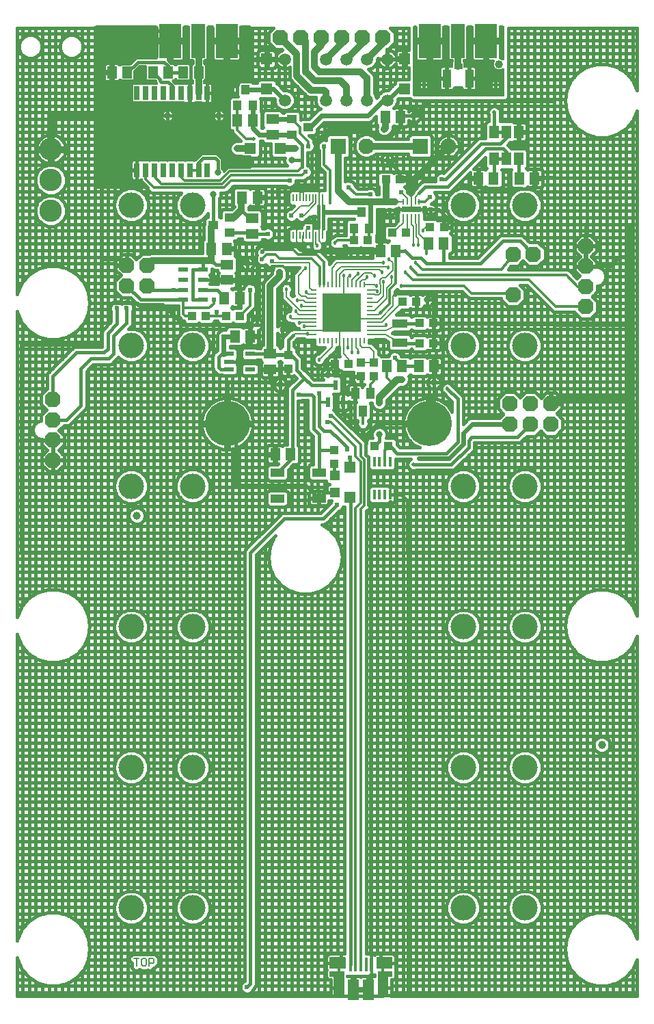
<source format=gbr>
G04 EAGLE Gerber RS-274X export*
G75*
%MOMM*%
%FSLAX34Y34*%
%LPD*%
%INTop Copper*%
%IPPOS*%
%AMOC8*
5,1,8,0,0,1.08239X$1,22.5*%
G01*
%ADD10C,0.152400*%
%ADD11R,1.240000X1.500000*%
%ADD12R,1.000000X1.100000*%
%ADD13R,1.500000X1.240000*%
%ADD14R,1.100000X1.000000*%
%ADD15R,1.200000X0.550000*%
%ADD16R,1.400000X1.400000*%
%ADD17R,0.750000X0.250000*%
%ADD18R,0.250000X0.750000*%
%ADD19R,4.700000X4.700000*%
%ADD20R,1.900000X1.100000*%
%ADD21R,1.200000X1.000000*%
%ADD22R,1.200000X0.500000*%
%ADD23R,0.230000X0.930000*%
%ADD24P,2.089446X8X112.500000*%
%ADD25P,2.089446X8X292.500000*%
%ADD26C,5.588000*%
%ADD27C,1.930400*%
%ADD28R,1.930400X1.930400*%
%ADD29R,0.254000X0.711200*%
%ADD30R,2.387600X0.635000*%
%ADD31R,1.424941X2.499994*%
%ADD32R,0.400000X1.750000*%
%ADD33R,1.250009X1.250009*%
%ADD34R,1.016000X1.016000*%
%ADD35C,1.000000*%
%ADD36R,1.168400X1.600200*%
%ADD37C,0.406400*%
%ADD38R,0.558800X1.270000*%
%ADD39C,3.175000*%
%ADD40R,1.050000X2.200000*%
%ADD41R,1.000000X0.800000*%
%ADD42R,0.800000X1.800000*%
%ADD43R,0.700000X1.800000*%
%ADD44R,1.778000X4.191000*%
%ADD45R,2.667000X4.191000*%
%ADD46R,1.651000X1.000000*%
%ADD47R,0.400000X1.200000*%
%ADD48R,1.200000X1.200000*%
%ADD49C,1.500000*%
%ADD50R,1.000000X1.200000*%
%ADD51P,2.089446X8X22.500000*%
%ADD52R,1.000000X1.400000*%
%ADD53C,2.781300*%
%ADD54C,0.609600*%
%ADD55C,0.609600*%
%ADD56C,0.203200*%
%ADD57C,0.812800*%
%ADD58C,0.812800*%
%ADD59C,0.304800*%
%ADD60C,0.504000*%
%ADD61C,0.127000*%
%ADD62C,0.457200*%
%ADD63C,0.508000*%
%ADD64C,0.125000*%
%ADD65C,0.600000*%
%ADD66C,0.453200*%

G36*
X317950Y1140570D02*
X317950Y1140570D01*
X317959Y1140569D01*
X318150Y1140590D01*
X318341Y1140609D01*
X318350Y1140611D01*
X318359Y1140612D01*
X318541Y1140670D01*
X318726Y1140727D01*
X318734Y1140731D01*
X318743Y1140734D01*
X318911Y1140827D01*
X319080Y1140919D01*
X319087Y1140924D01*
X319095Y1140929D01*
X319242Y1141053D01*
X319390Y1141176D01*
X319395Y1141183D01*
X319402Y1141189D01*
X319521Y1141340D01*
X319642Y1141490D01*
X319646Y1141498D01*
X319652Y1141505D01*
X319739Y1141678D01*
X319827Y1141847D01*
X319830Y1141856D01*
X319834Y1141864D01*
X319886Y1142050D01*
X319939Y1142234D01*
X319940Y1142243D01*
X319942Y1142252D01*
X319956Y1142445D01*
X319972Y1142636D01*
X319971Y1142644D01*
X319971Y1142653D01*
X319947Y1142846D01*
X319925Y1143035D01*
X319922Y1143044D01*
X319921Y1143053D01*
X319860Y1143236D01*
X319800Y1143418D01*
X319796Y1143426D01*
X319793Y1143434D01*
X319697Y1143601D01*
X319602Y1143769D01*
X319596Y1143776D01*
X319592Y1143783D01*
X319377Y1144036D01*
X313860Y1149554D01*
X313853Y1149559D01*
X313823Y1149589D01*
X313822Y1149591D01*
X313821Y1149592D01*
X312453Y1150961D01*
X312452Y1150961D01*
X311640Y1151774D01*
X311640Y1151827D01*
X311625Y1151973D01*
X311619Y1152119D01*
X311606Y1152173D01*
X311600Y1152228D01*
X311557Y1152368D01*
X311522Y1152510D01*
X311498Y1152560D01*
X311482Y1152613D01*
X311412Y1152742D01*
X311350Y1152874D01*
X311317Y1152918D01*
X311291Y1152967D01*
X311196Y1153080D01*
X311109Y1153197D01*
X311068Y1153234D01*
X311033Y1153276D01*
X310918Y1153368D01*
X310810Y1153466D01*
X310762Y1153494D01*
X310719Y1153528D01*
X310589Y1153596D01*
X310463Y1153671D01*
X310411Y1153689D01*
X310362Y1153714D01*
X310221Y1153755D01*
X310083Y1153803D01*
X310028Y1153810D01*
X309975Y1153826D01*
X309829Y1153838D01*
X309684Y1153858D01*
X309629Y1153854D01*
X309574Y1153859D01*
X309428Y1153842D01*
X309282Y1153833D01*
X309229Y1153818D01*
X309174Y1153812D01*
X309035Y1153767D01*
X308893Y1153729D01*
X308836Y1153702D01*
X308791Y1153687D01*
X308718Y1153646D01*
X308593Y1153587D01*
X308192Y1153356D01*
X307683Y1153219D01*
X305951Y1153219D01*
X305951Y1164220D01*
X305951Y1175221D01*
X307683Y1175221D01*
X308192Y1175084D01*
X308784Y1174743D01*
X308933Y1174676D01*
X309080Y1174602D01*
X309116Y1174593D01*
X309151Y1174577D01*
X309310Y1174541D01*
X309469Y1174498D01*
X309511Y1174494D01*
X309543Y1174487D01*
X309630Y1174485D01*
X309799Y1174471D01*
X319179Y1174471D01*
X319184Y1174468D01*
X319362Y1174419D01*
X319537Y1174367D01*
X319555Y1174365D01*
X319572Y1174360D01*
X319754Y1174347D01*
X319938Y1174330D01*
X319956Y1174332D01*
X319974Y1174331D01*
X320154Y1174354D01*
X320338Y1174374D01*
X320355Y1174379D01*
X320373Y1174381D01*
X320546Y1174439D01*
X320645Y1174471D01*
X330179Y1174471D01*
X330184Y1174468D01*
X330362Y1174419D01*
X330537Y1174367D01*
X330555Y1174365D01*
X330572Y1174360D01*
X330754Y1174347D01*
X330938Y1174330D01*
X330956Y1174332D01*
X330974Y1174331D01*
X331154Y1174354D01*
X331338Y1174374D01*
X331355Y1174379D01*
X331373Y1174381D01*
X331546Y1174439D01*
X331645Y1174471D01*
X341179Y1174471D01*
X341184Y1174468D01*
X341362Y1174419D01*
X341537Y1174367D01*
X341555Y1174365D01*
X341572Y1174360D01*
X341754Y1174347D01*
X341938Y1174330D01*
X341956Y1174332D01*
X341974Y1174331D01*
X342154Y1174354D01*
X342338Y1174374D01*
X342355Y1174379D01*
X342373Y1174381D01*
X342546Y1174439D01*
X342645Y1174471D01*
X352179Y1174471D01*
X352184Y1174468D01*
X352362Y1174419D01*
X352537Y1174367D01*
X352555Y1174365D01*
X352572Y1174360D01*
X352754Y1174347D01*
X352938Y1174330D01*
X352956Y1174332D01*
X352974Y1174331D01*
X353154Y1174354D01*
X353338Y1174374D01*
X353355Y1174379D01*
X353373Y1174381D01*
X353546Y1174439D01*
X353645Y1174471D01*
X363179Y1174471D01*
X363184Y1174468D01*
X363362Y1174419D01*
X363537Y1174367D01*
X363555Y1174365D01*
X363572Y1174360D01*
X363754Y1174347D01*
X363938Y1174330D01*
X363956Y1174332D01*
X363974Y1174331D01*
X364154Y1174354D01*
X364338Y1174374D01*
X364355Y1174379D01*
X364373Y1174381D01*
X364546Y1174439D01*
X364645Y1174471D01*
X374179Y1174471D01*
X374184Y1174468D01*
X374362Y1174419D01*
X374537Y1174367D01*
X374555Y1174365D01*
X374572Y1174360D01*
X374754Y1174347D01*
X374938Y1174330D01*
X374956Y1174332D01*
X374974Y1174331D01*
X375154Y1174354D01*
X375338Y1174374D01*
X375355Y1174379D01*
X375373Y1174381D01*
X375546Y1174439D01*
X375645Y1174471D01*
X375889Y1174471D01*
X375916Y1174473D01*
X375943Y1174471D01*
X376116Y1174493D01*
X376290Y1174511D01*
X376316Y1174518D01*
X376342Y1174522D01*
X376508Y1174577D01*
X376675Y1174629D01*
X376698Y1174642D01*
X376724Y1174650D01*
X376875Y1174737D01*
X377029Y1174821D01*
X377049Y1174838D01*
X377073Y1174851D01*
X377326Y1175066D01*
X378107Y1175847D01*
X379638Y1177380D01*
X379649Y1177389D01*
X384973Y1182713D01*
X402615Y1182713D01*
X408030Y1177297D01*
X408030Y1166090D01*
X408033Y1166063D01*
X408031Y1166037D01*
X408053Y1165863D01*
X408070Y1165689D01*
X408078Y1165664D01*
X408081Y1165637D01*
X408137Y1165471D01*
X408188Y1165304D01*
X408201Y1165281D01*
X408210Y1165255D01*
X408297Y1165104D01*
X408380Y1164950D01*
X408397Y1164930D01*
X408410Y1164907D01*
X408625Y1164654D01*
X409253Y1164026D01*
X410129Y1161910D01*
X410136Y1161898D01*
X410140Y1161886D01*
X410231Y1161721D01*
X410319Y1161555D01*
X410328Y1161545D01*
X410334Y1161533D01*
X410456Y1161390D01*
X410576Y1161245D01*
X410586Y1161237D01*
X410595Y1161226D01*
X410743Y1161110D01*
X410889Y1160991D01*
X410900Y1160985D01*
X410911Y1160977D01*
X411078Y1160892D01*
X411245Y1160804D01*
X411258Y1160800D01*
X411270Y1160794D01*
X411451Y1160744D01*
X411631Y1160691D01*
X411645Y1160690D01*
X411658Y1160686D01*
X411846Y1160673D01*
X412033Y1160657D01*
X412046Y1160658D01*
X412059Y1160657D01*
X412247Y1160681D01*
X412433Y1160702D01*
X412445Y1160706D01*
X412459Y1160707D01*
X412637Y1160767D01*
X412816Y1160825D01*
X412828Y1160831D01*
X412840Y1160836D01*
X413003Y1160929D01*
X413167Y1161021D01*
X413178Y1161030D01*
X413189Y1161037D01*
X413442Y1161251D01*
X415665Y1163474D01*
X417886Y1165695D01*
X443800Y1165695D01*
X443818Y1165697D01*
X443836Y1165695D01*
X444018Y1165716D01*
X444201Y1165735D01*
X444218Y1165740D01*
X444235Y1165742D01*
X444410Y1165799D01*
X444586Y1165853D01*
X444601Y1165861D01*
X444618Y1165867D01*
X444778Y1165957D01*
X444940Y1166045D01*
X444953Y1166056D01*
X444969Y1166065D01*
X445108Y1166185D01*
X445249Y1166302D01*
X445260Y1166316D01*
X445274Y1166328D01*
X445386Y1166473D01*
X445501Y1166616D01*
X445509Y1166632D01*
X445520Y1166646D01*
X445602Y1166811D01*
X445687Y1166973D01*
X445692Y1166990D01*
X445700Y1167006D01*
X445747Y1167185D01*
X445798Y1167360D01*
X445800Y1167378D01*
X445804Y1167395D01*
X445831Y1167726D01*
X445831Y1180700D01*
X445829Y1180718D01*
X445831Y1180736D01*
X445810Y1180918D01*
X445791Y1181101D01*
X445786Y1181118D01*
X445784Y1181135D01*
X445727Y1181310D01*
X445673Y1181486D01*
X445665Y1181501D01*
X445659Y1181518D01*
X445569Y1181678D01*
X445481Y1181840D01*
X445470Y1181853D01*
X445461Y1181869D01*
X445341Y1182008D01*
X445224Y1182149D01*
X445210Y1182160D01*
X445198Y1182174D01*
X445053Y1182286D01*
X444910Y1182401D01*
X444894Y1182409D01*
X444880Y1182420D01*
X444715Y1182502D01*
X444553Y1182587D01*
X444536Y1182592D01*
X444520Y1182600D01*
X444341Y1182647D01*
X444166Y1182698D01*
X444148Y1182700D01*
X444131Y1182704D01*
X443800Y1182731D01*
X420431Y1182731D01*
X420431Y1267569D01*
X429798Y1267569D01*
X429816Y1267571D01*
X429834Y1267569D01*
X430016Y1267590D01*
X430199Y1267609D01*
X430216Y1267614D01*
X430233Y1267616D01*
X430408Y1267673D01*
X430584Y1267727D01*
X430599Y1267735D01*
X430616Y1267741D01*
X430776Y1267831D01*
X430938Y1267919D01*
X430951Y1267930D01*
X430967Y1267939D01*
X431106Y1268059D01*
X431247Y1268176D01*
X431258Y1268190D01*
X431272Y1268202D01*
X431384Y1268347D01*
X431499Y1268490D01*
X431507Y1268506D01*
X431518Y1268520D01*
X431600Y1268685D01*
X431685Y1268847D01*
X431690Y1268864D01*
X431698Y1268881D01*
X431745Y1269059D01*
X431796Y1269234D01*
X431798Y1269252D01*
X431802Y1269269D01*
X431829Y1269600D01*
X431829Y1270558D01*
X432562Y1271291D01*
X443800Y1271291D01*
X443818Y1271293D01*
X443836Y1271291D01*
X444018Y1271312D01*
X444201Y1271331D01*
X444218Y1271336D01*
X444235Y1271338D01*
X444410Y1271395D01*
X444586Y1271449D01*
X444601Y1271457D01*
X444618Y1271463D01*
X444778Y1271553D01*
X444940Y1271641D01*
X444953Y1271652D01*
X444969Y1271661D01*
X445108Y1271781D01*
X445249Y1271898D01*
X445260Y1271912D01*
X445274Y1271924D01*
X445386Y1272069D01*
X445501Y1272212D01*
X445509Y1272228D01*
X445520Y1272242D01*
X445602Y1272407D01*
X445687Y1272569D01*
X445692Y1272586D01*
X445700Y1272602D01*
X445747Y1272781D01*
X445798Y1272956D01*
X445800Y1272974D01*
X445804Y1272991D01*
X445831Y1273322D01*
X445831Y1340968D01*
X445829Y1340986D01*
X445831Y1341004D01*
X445810Y1341186D01*
X445791Y1341369D01*
X445786Y1341386D01*
X445784Y1341403D01*
X445727Y1341578D01*
X445673Y1341754D01*
X445665Y1341769D01*
X445659Y1341786D01*
X445569Y1341946D01*
X445481Y1342108D01*
X445470Y1342121D01*
X445461Y1342137D01*
X445341Y1342276D01*
X445224Y1342417D01*
X445210Y1342428D01*
X445198Y1342442D01*
X445053Y1342554D01*
X444910Y1342669D01*
X444894Y1342677D01*
X444880Y1342688D01*
X444715Y1342770D01*
X444553Y1342855D01*
X444536Y1342860D01*
X444520Y1342868D01*
X444341Y1342915D01*
X444166Y1342966D01*
X444148Y1342968D01*
X444131Y1342972D01*
X443800Y1342999D01*
X432613Y1342999D01*
X432595Y1342997D01*
X432577Y1342999D01*
X432395Y1342978D01*
X432212Y1342959D01*
X432195Y1342954D01*
X432178Y1342952D01*
X432003Y1342895D01*
X431827Y1342841D01*
X431812Y1342833D01*
X431795Y1342827D01*
X431635Y1342737D01*
X431473Y1342649D01*
X431460Y1342638D01*
X431444Y1342629D01*
X431305Y1342509D01*
X431164Y1342392D01*
X431153Y1342378D01*
X431139Y1342366D01*
X431027Y1342221D01*
X430912Y1342078D01*
X430904Y1342062D01*
X430893Y1342048D01*
X430811Y1341883D01*
X430726Y1341721D01*
X430721Y1341704D01*
X430713Y1341688D01*
X430666Y1341509D01*
X430615Y1341334D01*
X430613Y1341316D01*
X430609Y1341299D01*
X430582Y1340968D01*
X430582Y1327909D01*
X417278Y1327909D01*
X417260Y1327907D01*
X417243Y1327909D01*
X417060Y1327887D01*
X416877Y1327869D01*
X416860Y1327864D01*
X416843Y1327862D01*
X416668Y1327805D01*
X416493Y1327751D01*
X416477Y1327743D01*
X416460Y1327737D01*
X416300Y1327647D01*
X416139Y1327559D01*
X416125Y1327548D01*
X416109Y1327539D01*
X415970Y1327419D01*
X415829Y1327302D01*
X415818Y1327288D01*
X415805Y1327276D01*
X415692Y1327131D01*
X415577Y1326988D01*
X415569Y1326972D01*
X415558Y1326958D01*
X415476Y1326793D01*
X415391Y1326631D01*
X415387Y1326614D01*
X415379Y1326597D01*
X415331Y1326419D01*
X415280Y1326244D01*
X415279Y1326226D01*
X415274Y1326209D01*
X415247Y1325878D01*
X415247Y1323845D01*
X415245Y1323845D01*
X415245Y1325878D01*
X415243Y1325896D01*
X415245Y1325913D01*
X415223Y1326096D01*
X415205Y1326279D01*
X415200Y1326296D01*
X415198Y1326313D01*
X415141Y1326488D01*
X415087Y1326663D01*
X415079Y1326679D01*
X415073Y1326696D01*
X414983Y1326856D01*
X414895Y1327017D01*
X414884Y1327031D01*
X414875Y1327047D01*
X414755Y1327186D01*
X414638Y1327327D01*
X414624Y1327338D01*
X414612Y1327351D01*
X414467Y1327464D01*
X414324Y1327579D01*
X414308Y1327587D01*
X414294Y1327598D01*
X414129Y1327680D01*
X413967Y1327765D01*
X413949Y1327769D01*
X413933Y1327777D01*
X413755Y1327825D01*
X413580Y1327876D01*
X413562Y1327877D01*
X413545Y1327882D01*
X413214Y1327909D01*
X399910Y1327909D01*
X399910Y1340968D01*
X399908Y1340986D01*
X399910Y1341004D01*
X399889Y1341186D01*
X399870Y1341369D01*
X399865Y1341386D01*
X399863Y1341403D01*
X399806Y1341578D01*
X399752Y1341754D01*
X399744Y1341769D01*
X399738Y1341786D01*
X399648Y1341946D01*
X399560Y1342108D01*
X399549Y1342121D01*
X399540Y1342137D01*
X399420Y1342276D01*
X399303Y1342417D01*
X399289Y1342428D01*
X399277Y1342442D01*
X399132Y1342554D01*
X398989Y1342669D01*
X398973Y1342677D01*
X398959Y1342688D01*
X398794Y1342770D01*
X398632Y1342855D01*
X398615Y1342860D01*
X398599Y1342868D01*
X398420Y1342915D01*
X398245Y1342966D01*
X398227Y1342968D01*
X398210Y1342972D01*
X397879Y1342999D01*
X392472Y1342999D01*
X392454Y1342997D01*
X392436Y1342999D01*
X392254Y1342978D01*
X392071Y1342959D01*
X392054Y1342954D01*
X392037Y1342952D01*
X391862Y1342895D01*
X391686Y1342841D01*
X391671Y1342833D01*
X391654Y1342827D01*
X391494Y1342737D01*
X391332Y1342649D01*
X391319Y1342638D01*
X391303Y1342629D01*
X391164Y1342509D01*
X391023Y1342392D01*
X391012Y1342378D01*
X390998Y1342366D01*
X390886Y1342221D01*
X390771Y1342078D01*
X390763Y1342062D01*
X390752Y1342048D01*
X390670Y1341883D01*
X390585Y1341721D01*
X390580Y1341704D01*
X390572Y1341688D01*
X390525Y1341509D01*
X390474Y1341334D01*
X390472Y1341316D01*
X390468Y1341299D01*
X390441Y1340968D01*
X390441Y1302373D01*
X389708Y1301640D01*
X388146Y1301640D01*
X388128Y1301638D01*
X388110Y1301640D01*
X387928Y1301619D01*
X387745Y1301600D01*
X387728Y1301595D01*
X387711Y1301593D01*
X387536Y1301536D01*
X387360Y1301482D01*
X387345Y1301474D01*
X387328Y1301468D01*
X387168Y1301378D01*
X387006Y1301290D01*
X386993Y1301279D01*
X386977Y1301270D01*
X386838Y1301150D01*
X386697Y1301033D01*
X386686Y1301019D01*
X386672Y1301007D01*
X386560Y1300862D01*
X386445Y1300719D01*
X386437Y1300703D01*
X386426Y1300689D01*
X386344Y1300524D01*
X386259Y1300362D01*
X386254Y1300345D01*
X386246Y1300329D01*
X386199Y1300150D01*
X386148Y1299975D01*
X386146Y1299957D01*
X386142Y1299940D01*
X386115Y1299609D01*
X386115Y1295942D01*
X386117Y1295924D01*
X386115Y1295906D01*
X386136Y1295724D01*
X386155Y1295541D01*
X386160Y1295524D01*
X386162Y1295507D01*
X386219Y1295332D01*
X386273Y1295156D01*
X386281Y1295141D01*
X386287Y1295124D01*
X386377Y1294964D01*
X386465Y1294802D01*
X386476Y1294789D01*
X386485Y1294773D01*
X386567Y1294678D01*
X386642Y1294590D01*
X386722Y1294493D01*
X386736Y1294482D01*
X386748Y1294468D01*
X386759Y1294460D01*
X388041Y1293178D01*
X388041Y1277142D01*
X387148Y1276250D01*
X387136Y1276243D01*
X387119Y1276237D01*
X386959Y1276147D01*
X386797Y1276059D01*
X386784Y1276048D01*
X386768Y1276039D01*
X386629Y1275919D01*
X386488Y1275802D01*
X386477Y1275788D01*
X386463Y1275776D01*
X386351Y1275631D01*
X386236Y1275488D01*
X386228Y1275472D01*
X386217Y1275458D01*
X386135Y1275293D01*
X386050Y1275131D01*
X386045Y1275113D01*
X386037Y1275097D01*
X385990Y1274920D01*
X385939Y1274744D01*
X385937Y1274726D01*
X385933Y1274709D01*
X385906Y1274378D01*
X385906Y1272252D01*
X385908Y1272234D01*
X385906Y1272216D01*
X385928Y1272034D01*
X385946Y1271851D01*
X385951Y1271834D01*
X385953Y1271817D01*
X386010Y1271642D01*
X386064Y1271466D01*
X386073Y1271451D01*
X386078Y1271434D01*
X386168Y1271274D01*
X386256Y1271112D01*
X386267Y1271099D01*
X386276Y1271083D01*
X386396Y1270944D01*
X386514Y1270803D01*
X386528Y1270792D01*
X386539Y1270778D01*
X386684Y1270666D01*
X386827Y1270551D01*
X386843Y1270543D01*
X386857Y1270532D01*
X387022Y1270450D01*
X387185Y1270365D01*
X387202Y1270360D01*
X387218Y1270352D01*
X387396Y1270305D01*
X387572Y1270254D01*
X387589Y1270252D01*
X387607Y1270248D01*
X387937Y1270221D01*
X388889Y1270221D01*
X388889Y1259220D01*
X388889Y1248219D01*
X387157Y1248219D01*
X386648Y1248356D01*
X386056Y1248697D01*
X385907Y1248764D01*
X385760Y1248838D01*
X385724Y1248847D01*
X385689Y1248863D01*
X385530Y1248899D01*
X385371Y1248942D01*
X385329Y1248946D01*
X385297Y1248953D01*
X385210Y1248955D01*
X385041Y1248969D01*
X375799Y1248969D01*
X375636Y1248953D01*
X375473Y1248943D01*
X375436Y1248933D01*
X375399Y1248929D01*
X375242Y1248881D01*
X375084Y1248839D01*
X375046Y1248821D01*
X375014Y1248811D01*
X374937Y1248770D01*
X374784Y1248697D01*
X374192Y1248356D01*
X373683Y1248219D01*
X371451Y1248219D01*
X371451Y1259220D01*
X371451Y1270221D01*
X373245Y1270221D01*
X373263Y1270223D01*
X373281Y1270221D01*
X373464Y1270242D01*
X373646Y1270261D01*
X373663Y1270266D01*
X373681Y1270268D01*
X373855Y1270325D01*
X374031Y1270379D01*
X374047Y1270387D01*
X374064Y1270393D01*
X374223Y1270483D01*
X374385Y1270571D01*
X374399Y1270582D01*
X374414Y1270591D01*
X374554Y1270711D01*
X374694Y1270828D01*
X374705Y1270842D01*
X374719Y1270854D01*
X374832Y1270999D01*
X374946Y1271142D01*
X374955Y1271158D01*
X374966Y1271172D01*
X375048Y1271338D01*
X375132Y1271499D01*
X375137Y1271516D01*
X375145Y1271533D01*
X375193Y1271711D01*
X375243Y1271886D01*
X375245Y1271904D01*
X375249Y1271921D01*
X375277Y1272252D01*
X375276Y1274378D01*
X375275Y1274396D01*
X375276Y1274414D01*
X375255Y1274596D01*
X375236Y1274779D01*
X375231Y1274796D01*
X375229Y1274813D01*
X375172Y1274988D01*
X375118Y1275164D01*
X375110Y1275179D01*
X375104Y1275196D01*
X375014Y1275356D01*
X374926Y1275518D01*
X374915Y1275531D01*
X374906Y1275547D01*
X374786Y1275686D01*
X374669Y1275827D01*
X374655Y1275838D01*
X374643Y1275852D01*
X374498Y1275964D01*
X374355Y1276079D01*
X374339Y1276087D01*
X374325Y1276098D01*
X374161Y1276180D01*
X374037Y1276244D01*
X373139Y1277142D01*
X373139Y1293178D01*
X373934Y1293972D01*
X374064Y1294015D01*
X374240Y1294069D01*
X374255Y1294077D01*
X374272Y1294083D01*
X374432Y1294173D01*
X374594Y1294261D01*
X374607Y1294272D01*
X374623Y1294281D01*
X374762Y1294401D01*
X374903Y1294518D01*
X374914Y1294532D01*
X374928Y1294544D01*
X375040Y1294689D01*
X375155Y1294832D01*
X375163Y1294848D01*
X375174Y1294862D01*
X375256Y1295027D01*
X375341Y1295189D01*
X375346Y1295206D01*
X375354Y1295222D01*
X375401Y1295401D01*
X375452Y1295576D01*
X375454Y1295594D01*
X375458Y1295611D01*
X375485Y1295942D01*
X375485Y1299609D01*
X375483Y1299627D01*
X375485Y1299645D01*
X375464Y1299827D01*
X375445Y1300010D01*
X375440Y1300027D01*
X375438Y1300044D01*
X375381Y1300219D01*
X375327Y1300395D01*
X375319Y1300410D01*
X375313Y1300427D01*
X375223Y1300587D01*
X375135Y1300749D01*
X375124Y1300762D01*
X375115Y1300778D01*
X374995Y1300917D01*
X374878Y1301058D01*
X374864Y1301069D01*
X374852Y1301083D01*
X374707Y1301195D01*
X374564Y1301310D01*
X374548Y1301318D01*
X374534Y1301329D01*
X374369Y1301411D01*
X374207Y1301496D01*
X374190Y1301501D01*
X374174Y1301509D01*
X373995Y1301556D01*
X373820Y1301607D01*
X373802Y1301609D01*
X373785Y1301613D01*
X373454Y1301640D01*
X370892Y1301640D01*
X370159Y1302373D01*
X370159Y1340968D01*
X370157Y1340986D01*
X370159Y1341004D01*
X370138Y1341186D01*
X370119Y1341369D01*
X370114Y1341386D01*
X370112Y1341403D01*
X370055Y1341578D01*
X370001Y1341754D01*
X369993Y1341769D01*
X369987Y1341786D01*
X369897Y1341946D01*
X369809Y1342108D01*
X369798Y1342121D01*
X369789Y1342137D01*
X369669Y1342276D01*
X369552Y1342417D01*
X369538Y1342428D01*
X369526Y1342442D01*
X369381Y1342554D01*
X369238Y1342669D01*
X369222Y1342677D01*
X369208Y1342688D01*
X369043Y1342770D01*
X368881Y1342855D01*
X368864Y1342860D01*
X368848Y1342868D01*
X368669Y1342915D01*
X368494Y1342966D01*
X368476Y1342968D01*
X368459Y1342972D01*
X368128Y1342999D01*
X362721Y1342999D01*
X362703Y1342997D01*
X362685Y1342999D01*
X362503Y1342978D01*
X362320Y1342959D01*
X362303Y1342954D01*
X362286Y1342952D01*
X362111Y1342895D01*
X361935Y1342841D01*
X361920Y1342833D01*
X361903Y1342827D01*
X361743Y1342737D01*
X361581Y1342649D01*
X361568Y1342638D01*
X361552Y1342629D01*
X361413Y1342509D01*
X361272Y1342392D01*
X361261Y1342378D01*
X361247Y1342366D01*
X361135Y1342221D01*
X361020Y1342078D01*
X361012Y1342062D01*
X361001Y1342048D01*
X360919Y1341883D01*
X360834Y1341721D01*
X360829Y1341704D01*
X360821Y1341688D01*
X360774Y1341509D01*
X360723Y1341334D01*
X360721Y1341316D01*
X360717Y1341299D01*
X360690Y1340968D01*
X360690Y1327909D01*
X347386Y1327909D01*
X347368Y1327907D01*
X347351Y1327909D01*
X347168Y1327887D01*
X346985Y1327869D01*
X346968Y1327864D01*
X346951Y1327862D01*
X346776Y1327805D01*
X346601Y1327751D01*
X346585Y1327743D01*
X346568Y1327737D01*
X346408Y1327647D01*
X346247Y1327559D01*
X346233Y1327548D01*
X346217Y1327539D01*
X346078Y1327419D01*
X345937Y1327302D01*
X345926Y1327288D01*
X345913Y1327276D01*
X345800Y1327131D01*
X345685Y1326988D01*
X345677Y1326972D01*
X345666Y1326958D01*
X345584Y1326793D01*
X345499Y1326631D01*
X345495Y1326614D01*
X345487Y1326597D01*
X345439Y1326419D01*
X345388Y1326244D01*
X345387Y1326226D01*
X345382Y1326209D01*
X345355Y1325878D01*
X345355Y1323845D01*
X345353Y1323845D01*
X345353Y1325878D01*
X345351Y1325896D01*
X345353Y1325913D01*
X345331Y1326096D01*
X345313Y1326279D01*
X345308Y1326296D01*
X345306Y1326313D01*
X345249Y1326488D01*
X345195Y1326663D01*
X345187Y1326679D01*
X345181Y1326696D01*
X345091Y1326856D01*
X345003Y1327017D01*
X344992Y1327031D01*
X344983Y1327047D01*
X344863Y1327186D01*
X344746Y1327327D01*
X344732Y1327338D01*
X344720Y1327351D01*
X344575Y1327464D01*
X344432Y1327579D01*
X344416Y1327587D01*
X344402Y1327598D01*
X344237Y1327680D01*
X344075Y1327765D01*
X344057Y1327769D01*
X344041Y1327777D01*
X343863Y1327825D01*
X343688Y1327876D01*
X343670Y1327877D01*
X343653Y1327882D01*
X343322Y1327909D01*
X330018Y1327909D01*
X330018Y1340968D01*
X330016Y1340986D01*
X330018Y1341004D01*
X329997Y1341186D01*
X329978Y1341369D01*
X329973Y1341386D01*
X329971Y1341403D01*
X329914Y1341578D01*
X329860Y1341754D01*
X329852Y1341769D01*
X329846Y1341786D01*
X329756Y1341946D01*
X329668Y1342108D01*
X329657Y1342121D01*
X329648Y1342137D01*
X329528Y1342276D01*
X329411Y1342417D01*
X329397Y1342428D01*
X329385Y1342442D01*
X329240Y1342554D01*
X329097Y1342669D01*
X329081Y1342677D01*
X329067Y1342688D01*
X328902Y1342770D01*
X328740Y1342855D01*
X328723Y1342860D01*
X328707Y1342868D01*
X328528Y1342915D01*
X328353Y1342966D01*
X328335Y1342968D01*
X328318Y1342972D01*
X327987Y1342999D01*
X253300Y1342999D01*
X253282Y1342997D01*
X253264Y1342999D01*
X253082Y1342978D01*
X252899Y1342959D01*
X252882Y1342954D01*
X252865Y1342952D01*
X252690Y1342895D01*
X252514Y1342841D01*
X252499Y1342833D01*
X252482Y1342827D01*
X252322Y1342737D01*
X252160Y1342649D01*
X252147Y1342638D01*
X252131Y1342629D01*
X251992Y1342509D01*
X251851Y1342392D01*
X251840Y1342378D01*
X251827Y1342366D01*
X251714Y1342221D01*
X251599Y1342078D01*
X251591Y1342062D01*
X251580Y1342048D01*
X251498Y1341883D01*
X251413Y1341721D01*
X251408Y1341704D01*
X251400Y1341688D01*
X251353Y1341509D01*
X251302Y1341334D01*
X251300Y1341316D01*
X251296Y1341299D01*
X251269Y1340968D01*
X251269Y1142600D01*
X251271Y1142582D01*
X251269Y1142564D01*
X251290Y1142382D01*
X251309Y1142199D01*
X251314Y1142182D01*
X251316Y1142165D01*
X251373Y1141990D01*
X251427Y1141814D01*
X251435Y1141799D01*
X251441Y1141782D01*
X251531Y1141622D01*
X251619Y1141460D01*
X251630Y1141447D01*
X251639Y1141431D01*
X251759Y1141292D01*
X251876Y1141151D01*
X251890Y1141140D01*
X251902Y1141127D01*
X252047Y1141014D01*
X252190Y1140899D01*
X252206Y1140891D01*
X252220Y1140880D01*
X252385Y1140798D01*
X252547Y1140713D01*
X252564Y1140708D01*
X252581Y1140700D01*
X252759Y1140653D01*
X252934Y1140602D01*
X252952Y1140600D01*
X252969Y1140596D01*
X253300Y1140569D01*
X317941Y1140569D01*
X317950Y1140570D01*
G37*
G36*
X757508Y1254871D02*
X757508Y1254871D01*
X757526Y1254869D01*
X757708Y1254890D01*
X757891Y1254909D01*
X757908Y1254914D01*
X757925Y1254916D01*
X758100Y1254973D01*
X758276Y1255027D01*
X758291Y1255035D01*
X758308Y1255041D01*
X758468Y1255131D01*
X758630Y1255219D01*
X758643Y1255230D01*
X758659Y1255239D01*
X758798Y1255359D01*
X758939Y1255476D01*
X758950Y1255490D01*
X758964Y1255502D01*
X759076Y1255647D01*
X759191Y1255790D01*
X759199Y1255806D01*
X759210Y1255820D01*
X759292Y1255985D01*
X759377Y1256147D01*
X759382Y1256164D01*
X759390Y1256181D01*
X759437Y1256359D01*
X759488Y1256534D01*
X759490Y1256552D01*
X759494Y1256569D01*
X759521Y1256900D01*
X759521Y1288118D01*
X759520Y1288126D01*
X759521Y1288135D01*
X759500Y1288329D01*
X759481Y1288518D01*
X759479Y1288527D01*
X759478Y1288536D01*
X759419Y1288720D01*
X759363Y1288903D01*
X759359Y1288911D01*
X759356Y1288919D01*
X759263Y1289088D01*
X759171Y1289257D01*
X759166Y1289264D01*
X759161Y1289272D01*
X759037Y1289419D01*
X758914Y1289566D01*
X758907Y1289572D01*
X758901Y1289579D01*
X758749Y1289698D01*
X758600Y1289819D01*
X758592Y1289823D01*
X758585Y1289828D01*
X758412Y1289916D01*
X758243Y1290004D01*
X758234Y1290007D01*
X758226Y1290011D01*
X758040Y1290063D01*
X757856Y1290116D01*
X757847Y1290116D01*
X757838Y1290119D01*
X757645Y1290133D01*
X757454Y1290148D01*
X757446Y1290147D01*
X757437Y1290148D01*
X757244Y1290124D01*
X757055Y1290102D01*
X757046Y1290099D01*
X757037Y1290098D01*
X756855Y1290036D01*
X756672Y1289977D01*
X756664Y1289972D01*
X756656Y1289969D01*
X756489Y1289873D01*
X756321Y1289779D01*
X756314Y1289773D01*
X756307Y1289769D01*
X756252Y1289722D01*
X755093Y1289242D01*
X753903Y1288749D01*
X751417Y1288749D01*
X749119Y1289701D01*
X747361Y1291459D01*
X746409Y1293757D01*
X746409Y1296243D01*
X747171Y1298082D01*
X747175Y1298095D01*
X747181Y1298106D01*
X747232Y1298286D01*
X747287Y1298467D01*
X747288Y1298480D01*
X747292Y1298493D01*
X747308Y1298681D01*
X747325Y1298868D01*
X747324Y1298881D01*
X747325Y1298895D01*
X747303Y1299082D01*
X747284Y1299268D01*
X747280Y1299281D01*
X747278Y1299294D01*
X747220Y1299474D01*
X747164Y1299653D01*
X747157Y1299664D01*
X747153Y1299677D01*
X747060Y1299842D01*
X746971Y1300006D01*
X746962Y1300016D01*
X746955Y1300028D01*
X746832Y1300170D01*
X746711Y1300314D01*
X746701Y1300322D01*
X746692Y1300333D01*
X746544Y1300448D01*
X746397Y1300565D01*
X746385Y1300571D01*
X746374Y1300579D01*
X746205Y1300663D01*
X746038Y1300749D01*
X746026Y1300753D01*
X746014Y1300759D01*
X745831Y1300808D01*
X745651Y1300859D01*
X745638Y1300860D01*
X745625Y1300863D01*
X745294Y1300890D01*
X740873Y1300890D01*
X740873Y1319783D01*
X752146Y1319783D01*
X752146Y1303282D01*
X752148Y1303264D01*
X752146Y1303246D01*
X752167Y1303064D01*
X752186Y1302881D01*
X752191Y1302864D01*
X752193Y1302847D01*
X752250Y1302672D01*
X752304Y1302496D01*
X752312Y1302481D01*
X752318Y1302464D01*
X752408Y1302304D01*
X752496Y1302142D01*
X752507Y1302129D01*
X752516Y1302113D01*
X752636Y1301974D01*
X752753Y1301833D01*
X752767Y1301822D01*
X752779Y1301808D01*
X752924Y1301696D01*
X753067Y1301581D01*
X753083Y1301573D01*
X753097Y1301562D01*
X753262Y1301480D01*
X753424Y1301395D01*
X753441Y1301390D01*
X753457Y1301382D01*
X753636Y1301335D01*
X753811Y1301284D01*
X753826Y1301283D01*
X756267Y1300272D01*
X756365Y1300191D01*
X756373Y1300187D01*
X756380Y1300181D01*
X756551Y1300092D01*
X756721Y1300002D01*
X756729Y1300000D01*
X756737Y1299996D01*
X756923Y1299943D01*
X757107Y1299888D01*
X757116Y1299887D01*
X757124Y1299884D01*
X757316Y1299869D01*
X757508Y1299851D01*
X757517Y1299852D01*
X757526Y1299852D01*
X757715Y1299874D01*
X757908Y1299895D01*
X757917Y1299897D01*
X757925Y1299898D01*
X758107Y1299958D01*
X758292Y1300016D01*
X758300Y1300021D01*
X758308Y1300023D01*
X758477Y1300118D01*
X758644Y1300211D01*
X758651Y1300217D01*
X758659Y1300221D01*
X758804Y1300347D01*
X758951Y1300472D01*
X758957Y1300479D01*
X758964Y1300484D01*
X759081Y1300636D01*
X759201Y1300787D01*
X759205Y1300795D01*
X759210Y1300802D01*
X759296Y1300975D01*
X759383Y1301146D01*
X759386Y1301155D01*
X759390Y1301163D01*
X759440Y1301349D01*
X759491Y1301534D01*
X759492Y1301543D01*
X759494Y1301552D01*
X759521Y1301882D01*
X759521Y1340968D01*
X759519Y1340986D01*
X759521Y1341004D01*
X759500Y1341186D01*
X759481Y1341369D01*
X759476Y1341386D01*
X759474Y1341403D01*
X759417Y1341578D01*
X759363Y1341754D01*
X759355Y1341769D01*
X759349Y1341786D01*
X759259Y1341946D01*
X759171Y1342108D01*
X759160Y1342121D01*
X759151Y1342137D01*
X759031Y1342276D01*
X758914Y1342417D01*
X758900Y1342428D01*
X758888Y1342442D01*
X758743Y1342554D01*
X758600Y1342669D01*
X758584Y1342677D01*
X758570Y1342688D01*
X758405Y1342770D01*
X758243Y1342855D01*
X758226Y1342860D01*
X758210Y1342868D01*
X758031Y1342915D01*
X757856Y1342966D01*
X757838Y1342968D01*
X757821Y1342972D01*
X757490Y1342999D01*
X754177Y1342999D01*
X754159Y1342997D01*
X754141Y1342999D01*
X753959Y1342978D01*
X753776Y1342959D01*
X753759Y1342954D01*
X753742Y1342952D01*
X753567Y1342895D01*
X753391Y1342841D01*
X753376Y1342833D01*
X753359Y1342827D01*
X753199Y1342737D01*
X753037Y1342649D01*
X753024Y1342638D01*
X753008Y1342629D01*
X752869Y1342509D01*
X752728Y1342392D01*
X752717Y1342378D01*
X752703Y1342366D01*
X752591Y1342221D01*
X752476Y1342078D01*
X752468Y1342062D01*
X752457Y1342048D01*
X752375Y1341883D01*
X752290Y1341721D01*
X752285Y1341704D01*
X752277Y1341688D01*
X752230Y1341509D01*
X752179Y1341334D01*
X752177Y1341316D01*
X752173Y1341299D01*
X752146Y1340968D01*
X752146Y1327909D01*
X738842Y1327909D01*
X738824Y1327907D01*
X738807Y1327909D01*
X738624Y1327887D01*
X738441Y1327869D01*
X738424Y1327864D01*
X738407Y1327862D01*
X738232Y1327805D01*
X738057Y1327751D01*
X738041Y1327743D01*
X738024Y1327737D01*
X737864Y1327647D01*
X737703Y1327559D01*
X737689Y1327548D01*
X737673Y1327539D01*
X737534Y1327419D01*
X737393Y1327302D01*
X737382Y1327288D01*
X737369Y1327276D01*
X737256Y1327131D01*
X737141Y1326988D01*
X737133Y1326972D01*
X737122Y1326958D01*
X737040Y1326793D01*
X736955Y1326631D01*
X736951Y1326614D01*
X736943Y1326597D01*
X736895Y1326419D01*
X736844Y1326244D01*
X736843Y1326226D01*
X736838Y1326209D01*
X736811Y1325878D01*
X736811Y1323845D01*
X736809Y1323845D01*
X736809Y1325878D01*
X736807Y1325896D01*
X736809Y1325913D01*
X736787Y1326096D01*
X736769Y1326279D01*
X736764Y1326296D01*
X736762Y1326313D01*
X736705Y1326488D01*
X736651Y1326663D01*
X736643Y1326679D01*
X736637Y1326696D01*
X736547Y1326856D01*
X736459Y1327017D01*
X736448Y1327031D01*
X736439Y1327047D01*
X736319Y1327186D01*
X736202Y1327327D01*
X736188Y1327338D01*
X736176Y1327351D01*
X736031Y1327464D01*
X735888Y1327579D01*
X735872Y1327587D01*
X735858Y1327598D01*
X735693Y1327680D01*
X735531Y1327765D01*
X735513Y1327769D01*
X735497Y1327777D01*
X735319Y1327825D01*
X735144Y1327876D01*
X735126Y1327877D01*
X735109Y1327882D01*
X734778Y1327909D01*
X721474Y1327909D01*
X721474Y1340968D01*
X721472Y1340986D01*
X721474Y1341004D01*
X721453Y1341186D01*
X721434Y1341369D01*
X721429Y1341386D01*
X721427Y1341403D01*
X721370Y1341578D01*
X721316Y1341754D01*
X721308Y1341769D01*
X721302Y1341786D01*
X721212Y1341946D01*
X721124Y1342108D01*
X721113Y1342121D01*
X721104Y1342137D01*
X720984Y1342276D01*
X720867Y1342417D01*
X720853Y1342428D01*
X720841Y1342442D01*
X720696Y1342554D01*
X720553Y1342669D01*
X720537Y1342677D01*
X720523Y1342688D01*
X720358Y1342770D01*
X720196Y1342855D01*
X720179Y1342860D01*
X720163Y1342868D01*
X719984Y1342915D01*
X719809Y1342966D01*
X719791Y1342968D01*
X719774Y1342972D01*
X719443Y1342999D01*
X714036Y1342999D01*
X714018Y1342997D01*
X714000Y1342999D01*
X713818Y1342978D01*
X713635Y1342959D01*
X713618Y1342954D01*
X713601Y1342952D01*
X713426Y1342895D01*
X713250Y1342841D01*
X713235Y1342833D01*
X713218Y1342827D01*
X713058Y1342737D01*
X712896Y1342649D01*
X712883Y1342638D01*
X712867Y1342629D01*
X712728Y1342509D01*
X712587Y1342392D01*
X712576Y1342378D01*
X712562Y1342366D01*
X712450Y1342221D01*
X712335Y1342078D01*
X712327Y1342062D01*
X712316Y1342048D01*
X712234Y1341883D01*
X712149Y1341721D01*
X712144Y1341704D01*
X712136Y1341688D01*
X712089Y1341509D01*
X712038Y1341334D01*
X712036Y1341316D01*
X712032Y1341299D01*
X712005Y1340968D01*
X712005Y1302373D01*
X711272Y1301640D01*
X709396Y1301640D01*
X709378Y1301638D01*
X709360Y1301640D01*
X709178Y1301619D01*
X708995Y1301600D01*
X708978Y1301595D01*
X708961Y1301593D01*
X708786Y1301536D01*
X708610Y1301482D01*
X708595Y1301474D01*
X708578Y1301468D01*
X708418Y1301378D01*
X708256Y1301290D01*
X708243Y1301279D01*
X708227Y1301270D01*
X708088Y1301150D01*
X707947Y1301033D01*
X707936Y1301019D01*
X707922Y1301007D01*
X707810Y1300862D01*
X707695Y1300719D01*
X707687Y1300703D01*
X707676Y1300689D01*
X707594Y1300524D01*
X707509Y1300362D01*
X707504Y1300345D01*
X707496Y1300329D01*
X707449Y1300150D01*
X707398Y1299975D01*
X707396Y1299957D01*
X707392Y1299940D01*
X707365Y1299609D01*
X707365Y1299275D01*
X707367Y1299249D01*
X707365Y1299222D01*
X707387Y1299048D01*
X707405Y1298875D01*
X707412Y1298849D01*
X707416Y1298823D01*
X707471Y1298657D01*
X707523Y1298490D01*
X707536Y1298466D01*
X707544Y1298441D01*
X707631Y1298289D01*
X707715Y1298136D01*
X707732Y1298115D01*
X707745Y1298092D01*
X707960Y1297839D01*
X708491Y1297308D01*
X708491Y1292572D01*
X708493Y1292554D01*
X708491Y1292536D01*
X708512Y1292354D01*
X708531Y1292171D01*
X708536Y1292154D01*
X708538Y1292137D01*
X708595Y1291962D01*
X708649Y1291786D01*
X708657Y1291771D01*
X708663Y1291754D01*
X708753Y1291594D01*
X708841Y1291432D01*
X708852Y1291419D01*
X708861Y1291403D01*
X708981Y1291264D01*
X709098Y1291123D01*
X709112Y1291112D01*
X709124Y1291098D01*
X709269Y1290986D01*
X709412Y1290871D01*
X709428Y1290863D01*
X709442Y1290852D01*
X709607Y1290770D01*
X709769Y1290685D01*
X709786Y1290680D01*
X709802Y1290672D01*
X709981Y1290625D01*
X710156Y1290574D01*
X710174Y1290572D01*
X710191Y1290568D01*
X710522Y1290541D01*
X713366Y1290541D01*
X713366Y1278133D01*
X713367Y1278115D01*
X713366Y1278098D01*
X713387Y1277915D01*
X713406Y1277733D01*
X713411Y1277716D01*
X713413Y1277698D01*
X713464Y1277542D01*
X713449Y1277488D01*
X713399Y1277313D01*
X713397Y1277295D01*
X713393Y1277278D01*
X713366Y1276947D01*
X713366Y1264539D01*
X710477Y1264539D01*
X709968Y1264676D01*
X709511Y1264939D01*
X709139Y1265311D01*
X708876Y1265768D01*
X708779Y1266128D01*
X708724Y1266273D01*
X708676Y1266420D01*
X708653Y1266461D01*
X708637Y1266504D01*
X708555Y1266636D01*
X708478Y1266771D01*
X708448Y1266806D01*
X708423Y1266846D01*
X708317Y1266958D01*
X708215Y1267076D01*
X708179Y1267104D01*
X708146Y1267138D01*
X708019Y1267227D01*
X707897Y1267322D01*
X707856Y1267343D01*
X707817Y1267370D01*
X707675Y1267433D01*
X707537Y1267502D01*
X707492Y1267514D01*
X707449Y1267532D01*
X707298Y1267566D01*
X707148Y1267606D01*
X707095Y1267610D01*
X707056Y1267619D01*
X706970Y1267621D01*
X706817Y1267633D01*
X697663Y1267633D01*
X697509Y1267618D01*
X697354Y1267610D01*
X697308Y1267598D01*
X697262Y1267593D01*
X697114Y1267548D01*
X696964Y1267509D01*
X696922Y1267489D01*
X696877Y1267475D01*
X696741Y1267401D01*
X696601Y1267334D01*
X696564Y1267306D01*
X696523Y1267283D01*
X696404Y1267184D01*
X696281Y1267090D01*
X696250Y1267055D01*
X696214Y1267026D01*
X696117Y1266905D01*
X696014Y1266789D01*
X695991Y1266748D01*
X695962Y1266712D01*
X695890Y1266574D01*
X695813Y1266440D01*
X695795Y1266391D01*
X695776Y1266355D01*
X695752Y1266272D01*
X695701Y1266128D01*
X695604Y1265768D01*
X695341Y1265311D01*
X694969Y1264939D01*
X694512Y1264676D01*
X694003Y1264539D01*
X691114Y1264539D01*
X691114Y1276947D01*
X691112Y1276965D01*
X691114Y1276982D01*
X691093Y1277165D01*
X691074Y1277347D01*
X691069Y1277364D01*
X691067Y1277382D01*
X691016Y1277538D01*
X691030Y1277592D01*
X691081Y1277767D01*
X691083Y1277785D01*
X691087Y1277802D01*
X691114Y1278133D01*
X691114Y1290541D01*
X693958Y1290541D01*
X693976Y1290543D01*
X693994Y1290541D01*
X694176Y1290562D01*
X694359Y1290581D01*
X694376Y1290586D01*
X694393Y1290588D01*
X694568Y1290645D01*
X694744Y1290699D01*
X694759Y1290707D01*
X694776Y1290713D01*
X694936Y1290803D01*
X695098Y1290891D01*
X695111Y1290902D01*
X695127Y1290911D01*
X695266Y1291031D01*
X695407Y1291148D01*
X695418Y1291162D01*
X695432Y1291174D01*
X695544Y1291319D01*
X695659Y1291462D01*
X695667Y1291478D01*
X695678Y1291492D01*
X695760Y1291657D01*
X695845Y1291819D01*
X695850Y1291836D01*
X695858Y1291852D01*
X695905Y1292031D01*
X695956Y1292206D01*
X695958Y1292224D01*
X695962Y1292241D01*
X695989Y1292572D01*
X695989Y1297308D01*
X696140Y1297459D01*
X696157Y1297480D01*
X696178Y1297497D01*
X696285Y1297635D01*
X696395Y1297771D01*
X696408Y1297794D01*
X696424Y1297815D01*
X696502Y1297972D01*
X696584Y1298126D01*
X696592Y1298152D01*
X696604Y1298176D01*
X696649Y1298345D01*
X696699Y1298512D01*
X696701Y1298539D01*
X696708Y1298565D01*
X696735Y1298895D01*
X696735Y1299609D01*
X696733Y1299627D01*
X696735Y1299645D01*
X696714Y1299827D01*
X696695Y1300010D01*
X696690Y1300027D01*
X696688Y1300044D01*
X696631Y1300219D01*
X696577Y1300395D01*
X696569Y1300410D01*
X696563Y1300427D01*
X696473Y1300587D01*
X696385Y1300749D01*
X696374Y1300762D01*
X696365Y1300778D01*
X696245Y1300917D01*
X696128Y1301058D01*
X696114Y1301069D01*
X696102Y1301083D01*
X695957Y1301195D01*
X695814Y1301310D01*
X695798Y1301318D01*
X695784Y1301329D01*
X695619Y1301411D01*
X695457Y1301496D01*
X695440Y1301501D01*
X695424Y1301509D01*
X695245Y1301556D01*
X695070Y1301607D01*
X695052Y1301609D01*
X695035Y1301613D01*
X694704Y1301640D01*
X692456Y1301640D01*
X691723Y1302373D01*
X691723Y1340968D01*
X691721Y1340986D01*
X691723Y1341004D01*
X691702Y1341186D01*
X691683Y1341369D01*
X691678Y1341386D01*
X691676Y1341403D01*
X691619Y1341578D01*
X691565Y1341754D01*
X691557Y1341769D01*
X691551Y1341786D01*
X691461Y1341946D01*
X691373Y1342108D01*
X691362Y1342121D01*
X691353Y1342137D01*
X691233Y1342276D01*
X691116Y1342417D01*
X691102Y1342428D01*
X691090Y1342442D01*
X690945Y1342554D01*
X690802Y1342669D01*
X690786Y1342677D01*
X690772Y1342688D01*
X690607Y1342770D01*
X690445Y1342855D01*
X690428Y1342860D01*
X690412Y1342868D01*
X690233Y1342915D01*
X690058Y1342966D01*
X690040Y1342968D01*
X690023Y1342972D01*
X689692Y1342999D01*
X684285Y1342999D01*
X684267Y1342997D01*
X684249Y1342999D01*
X684067Y1342978D01*
X683884Y1342959D01*
X683867Y1342954D01*
X683850Y1342952D01*
X683675Y1342895D01*
X683499Y1342841D01*
X683484Y1342833D01*
X683467Y1342827D01*
X683307Y1342737D01*
X683145Y1342649D01*
X683132Y1342638D01*
X683116Y1342629D01*
X682977Y1342509D01*
X682836Y1342392D01*
X682825Y1342378D01*
X682811Y1342366D01*
X682699Y1342221D01*
X682584Y1342078D01*
X682576Y1342062D01*
X682565Y1342048D01*
X682483Y1341883D01*
X682398Y1341721D01*
X682393Y1341704D01*
X682385Y1341688D01*
X682338Y1341509D01*
X682287Y1341334D01*
X682285Y1341316D01*
X682281Y1341299D01*
X682254Y1340968D01*
X682254Y1327909D01*
X668950Y1327909D01*
X668932Y1327907D01*
X668915Y1327909D01*
X668732Y1327887D01*
X668549Y1327869D01*
X668532Y1327864D01*
X668515Y1327862D01*
X668340Y1327805D01*
X668165Y1327751D01*
X668149Y1327743D01*
X668132Y1327737D01*
X667972Y1327647D01*
X667811Y1327559D01*
X667797Y1327548D01*
X667781Y1327539D01*
X667642Y1327419D01*
X667501Y1327302D01*
X667490Y1327288D01*
X667477Y1327276D01*
X667364Y1327131D01*
X667249Y1326988D01*
X667241Y1326972D01*
X667230Y1326958D01*
X667148Y1326793D01*
X667063Y1326631D01*
X667059Y1326614D01*
X667051Y1326597D01*
X667003Y1326419D01*
X666952Y1326244D01*
X666951Y1326226D01*
X666946Y1326209D01*
X666919Y1325878D01*
X666919Y1323845D01*
X666917Y1323845D01*
X666917Y1325878D01*
X666915Y1325896D01*
X666917Y1325913D01*
X666895Y1326096D01*
X666877Y1326279D01*
X666872Y1326296D01*
X666870Y1326313D01*
X666813Y1326488D01*
X666759Y1326663D01*
X666751Y1326679D01*
X666745Y1326696D01*
X666655Y1326856D01*
X666567Y1327017D01*
X666556Y1327031D01*
X666547Y1327047D01*
X666427Y1327186D01*
X666310Y1327327D01*
X666296Y1327338D01*
X666284Y1327351D01*
X666139Y1327464D01*
X665996Y1327579D01*
X665980Y1327587D01*
X665966Y1327598D01*
X665801Y1327680D01*
X665639Y1327765D01*
X665621Y1327769D01*
X665605Y1327777D01*
X665427Y1327825D01*
X665252Y1327876D01*
X665234Y1327877D01*
X665217Y1327882D01*
X664886Y1327909D01*
X651582Y1327909D01*
X651582Y1340968D01*
X651580Y1340986D01*
X651582Y1341004D01*
X651561Y1341186D01*
X651542Y1341369D01*
X651537Y1341386D01*
X651535Y1341403D01*
X651478Y1341578D01*
X651424Y1341754D01*
X651416Y1341769D01*
X651410Y1341786D01*
X651320Y1341946D01*
X651232Y1342108D01*
X651221Y1342121D01*
X651212Y1342137D01*
X651092Y1342276D01*
X650975Y1342417D01*
X650961Y1342428D01*
X650949Y1342442D01*
X650804Y1342554D01*
X650661Y1342669D01*
X650645Y1342677D01*
X650631Y1342688D01*
X650466Y1342770D01*
X650304Y1342855D01*
X650287Y1342860D01*
X650271Y1342868D01*
X650092Y1342915D01*
X649917Y1342966D01*
X649899Y1342968D01*
X649882Y1342972D01*
X649551Y1342999D01*
X648270Y1342999D01*
X648252Y1342997D01*
X648234Y1342999D01*
X648052Y1342978D01*
X647869Y1342959D01*
X647852Y1342954D01*
X647835Y1342952D01*
X647660Y1342895D01*
X647484Y1342841D01*
X647469Y1342833D01*
X647452Y1342827D01*
X647292Y1342737D01*
X647130Y1342649D01*
X647117Y1342638D01*
X647101Y1342629D01*
X646962Y1342509D01*
X646821Y1342392D01*
X646810Y1342378D01*
X646797Y1342366D01*
X646684Y1342221D01*
X646569Y1342078D01*
X646561Y1342062D01*
X646550Y1342048D01*
X646468Y1341883D01*
X646383Y1341721D01*
X646378Y1341704D01*
X646370Y1341688D01*
X646323Y1341509D01*
X646272Y1341334D01*
X646270Y1341316D01*
X646266Y1341299D01*
X646239Y1340968D01*
X646239Y1256900D01*
X646241Y1256882D01*
X646239Y1256864D01*
X646260Y1256682D01*
X646279Y1256499D01*
X646284Y1256482D01*
X646286Y1256465D01*
X646343Y1256290D01*
X646397Y1256114D01*
X646405Y1256099D01*
X646411Y1256082D01*
X646501Y1255922D01*
X646589Y1255760D01*
X646600Y1255747D01*
X646609Y1255731D01*
X646729Y1255592D01*
X646846Y1255451D01*
X646860Y1255440D01*
X646872Y1255427D01*
X647017Y1255314D01*
X647160Y1255199D01*
X647176Y1255191D01*
X647190Y1255180D01*
X647355Y1255098D01*
X647517Y1255013D01*
X647534Y1255008D01*
X647551Y1255000D01*
X647729Y1254953D01*
X647904Y1254902D01*
X647922Y1254900D01*
X647939Y1254896D01*
X648270Y1254869D01*
X757490Y1254869D01*
X757508Y1254871D01*
G37*
%LPC*%
G36*
X365157Y1248219D02*
X365157Y1248219D01*
X364648Y1248356D01*
X364056Y1248697D01*
X363907Y1248764D01*
X363760Y1248838D01*
X363724Y1248847D01*
X363689Y1248863D01*
X363530Y1248899D01*
X363371Y1248942D01*
X363329Y1248946D01*
X363297Y1248953D01*
X363210Y1248955D01*
X363041Y1248969D01*
X353661Y1248969D01*
X353656Y1248972D01*
X353480Y1249021D01*
X353303Y1249073D01*
X353286Y1249075D01*
X353268Y1249080D01*
X353085Y1249093D01*
X352902Y1249110D01*
X352885Y1249108D01*
X352867Y1249109D01*
X352684Y1249086D01*
X352502Y1249066D01*
X352485Y1249061D01*
X352467Y1249059D01*
X352293Y1249000D01*
X352195Y1248969D01*
X342661Y1248969D01*
X342656Y1248972D01*
X342480Y1249021D01*
X342303Y1249073D01*
X342286Y1249075D01*
X342268Y1249080D01*
X342085Y1249093D01*
X341902Y1249110D01*
X341885Y1249108D01*
X341867Y1249109D01*
X341684Y1249086D01*
X341502Y1249066D01*
X341485Y1249061D01*
X341467Y1249059D01*
X341293Y1249000D01*
X341195Y1248969D01*
X331661Y1248969D01*
X331656Y1248972D01*
X331480Y1249021D01*
X331303Y1249073D01*
X331286Y1249075D01*
X331268Y1249080D01*
X331085Y1249093D01*
X330902Y1249110D01*
X330885Y1249108D01*
X330867Y1249109D01*
X330684Y1249086D01*
X330502Y1249066D01*
X330485Y1249061D01*
X330467Y1249059D01*
X330293Y1249000D01*
X330195Y1248969D01*
X320661Y1248969D01*
X320656Y1248972D01*
X320480Y1249021D01*
X320303Y1249073D01*
X320286Y1249075D01*
X320268Y1249080D01*
X320085Y1249093D01*
X319902Y1249110D01*
X319885Y1249108D01*
X319867Y1249109D01*
X319684Y1249086D01*
X319502Y1249066D01*
X319485Y1249061D01*
X319467Y1249059D01*
X319293Y1249000D01*
X319195Y1248969D01*
X309661Y1248969D01*
X309656Y1248972D01*
X309480Y1249021D01*
X309303Y1249073D01*
X309286Y1249075D01*
X309268Y1249080D01*
X309085Y1249093D01*
X308902Y1249110D01*
X308885Y1249108D01*
X308867Y1249109D01*
X308684Y1249086D01*
X308502Y1249066D01*
X308485Y1249061D01*
X308467Y1249059D01*
X308293Y1249000D01*
X308195Y1248969D01*
X299902Y1248969D01*
X299169Y1249702D01*
X299169Y1268738D01*
X299902Y1269471D01*
X308179Y1269471D01*
X308184Y1269468D01*
X308362Y1269419D01*
X308537Y1269367D01*
X308555Y1269365D01*
X308572Y1269360D01*
X308754Y1269347D01*
X308938Y1269330D01*
X308956Y1269332D01*
X308974Y1269331D01*
X309154Y1269354D01*
X309338Y1269374D01*
X309355Y1269379D01*
X309373Y1269381D01*
X309546Y1269439D01*
X309645Y1269471D01*
X319179Y1269471D01*
X319184Y1269468D01*
X319362Y1269419D01*
X319537Y1269367D01*
X319555Y1269365D01*
X319572Y1269360D01*
X319754Y1269347D01*
X319938Y1269330D01*
X319956Y1269332D01*
X319974Y1269331D01*
X320154Y1269354D01*
X320338Y1269374D01*
X320355Y1269379D01*
X320373Y1269381D01*
X320546Y1269439D01*
X320645Y1269471D01*
X328338Y1269471D01*
X328347Y1269472D01*
X328356Y1269471D01*
X328548Y1269492D01*
X328739Y1269511D01*
X328747Y1269513D01*
X328756Y1269514D01*
X328938Y1269572D01*
X329123Y1269629D01*
X329131Y1269633D01*
X329140Y1269636D01*
X329308Y1269729D01*
X329477Y1269821D01*
X329484Y1269826D01*
X329492Y1269831D01*
X329640Y1269956D01*
X329787Y1270078D01*
X329792Y1270085D01*
X329799Y1270091D01*
X329919Y1270243D01*
X330039Y1270392D01*
X330043Y1270400D01*
X330049Y1270407D01*
X330137Y1270580D01*
X330225Y1270749D01*
X330227Y1270758D01*
X330231Y1270766D01*
X330283Y1270951D01*
X330336Y1271136D01*
X330337Y1271145D01*
X330339Y1271154D01*
X330353Y1271346D01*
X330369Y1271538D01*
X330368Y1271546D01*
X330368Y1271555D01*
X330344Y1271746D01*
X330322Y1271937D01*
X330319Y1271946D01*
X330318Y1271955D01*
X330257Y1272136D01*
X330197Y1272320D01*
X330193Y1272328D01*
X330190Y1272336D01*
X330094Y1272504D01*
X329999Y1272671D01*
X329993Y1272678D01*
X329989Y1272685D01*
X329774Y1272938D01*
X329392Y1273320D01*
X329392Y1274092D01*
X329390Y1274118D01*
X329392Y1274145D01*
X329370Y1274319D01*
X329352Y1274492D01*
X329345Y1274518D01*
X329341Y1274544D01*
X329286Y1274710D01*
X329234Y1274877D01*
X329222Y1274901D01*
X329213Y1274926D01*
X329126Y1275078D01*
X329042Y1275231D01*
X329025Y1275252D01*
X329012Y1275275D01*
X328797Y1275528D01*
X328511Y1275814D01*
X328491Y1275831D01*
X328473Y1275852D01*
X328335Y1275958D01*
X328200Y1276069D01*
X328176Y1276082D01*
X328155Y1276098D01*
X327999Y1276176D01*
X327844Y1276258D01*
X327818Y1276266D01*
X327794Y1276278D01*
X327626Y1276323D01*
X327458Y1276373D01*
X327432Y1276375D01*
X327406Y1276382D01*
X327075Y1276409D01*
X317092Y1276409D01*
X316359Y1277142D01*
X316359Y1292544D01*
X316357Y1292561D01*
X316359Y1292579D01*
X316338Y1292761D01*
X316319Y1292944D01*
X316314Y1292961D01*
X316312Y1292979D01*
X316255Y1293153D01*
X316201Y1293329D01*
X316193Y1293345D01*
X316187Y1293362D01*
X316097Y1293522D01*
X316009Y1293683D01*
X315998Y1293697D01*
X315989Y1293712D01*
X315869Y1293852D01*
X315752Y1293992D01*
X315738Y1294004D01*
X315726Y1294017D01*
X315581Y1294130D01*
X315438Y1294245D01*
X315422Y1294253D01*
X315408Y1294264D01*
X315243Y1294346D01*
X315081Y1294430D01*
X315064Y1294435D01*
X315048Y1294443D01*
X314869Y1294491D01*
X314694Y1294542D01*
X314676Y1294543D01*
X314659Y1294548D01*
X314328Y1294575D01*
X307546Y1294575D01*
X307520Y1294572D01*
X307493Y1294574D01*
X307320Y1294552D01*
X307146Y1294535D01*
X307120Y1294527D01*
X307093Y1294524D01*
X306928Y1294468D01*
X306761Y1294417D01*
X306737Y1294404D01*
X306712Y1294395D01*
X306560Y1294308D01*
X306407Y1294225D01*
X306386Y1294208D01*
X306363Y1294194D01*
X306110Y1293980D01*
X300376Y1288244D01*
X300375Y1288243D01*
X300374Y1288242D01*
X300362Y1288227D01*
X300359Y1288224D01*
X300338Y1288206D01*
X300232Y1288068D01*
X300120Y1287933D01*
X300108Y1287909D01*
X300092Y1287888D01*
X300014Y1287732D01*
X299932Y1287577D01*
X299924Y1287551D01*
X299912Y1287527D01*
X299867Y1287358D01*
X299817Y1287191D01*
X299815Y1287165D01*
X299808Y1287139D01*
X299781Y1286808D01*
X299781Y1276822D01*
X299048Y1276089D01*
X285612Y1276089D01*
X284635Y1277066D01*
X284571Y1277118D01*
X284514Y1277178D01*
X284416Y1277246D01*
X284323Y1277321D01*
X284251Y1277360D01*
X284183Y1277407D01*
X284073Y1277454D01*
X283968Y1277510D01*
X283889Y1277533D01*
X283813Y1277566D01*
X283696Y1277591D01*
X283582Y1277625D01*
X283500Y1277632D01*
X283419Y1277649D01*
X283300Y1277650D01*
X283181Y1277661D01*
X283099Y1277652D01*
X283017Y1277653D01*
X282899Y1277631D01*
X282780Y1277618D01*
X282702Y1277593D01*
X282621Y1277578D01*
X282511Y1277533D01*
X282397Y1277496D01*
X282325Y1277457D01*
X282249Y1277426D01*
X282149Y1277359D01*
X282044Y1277302D01*
X281982Y1277248D01*
X281913Y1277203D01*
X281828Y1277118D01*
X281737Y1277041D01*
X281686Y1276977D01*
X281628Y1276919D01*
X281541Y1276793D01*
X281488Y1276725D01*
X281469Y1276689D01*
X281439Y1276646D01*
X281131Y1276111D01*
X280759Y1275739D01*
X280302Y1275476D01*
X279793Y1275339D01*
X276429Y1275339D01*
X276429Y1283772D01*
X276427Y1283790D01*
X276429Y1283807D01*
X276408Y1283990D01*
X276389Y1284172D01*
X276384Y1284189D01*
X276382Y1284207D01*
X276325Y1284382D01*
X276271Y1284557D01*
X276263Y1284573D01*
X276257Y1284590D01*
X276167Y1284750D01*
X276121Y1284834D01*
X276200Y1284993D01*
X276285Y1285156D01*
X276290Y1285173D01*
X276298Y1285189D01*
X276345Y1285367D01*
X276396Y1285542D01*
X276398Y1285560D01*
X276402Y1285577D01*
X276429Y1285908D01*
X276429Y1294341D01*
X279793Y1294341D01*
X280302Y1294204D01*
X280759Y1293941D01*
X281131Y1293569D01*
X281439Y1293034D01*
X281487Y1292968D01*
X281527Y1292896D01*
X281604Y1292805D01*
X281674Y1292707D01*
X281734Y1292651D01*
X281788Y1292589D01*
X281881Y1292514D01*
X281969Y1292433D01*
X282039Y1292390D01*
X282103Y1292339D01*
X282210Y1292285D01*
X282312Y1292222D01*
X282389Y1292194D01*
X282462Y1292157D01*
X282578Y1292125D01*
X282690Y1292083D01*
X282771Y1292071D01*
X282850Y1292049D01*
X282970Y1292040D01*
X283088Y1292022D01*
X283170Y1292025D01*
X283252Y1292019D01*
X283371Y1292034D01*
X283490Y1292040D01*
X283570Y1292059D01*
X283651Y1292070D01*
X283765Y1292108D01*
X283881Y1292137D01*
X283955Y1292172D01*
X284033Y1292198D01*
X284137Y1292258D01*
X284245Y1292309D01*
X284310Y1292358D01*
X284382Y1292399D01*
X284498Y1292498D01*
X284568Y1292549D01*
X284595Y1292580D01*
X284635Y1292614D01*
X285612Y1293591D01*
X295596Y1293591D01*
X295622Y1293593D01*
X295649Y1293591D01*
X295822Y1293613D01*
X295996Y1293631D01*
X296022Y1293639D01*
X296048Y1293642D01*
X296214Y1293697D01*
X296381Y1293749D01*
X296405Y1293762D01*
X296430Y1293770D01*
X296582Y1293857D01*
X296735Y1293941D01*
X296756Y1293958D01*
X296779Y1293971D01*
X297032Y1294186D01*
X301467Y1298622D01*
X301469Y1298624D01*
X303116Y1300271D01*
X303985Y1301140D01*
X305348Y1301140D01*
X307543Y1301140D01*
X307546Y1301140D01*
X327987Y1301140D01*
X328005Y1301142D01*
X328023Y1301141D01*
X328205Y1301162D01*
X328388Y1301180D01*
X328405Y1301185D01*
X328422Y1301187D01*
X328597Y1301244D01*
X328773Y1301298D01*
X328788Y1301307D01*
X328805Y1301312D01*
X328965Y1301403D01*
X329127Y1301490D01*
X329140Y1301501D01*
X329156Y1301510D01*
X329295Y1301630D01*
X329436Y1301748D01*
X329447Y1301762D01*
X329461Y1301773D01*
X329573Y1301918D01*
X329688Y1302062D01*
X329696Y1302077D01*
X329707Y1302091D01*
X329789Y1302256D01*
X329874Y1302419D01*
X329879Y1302436D01*
X329887Y1302452D01*
X329934Y1302630D01*
X329985Y1302806D01*
X329987Y1302824D01*
X329991Y1302841D01*
X330018Y1303171D01*
X330018Y1319783D01*
X341291Y1319783D01*
X341291Y1300123D01*
X341293Y1300097D01*
X341291Y1300070D01*
X341313Y1299896D01*
X341331Y1299722D01*
X341339Y1299697D01*
X341342Y1299670D01*
X341398Y1299505D01*
X341449Y1299338D01*
X341462Y1299314D01*
X341470Y1299289D01*
X341557Y1299137D01*
X341641Y1298984D01*
X341658Y1298963D01*
X341671Y1298940D01*
X341886Y1298687D01*
X346067Y1294506D01*
X346088Y1294489D01*
X346105Y1294468D01*
X346243Y1294361D01*
X346378Y1294251D01*
X346402Y1294238D01*
X346423Y1294222D01*
X346580Y1294144D01*
X346734Y1294062D01*
X346760Y1294054D01*
X346784Y1294042D01*
X346953Y1293997D01*
X347120Y1293947D01*
X347147Y1293945D01*
X347172Y1293938D01*
X347503Y1293911D01*
X349528Y1293911D01*
X350764Y1292675D01*
X350777Y1292664D01*
X350789Y1292650D01*
X350933Y1292536D01*
X351075Y1292420D01*
X351091Y1292412D01*
X351105Y1292401D01*
X351269Y1292317D01*
X351431Y1292231D01*
X351448Y1292226D01*
X351464Y1292218D01*
X351641Y1292169D01*
X351817Y1292117D01*
X351835Y1292115D01*
X351852Y1292110D01*
X352035Y1292097D01*
X352218Y1292080D01*
X352236Y1292082D01*
X352253Y1292081D01*
X352435Y1292104D01*
X352618Y1292124D01*
X352635Y1292129D01*
X352653Y1292131D01*
X352826Y1292190D01*
X353002Y1292245D01*
X353018Y1292254D01*
X353034Y1292259D01*
X353193Y1292351D01*
X353354Y1292440D01*
X353368Y1292452D01*
X353383Y1292460D01*
X353636Y1292675D01*
X354872Y1293911D01*
X368308Y1293911D01*
X369041Y1293178D01*
X369041Y1277142D01*
X368308Y1276409D01*
X354872Y1276409D01*
X353636Y1277645D01*
X353622Y1277656D01*
X353611Y1277670D01*
X353467Y1277784D01*
X353325Y1277900D01*
X353309Y1277908D01*
X353295Y1277919D01*
X353131Y1278003D01*
X352969Y1278089D01*
X352952Y1278094D01*
X352936Y1278102D01*
X352759Y1278151D01*
X352583Y1278203D01*
X352565Y1278205D01*
X352548Y1278210D01*
X352365Y1278223D01*
X352182Y1278240D01*
X352164Y1278238D01*
X352147Y1278239D01*
X351965Y1278216D01*
X351782Y1278196D01*
X351765Y1278191D01*
X351747Y1278189D01*
X351573Y1278130D01*
X351398Y1278075D01*
X351382Y1278066D01*
X351366Y1278061D01*
X351207Y1277969D01*
X351046Y1277880D01*
X351032Y1277868D01*
X351017Y1277860D01*
X350764Y1277645D01*
X349528Y1276409D01*
X349382Y1276409D01*
X349373Y1276408D01*
X349364Y1276409D01*
X349171Y1276388D01*
X348981Y1276369D01*
X348973Y1276367D01*
X348964Y1276366D01*
X348780Y1276307D01*
X348597Y1276251D01*
X348589Y1276247D01*
X348580Y1276244D01*
X348412Y1276151D01*
X348243Y1276059D01*
X348236Y1276054D01*
X348228Y1276049D01*
X348081Y1275925D01*
X347933Y1275802D01*
X347928Y1275795D01*
X347921Y1275789D01*
X347801Y1275637D01*
X347681Y1275488D01*
X347677Y1275480D01*
X347671Y1275473D01*
X347583Y1275299D01*
X347495Y1275131D01*
X347493Y1275122D01*
X347489Y1275114D01*
X347437Y1274926D01*
X347384Y1274744D01*
X347383Y1274735D01*
X347381Y1274726D01*
X347367Y1274533D01*
X347351Y1274342D01*
X347352Y1274334D01*
X347352Y1274325D01*
X347376Y1274132D01*
X347398Y1273943D01*
X347401Y1273934D01*
X347402Y1273925D01*
X347463Y1273743D01*
X347523Y1273560D01*
X347527Y1273552D01*
X347530Y1273544D01*
X347627Y1273375D01*
X347721Y1273209D01*
X347727Y1273202D01*
X347731Y1273195D01*
X347946Y1272942D01*
X349749Y1271139D01*
X349749Y1271138D01*
X349750Y1271138D01*
X350824Y1270065D01*
X350844Y1270048D01*
X350861Y1270028D01*
X351000Y1269921D01*
X351135Y1269810D01*
X351158Y1269798D01*
X351179Y1269782D01*
X351336Y1269703D01*
X351491Y1269622D01*
X351516Y1269614D01*
X351540Y1269602D01*
X351710Y1269557D01*
X351877Y1269507D01*
X351903Y1269505D01*
X351929Y1269498D01*
X352159Y1269479D01*
X352168Y1269476D01*
X352184Y1269468D01*
X352362Y1269419D01*
X352537Y1269367D01*
X352555Y1269365D01*
X352572Y1269360D01*
X352754Y1269347D01*
X352938Y1269330D01*
X352956Y1269332D01*
X352974Y1269331D01*
X353154Y1269354D01*
X353338Y1269374D01*
X353355Y1269379D01*
X353373Y1269381D01*
X353546Y1269439D01*
X353645Y1269471D01*
X363041Y1269471D01*
X363204Y1269487D01*
X363367Y1269497D01*
X363404Y1269507D01*
X363441Y1269511D01*
X363598Y1269559D01*
X363756Y1269601D01*
X363794Y1269619D01*
X363826Y1269629D01*
X363903Y1269670D01*
X364056Y1269743D01*
X364648Y1270084D01*
X365157Y1270221D01*
X367389Y1270221D01*
X367389Y1259220D01*
X367389Y1248219D01*
X365157Y1248219D01*
G37*
%LPD*%
G36*
X611353Y140360D02*
X611353Y140360D01*
X611401Y140359D01*
X612148Y140458D01*
X612196Y140473D01*
X612286Y140492D01*
X612993Y140754D01*
X613036Y140780D01*
X613119Y140818D01*
X613750Y141231D01*
X613787Y141266D01*
X613859Y141322D01*
X614382Y141865D01*
X614410Y141907D01*
X614469Y141978D01*
X614858Y142623D01*
X614876Y142670D01*
X614917Y142752D01*
X615152Y143468D01*
X615159Y143518D01*
X615181Y143607D01*
X615252Y144358D01*
X615249Y144384D01*
X615254Y144417D01*
X615254Y165881D01*
X619954Y165881D01*
X620019Y165892D01*
X620085Y165894D01*
X620128Y165912D01*
X620175Y165920D01*
X620232Y165954D01*
X620292Y165979D01*
X620327Y166010D01*
X620368Y166035D01*
X620410Y166086D01*
X620458Y166130D01*
X620480Y166172D01*
X620509Y166209D01*
X620530Y166271D01*
X620561Y166330D01*
X620569Y166384D01*
X620581Y166421D01*
X620580Y166461D01*
X620588Y166515D01*
X620588Y172167D01*
X620577Y172231D01*
X620575Y172297D01*
X620557Y172341D01*
X620549Y172387D01*
X620515Y172444D01*
X620490Y172505D01*
X620459Y172540D01*
X620434Y172581D01*
X620383Y172622D01*
X620339Y172671D01*
X620297Y172692D01*
X620260Y172722D01*
X620198Y172743D01*
X620139Y172773D01*
X620085Y172781D01*
X620048Y172794D01*
X620008Y172793D01*
X619954Y172801D01*
X602936Y172801D01*
X602871Y172789D01*
X602805Y172787D01*
X602762Y172769D01*
X602715Y172761D01*
X602658Y172728D01*
X602598Y172703D01*
X602563Y172671D01*
X602522Y172647D01*
X602481Y172596D01*
X602432Y172551D01*
X602410Y172509D01*
X602381Y172473D01*
X602360Y172411D01*
X602329Y172352D01*
X602321Y172297D01*
X602309Y172260D01*
X602310Y172221D01*
X602302Y172167D01*
X602302Y144036D01*
X602310Y143990D01*
X602313Y143917D01*
X602452Y143188D01*
X602471Y143141D01*
X602495Y143053D01*
X602792Y142374D01*
X602820Y142332D01*
X602864Y142251D01*
X603305Y141655D01*
X603342Y141620D01*
X603402Y141551D01*
X603965Y141068D01*
X604009Y141043D01*
X604083Y140989D01*
X604739Y140643D01*
X604787Y140628D01*
X604871Y140592D01*
X605588Y140401D01*
X605638Y140397D01*
X605728Y140380D01*
X606470Y140354D01*
X606480Y140356D01*
X606492Y140354D01*
X611318Y140354D01*
X611353Y140360D01*
G37*
G36*
X556718Y140356D02*
X556718Y140356D01*
X556730Y140354D01*
X557472Y140380D01*
X557521Y140391D01*
X557612Y140401D01*
X558329Y140592D01*
X558375Y140613D01*
X558461Y140643D01*
X559117Y140989D01*
X559157Y141020D01*
X559235Y141068D01*
X559320Y141142D01*
X559321Y141142D01*
X559798Y141551D01*
X559830Y141590D01*
X559895Y141655D01*
X560336Y142251D01*
X560359Y142296D01*
X560408Y142374D01*
X560706Y143053D01*
X560717Y143102D01*
X560748Y143188D01*
X560887Y143917D01*
X560888Y143964D01*
X560898Y144036D01*
X560898Y172167D01*
X560887Y172231D01*
X560885Y172297D01*
X560867Y172341D01*
X560859Y172387D01*
X560825Y172444D01*
X560800Y172505D01*
X560769Y172540D01*
X560744Y172581D01*
X560693Y172622D01*
X560649Y172671D01*
X560607Y172692D01*
X560570Y172722D01*
X560508Y172743D01*
X560449Y172773D01*
X560395Y172781D01*
X560358Y172794D01*
X560318Y172793D01*
X560264Y172801D01*
X543246Y172801D01*
X543181Y172789D01*
X543115Y172787D01*
X543072Y172769D01*
X543025Y172761D01*
X542968Y172728D01*
X542908Y172703D01*
X542873Y172671D01*
X542832Y172647D01*
X542791Y172596D01*
X542742Y172551D01*
X542720Y172509D01*
X542691Y172473D01*
X542670Y172411D01*
X542639Y172352D01*
X542631Y172297D01*
X542619Y172260D01*
X542620Y172221D01*
X542612Y172167D01*
X542612Y166515D01*
X542623Y166450D01*
X542625Y166384D01*
X542643Y166341D01*
X542651Y166294D01*
X542685Y166237D01*
X542710Y166177D01*
X542741Y166142D01*
X542766Y166101D01*
X542817Y166060D01*
X542861Y166011D01*
X542903Y165989D01*
X542940Y165960D01*
X543002Y165939D01*
X543061Y165908D01*
X543115Y165900D01*
X543152Y165888D01*
X543192Y165889D01*
X543246Y165881D01*
X547946Y165881D01*
X547946Y144417D01*
X547950Y144391D01*
X547949Y144358D01*
X548019Y143607D01*
X548032Y143559D01*
X548048Y143468D01*
X548283Y142752D01*
X548307Y142708D01*
X548342Y142623D01*
X548731Y141978D01*
X548765Y141939D01*
X548818Y141865D01*
X549341Y141322D01*
X549382Y141292D01*
X549450Y141231D01*
X550081Y140818D01*
X550127Y140799D01*
X550207Y140754D01*
X550914Y140492D01*
X550964Y140483D01*
X551052Y140458D01*
X551799Y140359D01*
X551835Y140361D01*
X551882Y140354D01*
X556708Y140354D01*
X556718Y140356D01*
G37*
G36*
X620093Y175427D02*
X620093Y175427D01*
X620159Y175429D01*
X620203Y175447D01*
X620249Y175455D01*
X620306Y175489D01*
X620367Y175514D01*
X620402Y175545D01*
X620443Y175570D01*
X620484Y175621D01*
X620533Y175665D01*
X620554Y175707D01*
X620584Y175744D01*
X620605Y175806D01*
X620635Y175865D01*
X620643Y175919D01*
X620656Y175956D01*
X620655Y175996D01*
X620663Y176050D01*
X620663Y189380D01*
X620651Y189445D01*
X620649Y189511D01*
X620631Y189554D01*
X620623Y189601D01*
X620590Y189658D01*
X620565Y189718D01*
X620533Y189753D01*
X620509Y189794D01*
X620458Y189836D01*
X620413Y189884D01*
X620371Y189906D01*
X620335Y189935D01*
X620273Y189956D01*
X620214Y189987D01*
X620159Y189995D01*
X620122Y190007D01*
X620083Y190006D01*
X620029Y190014D01*
X601235Y190014D01*
X601170Y190003D01*
X601104Y190001D01*
X601061Y189983D01*
X601014Y189975D01*
X600957Y189941D01*
X600897Y189916D01*
X600862Y189885D01*
X600821Y189860D01*
X600779Y189809D01*
X600731Y189765D01*
X600709Y189723D01*
X600680Y189686D01*
X600659Y189624D01*
X600628Y189565D01*
X600620Y189511D01*
X600608Y189474D01*
X600608Y189464D01*
X600608Y189463D01*
X600609Y189433D01*
X600601Y189380D01*
X600601Y176050D01*
X600612Y175985D01*
X600614Y175919D01*
X600632Y175876D01*
X600640Y175829D01*
X600674Y175772D01*
X600699Y175712D01*
X600730Y175677D01*
X600755Y175636D01*
X600806Y175595D01*
X600850Y175546D01*
X600892Y175524D01*
X600929Y175495D01*
X600991Y175474D01*
X601050Y175443D01*
X601104Y175435D01*
X601141Y175423D01*
X601181Y175424D01*
X601235Y175416D01*
X620029Y175416D01*
X620093Y175427D01*
G37*
G36*
X562030Y175412D02*
X562030Y175412D01*
X562096Y175414D01*
X562139Y175432D01*
X562186Y175440D01*
X562243Y175474D01*
X562304Y175499D01*
X562338Y175530D01*
X562379Y175555D01*
X562421Y175606D01*
X562469Y175650D01*
X562491Y175692D01*
X562520Y175729D01*
X562542Y175791D01*
X562572Y175850D01*
X562580Y175904D01*
X562592Y175941D01*
X562591Y175981D01*
X562599Y176035D01*
X562599Y189365D01*
X562588Y189430D01*
X562586Y189496D01*
X562568Y189539D01*
X562560Y189586D01*
X562526Y189643D01*
X562501Y189703D01*
X562470Y189738D01*
X562446Y189779D01*
X562394Y189821D01*
X562350Y189869D01*
X562308Y189891D01*
X562271Y189920D01*
X562209Y189941D01*
X562150Y189972D01*
X562096Y189980D01*
X562059Y189992D01*
X562019Y189991D01*
X561965Y189999D01*
X543235Y189999D01*
X543170Y189988D01*
X543104Y189986D01*
X543061Y189968D01*
X543014Y189960D01*
X542957Y189926D01*
X542897Y189901D01*
X542862Y189870D01*
X542821Y189845D01*
X542780Y189794D01*
X542731Y189750D01*
X542709Y189708D01*
X542680Y189671D01*
X542659Y189609D01*
X542628Y189550D01*
X542620Y189496D01*
X542608Y189459D01*
X542608Y189449D01*
X542608Y189448D01*
X542609Y189418D01*
X542601Y189365D01*
X542601Y176035D01*
X542612Y175970D01*
X542614Y175904D01*
X542632Y175861D01*
X542640Y175814D01*
X542674Y175757D01*
X542699Y175697D01*
X542730Y175662D01*
X542755Y175621D01*
X542806Y175580D01*
X542850Y175531D01*
X542892Y175509D01*
X542929Y175480D01*
X542991Y175459D01*
X543050Y175428D01*
X543104Y175420D01*
X543141Y175408D01*
X543181Y175409D01*
X543235Y175401D01*
X561965Y175401D01*
X562030Y175412D01*
G37*
%LPC*%
G36*
X349417Y1300890D02*
X349417Y1300890D01*
X349417Y1319783D01*
X360690Y1319783D01*
X360690Y1302628D01*
X360553Y1302119D01*
X360290Y1301662D01*
X359918Y1301290D01*
X359461Y1301027D01*
X358952Y1300890D01*
X349417Y1300890D01*
G37*
%LPD*%
%LPC*%
G36*
X670981Y1300890D02*
X670981Y1300890D01*
X670981Y1319783D01*
X682254Y1319783D01*
X682254Y1302628D01*
X682117Y1302119D01*
X681854Y1301662D01*
X681482Y1301290D01*
X681025Y1301027D01*
X680516Y1300890D01*
X670981Y1300890D01*
G37*
%LPD*%
%LPC*%
G36*
X419309Y1300890D02*
X419309Y1300890D01*
X419309Y1319783D01*
X430582Y1319783D01*
X430582Y1302628D01*
X430445Y1302119D01*
X430182Y1301662D01*
X429810Y1301290D01*
X429353Y1301027D01*
X428844Y1300890D01*
X419309Y1300890D01*
G37*
%LPD*%
%LPC*%
G36*
X653320Y1300890D02*
X653320Y1300890D01*
X652811Y1301027D01*
X652354Y1301290D01*
X651982Y1301662D01*
X651719Y1302119D01*
X651582Y1302628D01*
X651582Y1319783D01*
X662855Y1319783D01*
X662855Y1300890D01*
X653320Y1300890D01*
G37*
%LPD*%
%LPC*%
G36*
X723212Y1300890D02*
X723212Y1300890D01*
X722703Y1301027D01*
X722246Y1301290D01*
X721874Y1301662D01*
X721611Y1302119D01*
X721474Y1302628D01*
X721474Y1319783D01*
X732747Y1319783D01*
X732747Y1300890D01*
X723212Y1300890D01*
G37*
%LPD*%
%LPC*%
G36*
X401648Y1300890D02*
X401648Y1300890D01*
X401139Y1301027D01*
X400682Y1301290D01*
X400310Y1301662D01*
X400047Y1302119D01*
X399910Y1302628D01*
X399910Y1319783D01*
X411183Y1319783D01*
X411183Y1300890D01*
X401648Y1300890D01*
G37*
%LPD*%
%LPC*%
G36*
X718614Y1280164D02*
X718614Y1280164D01*
X718614Y1290541D01*
X721503Y1290541D01*
X722012Y1290404D01*
X722469Y1290141D01*
X722841Y1289769D01*
X723104Y1289312D01*
X723241Y1288803D01*
X723241Y1280164D01*
X718614Y1280164D01*
G37*
%LPD*%
%LPC*%
G36*
X718614Y1264539D02*
X718614Y1264539D01*
X718614Y1274916D01*
X723241Y1274916D01*
X723241Y1266277D01*
X723104Y1265768D01*
X722841Y1265311D01*
X722469Y1264939D01*
X722012Y1264676D01*
X721503Y1264539D01*
X718614Y1264539D01*
G37*
%LPD*%
%LPC*%
G36*
X681239Y1280164D02*
X681239Y1280164D01*
X681239Y1288803D01*
X681376Y1289312D01*
X681639Y1289769D01*
X682011Y1290141D01*
X682468Y1290404D01*
X682977Y1290541D01*
X685866Y1290541D01*
X685866Y1280164D01*
X681239Y1280164D01*
G37*
%LPD*%
%LPC*%
G36*
X682977Y1264539D02*
X682977Y1264539D01*
X682468Y1264676D01*
X682011Y1264939D01*
X681639Y1265311D01*
X681376Y1265768D01*
X681239Y1266277D01*
X681239Y1274916D01*
X685866Y1274916D01*
X685866Y1264539D01*
X682977Y1264539D01*
G37*
%LPD*%
%LPC*%
G36*
X265129Y1287939D02*
X265129Y1287939D01*
X265129Y1292603D01*
X265266Y1293112D01*
X265529Y1293569D01*
X265901Y1293941D01*
X266358Y1294204D01*
X266867Y1294341D01*
X270231Y1294341D01*
X270231Y1287939D01*
X265129Y1287939D01*
G37*
%LPD*%
%LPC*%
G36*
X266867Y1275339D02*
X266867Y1275339D01*
X266358Y1275476D01*
X265901Y1275739D01*
X265529Y1276111D01*
X265266Y1276568D01*
X265129Y1277077D01*
X265129Y1281741D01*
X270231Y1281741D01*
X270231Y1275339D01*
X266867Y1275339D01*
G37*
%LPD*%
%LPC*%
G36*
X392951Y1261251D02*
X392951Y1261251D01*
X392951Y1270221D01*
X394683Y1270221D01*
X395192Y1270084D01*
X395649Y1269821D01*
X396021Y1269449D01*
X396284Y1268992D01*
X396421Y1268483D01*
X396421Y1261251D01*
X392951Y1261251D01*
G37*
%LPD*%
%LPC*%
G36*
X392951Y1248219D02*
X392951Y1248219D01*
X392951Y1257189D01*
X396421Y1257189D01*
X396421Y1249957D01*
X396284Y1249448D01*
X396021Y1248991D01*
X395649Y1248619D01*
X395192Y1248356D01*
X394683Y1248219D01*
X392951Y1248219D01*
G37*
%LPD*%
%LPC*%
G36*
X298419Y1166251D02*
X298419Y1166251D01*
X298419Y1173483D01*
X298556Y1173992D01*
X298819Y1174449D01*
X299191Y1174821D01*
X299648Y1175084D01*
X300157Y1175221D01*
X301889Y1175221D01*
X301889Y1166251D01*
X298419Y1166251D01*
G37*
%LPD*%
%LPC*%
G36*
X300157Y1153219D02*
X300157Y1153219D01*
X299648Y1153356D01*
X299191Y1153619D01*
X298819Y1153991D01*
X298556Y1154448D01*
X298419Y1154957D01*
X298419Y1162189D01*
X301889Y1162189D01*
X301889Y1153219D01*
X300157Y1153219D01*
G37*
%LPD*%
%LPC*%
G36*
X344231Y1233531D02*
X344231Y1233531D01*
X344231Y1237223D01*
X345073Y1236875D01*
X346066Y1236211D01*
X346911Y1235366D01*
X347575Y1234373D01*
X347923Y1233531D01*
X344231Y1233531D01*
G37*
%LPD*%
%LPC*%
G36*
X407731Y1233531D02*
X407731Y1233531D01*
X407731Y1237223D01*
X408573Y1236875D01*
X409566Y1236211D01*
X410411Y1235366D01*
X411075Y1234373D01*
X411423Y1233531D01*
X407731Y1233531D01*
G37*
%LPD*%
%LPC*%
G36*
X399977Y1233531D02*
X399977Y1233531D01*
X400325Y1234373D01*
X400989Y1235366D01*
X401834Y1236211D01*
X402827Y1236875D01*
X403669Y1237223D01*
X403669Y1233531D01*
X399977Y1233531D01*
G37*
%LPD*%
%LPC*%
G36*
X336477Y1233531D02*
X336477Y1233531D01*
X336825Y1234373D01*
X337489Y1235366D01*
X338334Y1236211D01*
X339327Y1236875D01*
X340169Y1237223D01*
X340169Y1233531D01*
X336477Y1233531D01*
G37*
%LPD*%
%LPC*%
G36*
X344231Y1229469D02*
X344231Y1229469D01*
X347923Y1229469D01*
X347575Y1228627D01*
X346911Y1227634D01*
X346066Y1226789D01*
X345073Y1226125D01*
X344231Y1225777D01*
X344231Y1229469D01*
G37*
%LPD*%
%LPC*%
G36*
X407731Y1229469D02*
X407731Y1229469D01*
X411423Y1229469D01*
X411075Y1228627D01*
X410411Y1227634D01*
X409566Y1226789D01*
X408573Y1226125D01*
X407731Y1225777D01*
X407731Y1229469D01*
G37*
%LPD*%
%LPC*%
G36*
X339327Y1226125D02*
X339327Y1226125D01*
X338334Y1226789D01*
X337489Y1227634D01*
X336825Y1228627D01*
X336477Y1229469D01*
X340169Y1229469D01*
X340169Y1225777D01*
X339327Y1226125D01*
G37*
%LPD*%
%LPC*%
G36*
X402827Y1226125D02*
X402827Y1226125D01*
X401834Y1226789D01*
X400989Y1227634D01*
X400325Y1228627D01*
X399977Y1229469D01*
X403669Y1229469D01*
X403669Y1225777D01*
X402827Y1226125D01*
G37*
%LPD*%
%LPC*%
G36*
X661731Y1271631D02*
X661731Y1271631D01*
X661731Y1273652D01*
X661841Y1273606D01*
X662582Y1273111D01*
X663211Y1272482D01*
X663706Y1271741D01*
X663752Y1271631D01*
X661731Y1271631D01*
G37*
%LPD*%
%LPC*%
G36*
X750631Y1271631D02*
X750631Y1271631D01*
X750631Y1273652D01*
X750741Y1273606D01*
X751482Y1273111D01*
X752111Y1272482D01*
X752606Y1271741D01*
X752652Y1271631D01*
X750631Y1271631D01*
G37*
%LPD*%
%LPC*%
G36*
X661731Y1267569D02*
X661731Y1267569D01*
X663752Y1267569D01*
X663706Y1267459D01*
X663211Y1266718D01*
X662582Y1266089D01*
X661841Y1265594D01*
X661731Y1265548D01*
X661731Y1267569D01*
G37*
%LPD*%
%LPC*%
G36*
X744548Y1271631D02*
X744548Y1271631D01*
X744594Y1271741D01*
X745089Y1272482D01*
X745718Y1273111D01*
X746459Y1273606D01*
X746569Y1273652D01*
X746569Y1271631D01*
X744548Y1271631D01*
G37*
%LPD*%
%LPC*%
G36*
X655648Y1271631D02*
X655648Y1271631D01*
X655694Y1271741D01*
X656189Y1272482D01*
X656818Y1273111D01*
X657559Y1273606D01*
X657669Y1273652D01*
X657669Y1271631D01*
X655648Y1271631D01*
G37*
%LPD*%
%LPC*%
G36*
X750631Y1267569D02*
X750631Y1267569D01*
X752652Y1267569D01*
X752606Y1267459D01*
X752111Y1266718D01*
X751482Y1266089D01*
X750741Y1265594D01*
X750631Y1265548D01*
X750631Y1267569D01*
G37*
%LPD*%
%LPC*%
G36*
X746459Y1265594D02*
X746459Y1265594D01*
X745718Y1266089D01*
X745089Y1266718D01*
X744594Y1267459D01*
X744548Y1267569D01*
X746569Y1267569D01*
X746569Y1265548D01*
X746459Y1265594D01*
G37*
%LPD*%
%LPC*%
G36*
X657559Y1265594D02*
X657559Y1265594D01*
X656818Y1266089D01*
X656189Y1266718D01*
X655694Y1267459D01*
X655648Y1267569D01*
X657669Y1267569D01*
X657669Y1265548D01*
X657559Y1265594D01*
G37*
%LPD*%
D10*
X303616Y179432D02*
X303616Y188075D01*
X300735Y188075D02*
X306497Y188075D01*
X311530Y188075D02*
X314411Y188075D01*
X311530Y188075D02*
X310090Y186635D01*
X310090Y180873D01*
X311530Y179432D01*
X314411Y179432D01*
X315852Y180873D01*
X315852Y186635D01*
X314411Y188075D01*
X319445Y188075D02*
X319445Y179432D01*
X319445Y188075D02*
X323767Y188075D01*
X325207Y186635D01*
X325207Y183754D01*
X323767Y182313D01*
X319445Y182313D01*
D11*
X425410Y958450D03*
X444410Y958450D03*
D12*
X491420Y935520D03*
X491420Y918520D03*
D13*
X469200Y936520D03*
X469200Y917520D03*
D14*
X633420Y1001310D03*
X650420Y1001310D03*
D15*
X418099Y936520D03*
X418099Y927020D03*
X418099Y917520D03*
X444101Y917520D03*
X444101Y936520D03*
D16*
X481670Y1191180D03*
X444670Y1191180D03*
D17*
X592850Y960480D03*
X592850Y965480D03*
X592850Y970480D03*
X592850Y975480D03*
X592850Y980480D03*
X592850Y985480D03*
X592850Y990480D03*
X592850Y995480D03*
X592850Y1000480D03*
X592850Y1005480D03*
X592850Y1010480D03*
D18*
X585600Y1022730D03*
X580600Y1022730D03*
X575600Y1022730D03*
X570600Y1022730D03*
X565600Y1022730D03*
X560600Y1022730D03*
X555600Y1022730D03*
X550600Y1022730D03*
X545600Y1022730D03*
X540600Y1022730D03*
X535600Y1022730D03*
D17*
X523350Y1015480D03*
X523350Y1010480D03*
X523350Y1005480D03*
X523350Y1000480D03*
X523350Y995480D03*
X523350Y990480D03*
X523350Y985480D03*
X523350Y980480D03*
X523350Y975480D03*
X523350Y970480D03*
X523350Y965480D03*
D18*
X530600Y953230D03*
X535600Y953230D03*
X540600Y953230D03*
X545600Y953230D03*
X550600Y953230D03*
X555600Y953230D03*
X560600Y953230D03*
X565600Y953230D03*
X570600Y953230D03*
X575600Y953230D03*
X580600Y953230D03*
D19*
X558100Y987980D03*
D17*
X592850Y1015480D03*
D18*
X530600Y1022730D03*
D17*
X523350Y960480D03*
D18*
X585600Y953230D03*
D14*
X566600Y924480D03*
X549600Y924480D03*
X654380Y949880D03*
X671380Y949880D03*
X654380Y974640D03*
X671380Y974640D03*
D20*
X629860Y950580D03*
X629860Y974580D03*
D11*
X624750Y1064180D03*
X605750Y1064180D03*
X396200Y1066720D03*
X415200Y1066720D03*
X434300Y1130220D03*
X453300Y1130220D03*
D21*
X398880Y1095930D03*
X418880Y1105430D03*
X418880Y1086430D03*
D13*
X446980Y1104160D03*
X446980Y1085160D03*
D22*
X385630Y1003520D03*
X385630Y1016020D03*
X385630Y1028520D03*
X385630Y1041020D03*
X361630Y1003520D03*
X361630Y1016020D03*
X361630Y1028520D03*
X361630Y1041020D03*
D23*
X534010Y1129770D03*
X534010Y1083070D03*
X530010Y1129770D03*
X530010Y1083070D03*
X526010Y1129770D03*
X526010Y1083070D03*
X522010Y1129770D03*
X522010Y1083070D03*
X518010Y1129770D03*
X518010Y1083070D03*
X514010Y1129770D03*
X514010Y1083070D03*
X510010Y1129770D03*
X510010Y1083070D03*
X506010Y1129770D03*
X506010Y1083070D03*
X502010Y1129770D03*
X502010Y1083070D03*
X498010Y1129770D03*
X498010Y1083070D03*
D24*
X316800Y1046080D03*
X291400Y1046080D03*
D25*
X291400Y1020680D03*
X316800Y1020680D03*
D13*
X415860Y1047010D03*
X415860Y1028010D03*
D24*
X766100Y874910D03*
X791500Y874910D03*
D26*
X416010Y850410D03*
X666000Y850410D03*
D27*
X588301Y1193720D03*
D28*
X553299Y1193720D03*
D27*
X689901Y1193720D03*
D28*
X654899Y1193720D03*
D25*
X860000Y1045000D03*
X795000Y1060000D03*
D24*
X860000Y1020000D03*
D25*
X770000Y1060000D03*
D24*
X860000Y995000D03*
X770000Y1010000D03*
D29*
X633914Y1106212D03*
X638740Y1106212D03*
X643820Y1106212D03*
X648900Y1106212D03*
X653726Y1106212D03*
X653726Y1125008D03*
X648900Y1125008D03*
X643820Y1125008D03*
X638740Y1125008D03*
X633914Y1125008D03*
D30*
X643820Y1115610D03*
D14*
X620720Y1086400D03*
X637720Y1086400D03*
D11*
X727040Y1154030D03*
X746040Y1154030D03*
D14*
X612460Y1152440D03*
X629460Y1152440D03*
D11*
X665120Y1073380D03*
X684120Y1073380D03*
X611780Y1229910D03*
X630780Y1229910D03*
D31*
X591225Y149900D03*
X571975Y149900D03*
D32*
X581600Y180650D03*
X588100Y180650D03*
X575100Y180650D03*
X594600Y180650D03*
X568600Y180650D03*
D33*
X554244Y152189D03*
X608956Y152189D03*
D34*
X557343Y182873D03*
X605857Y182873D03*
D35*
X304100Y736200D03*
X752660Y1295000D03*
D14*
X389440Y983850D03*
X372440Y983850D03*
X414340Y983850D03*
X431340Y983850D03*
D36*
X777180Y1211500D03*
X761940Y1211500D03*
X746700Y1211500D03*
D37*
X749240Y1211500D02*
X761940Y1211500D01*
D38*
X540762Y877236D03*
X559558Y877236D03*
X550160Y898064D03*
D39*
X297120Y1120690D03*
X373320Y1120690D03*
X708600Y1120690D03*
X784800Y1120690D03*
X784800Y946700D03*
X708600Y946700D03*
X373320Y946700D03*
X297120Y946700D03*
X297120Y772710D03*
X373320Y772710D03*
X708600Y772710D03*
X784800Y772710D03*
D40*
X688490Y1277540D03*
X715990Y1277540D03*
D41*
X702240Y1292790D03*
D42*
X380420Y1259220D03*
X369420Y1259220D03*
X358420Y1259220D03*
X347420Y1259220D03*
X336420Y1259220D03*
X325420Y1259220D03*
X314420Y1259220D03*
D43*
X303920Y1259220D03*
X390920Y1259220D03*
D42*
X380420Y1164220D03*
X369420Y1164220D03*
X358420Y1164220D03*
X347420Y1164220D03*
X336420Y1164220D03*
X325420Y1164220D03*
X314420Y1164220D03*
D43*
X303920Y1164220D03*
X390920Y1164220D03*
D11*
X342810Y1285160D03*
X323810Y1285160D03*
X361590Y1285160D03*
X380590Y1285160D03*
X292330Y1284840D03*
X273330Y1284840D03*
D44*
X380300Y1323846D03*
D45*
X415246Y1323846D03*
X345354Y1323846D03*
D46*
X478040Y789660D03*
X529580Y789660D03*
X529580Y757660D03*
X478040Y757660D03*
D44*
X701864Y1323846D03*
D45*
X736810Y1323846D03*
X666918Y1323846D03*
D11*
X494260Y812080D03*
X475260Y812080D03*
D47*
X598200Y762370D03*
X604700Y762370D03*
X611200Y762370D03*
X617700Y762370D03*
X617700Y803370D03*
X611200Y803370D03*
X604700Y803370D03*
X598200Y803370D03*
D14*
X598500Y822560D03*
X615500Y822560D03*
D25*
X816900Y874910D03*
D24*
X766100Y849510D03*
D48*
X549210Y765070D03*
X549210Y786070D03*
D12*
X548890Y817410D03*
X548890Y800410D03*
D16*
X568260Y795980D03*
X568260Y758980D03*
D36*
X777180Y1177840D03*
X761940Y1177840D03*
X746700Y1177840D03*
D37*
X749240Y1177840D02*
X761940Y1177840D01*
D11*
X796840Y1154030D03*
X777840Y1154030D03*
X412390Y1005760D03*
X431390Y1005760D03*
X632370Y921300D03*
X613370Y921300D03*
X672380Y921300D03*
X653380Y921300D03*
D49*
X487300Y1250550D03*
X538100Y1250550D03*
X563500Y1250550D03*
X588900Y1250550D03*
X614300Y1250550D03*
X614300Y1301350D03*
X588900Y1301350D03*
X563500Y1301350D03*
X538100Y1301350D03*
X487300Y1301350D03*
D50*
X438080Y1264040D03*
X447580Y1244040D03*
X428580Y1244040D03*
D11*
X428580Y1225470D03*
X447580Y1225470D03*
D21*
X516030Y1217530D03*
X496030Y1208030D03*
X496030Y1227030D03*
D13*
X472060Y1227030D03*
X472060Y1208030D03*
D51*
X481900Y1328020D03*
X507300Y1328020D03*
X532700Y1328020D03*
X608900Y1328020D03*
X583500Y1328020D03*
X558100Y1328020D03*
D16*
X635570Y1264750D03*
X635570Y1301750D03*
X465070Y1264440D03*
X465070Y1301440D03*
D50*
X582230Y1112280D03*
X591730Y1092280D03*
X572730Y1092280D03*
D52*
X583820Y865850D03*
X574320Y887850D03*
X593320Y887850D03*
D12*
X597470Y925680D03*
X597470Y908680D03*
D14*
X590100Y1077200D03*
X573100Y1077200D03*
X667390Y1093390D03*
X684390Y1093390D03*
D12*
X581600Y925680D03*
X581600Y908680D03*
D24*
X791500Y849510D03*
D51*
X816900Y849510D03*
D39*
X297120Y598720D03*
X373320Y598720D03*
X708600Y598720D03*
X784800Y598720D03*
X784800Y424730D03*
X708600Y424730D03*
X373320Y424730D03*
X297120Y424730D03*
X297120Y250740D03*
X373320Y250740D03*
X708600Y250740D03*
X784800Y250740D03*
D53*
X197500Y1190000D03*
X197500Y1151900D03*
X197500Y1113800D03*
D35*
X880000Y452500D03*
D51*
X200000Y880000D03*
X200000Y830000D03*
X200000Y805000D03*
X200000Y855000D03*
X860000Y1070000D03*
D54*
X411415Y958133D03*
D37*
X411415Y936518D02*
X418099Y936520D01*
D55*
X411415Y936518D02*
X411415Y958133D01*
D56*
X638740Y1125008D02*
X638745Y1128948D01*
X631125Y1136568D01*
D54*
X631125Y1136568D03*
D57*
X499998Y1191178D03*
D58*
X481670Y1191180D01*
D57*
X632395Y904956D03*
X604455Y875927D03*
D37*
X604455Y828520D02*
X598500Y822560D01*
X604455Y828520D02*
X604455Y836848D01*
D57*
X604455Y836848D03*
D37*
X568260Y808590D02*
X568260Y795980D01*
D54*
X568260Y808590D03*
D55*
X425093Y958133D02*
X425410Y958450D01*
X425093Y958133D02*
X411415Y958133D01*
D58*
X621269Y899726D02*
X626499Y904956D01*
X632395Y904956D01*
D59*
X613370Y907625D02*
X613370Y921300D01*
X613370Y907625D02*
X621269Y899726D01*
D58*
X611783Y1216285D02*
X611780Y1229910D01*
X611783Y1216285D02*
X610488Y1214990D01*
D60*
X610488Y1214990D03*
X746695Y1235628D03*
D37*
X746700Y1211500D01*
X418099Y917520D02*
X407898Y917518D01*
X405065Y920350D01*
X405065Y933050D01*
X408533Y936518D02*
X411415Y936518D01*
X408533Y936518D02*
X405065Y933050D01*
D58*
X604455Y882912D02*
X604455Y875927D01*
X604455Y882912D02*
X621269Y899726D01*
D60*
X653668Y807003D03*
D55*
X708575Y824958D02*
X708575Y838415D01*
X708575Y824958D02*
X690619Y807003D01*
X653668Y807003D01*
X708575Y838415D02*
X719669Y849509D01*
X766100Y849510D01*
D37*
X820990Y1211498D02*
X820990Y1248963D01*
X820990Y1211498D02*
X820990Y1155300D01*
X820990Y1097198D01*
X681925Y691750D02*
X676822Y691703D01*
X647635Y691433D01*
X260576Y1163862D02*
X260587Y1168014D01*
X260576Y1163862D02*
X260526Y1144836D01*
X260603Y1053383D01*
X260603Y999808D01*
X260603Y948055D01*
X475006Y142061D02*
X573825Y141750D01*
X571975Y143600D01*
X571975Y149900D01*
X570800Y141750D02*
X554925Y141750D01*
X570800Y141750D02*
X605725Y141750D01*
X639390Y691495D02*
X647635Y691433D01*
X431100Y927018D02*
X418099Y927020D01*
X431100Y927018D02*
X431100Y901618D01*
X416012Y901618D01*
X416010Y850410D01*
X469200Y918518D02*
X491420Y918520D01*
X469200Y918518D02*
X469200Y917520D01*
X469200Y901618D01*
X431100Y901618D01*
D61*
X535600Y965478D02*
X558100Y987980D01*
D56*
X535600Y965478D02*
X523350Y965480D01*
D61*
X555600Y985478D02*
X558100Y987980D01*
D56*
X555600Y985478D02*
X555600Y953230D01*
D61*
X565600Y980478D02*
X558100Y987980D01*
D56*
X565600Y980478D02*
X592850Y980480D01*
D61*
X560600Y990478D02*
X558100Y987980D01*
D56*
X560600Y990478D02*
X560600Y1022730D01*
D61*
X415200Y1066108D02*
X415200Y1066720D01*
D56*
X549600Y931218D02*
X549600Y924480D01*
X549600Y931218D02*
X555560Y937178D01*
X555560Y953188D01*
D61*
X555600Y953230D01*
D37*
X671380Y949880D02*
X671380Y974640D01*
D56*
X605845Y980478D02*
X592850Y980480D01*
D59*
X650420Y1001310D02*
X650420Y1013378D01*
D61*
X671130Y974643D02*
X671380Y974640D01*
D59*
X671130Y974643D02*
X671130Y1011155D01*
X671130Y1013378D02*
X650420Y1013378D01*
D56*
X621600Y996233D02*
X605845Y980478D01*
X621600Y996233D02*
X621600Y1008933D01*
X626045Y1013378D01*
D59*
X650420Y1013378D01*
D37*
X478125Y1130218D02*
X478125Y1142918D01*
X605725Y1064178D02*
X605750Y1064180D01*
X605725Y1064178D02*
X557465Y1064178D01*
X521905Y1064178D02*
X509840Y1064178D01*
X509840Y1070210D02*
X502220Y1070210D01*
D61*
X506010Y1129770D02*
X506030Y1129786D01*
D56*
X506030Y1142918D01*
D37*
X478125Y1142918D01*
X509205Y1142918D02*
X526668Y1142918D01*
X509205Y1142918D02*
X506030Y1142918D01*
D61*
X502220Y1083068D02*
X502010Y1083070D01*
D56*
X502220Y1083068D02*
X502220Y1070210D01*
D61*
X521905Y1083068D02*
X522010Y1083070D01*
D56*
X643820Y1115610D02*
X643820Y1125008D01*
X643825Y1137838D01*
D58*
X643825Y1152443D01*
X629460Y1152440D01*
D56*
X643820Y1115610D02*
X662240Y1115613D01*
D37*
X667955Y1115613D01*
X678090Y1115613D01*
D56*
X643820Y1115610D02*
X624775Y1115613D01*
D61*
X624775Y1114978D01*
D37*
X617155Y1114978D01*
X605725Y1114978D01*
X605725Y1064178D01*
D54*
X617155Y1114978D03*
X667955Y1115613D03*
D37*
X549600Y924480D02*
X548702Y923580D01*
D56*
X522010Y1083070D02*
X522012Y1099738D01*
D62*
X560640Y1033063D03*
D54*
X557465Y1064178D03*
D58*
X605750Y1064180D01*
D56*
X521905Y1064178D02*
X521905Y1083068D01*
X510010Y1083070D02*
X509840Y1082896D01*
X509840Y1070210D01*
X510010Y1129770D02*
X510012Y1142110D01*
D37*
X475768Y1302258D02*
X475871Y1302908D01*
X475768Y1302258D02*
X475768Y1301818D01*
X486832Y1301818D01*
X486832Y1300882D01*
X475768Y1300882D01*
X475768Y1300442D01*
X475843Y1299972D01*
X466538Y1299972D01*
X466538Y1302908D01*
X475871Y1302908D01*
X565626Y1103360D02*
X572966Y1103360D01*
X565626Y1103360D02*
X562650Y1100384D01*
X562650Y1084434D01*
X562520Y1084304D01*
X562520Y1083801D01*
X552668Y1083799D01*
X551389Y1083799D01*
X551388Y1083799D01*
X551387Y1083799D01*
X550156Y1083288D01*
X548962Y1082794D01*
X548961Y1082793D01*
X548960Y1082793D01*
X548001Y1081833D01*
X547195Y1081027D01*
X545355Y1080265D01*
X543283Y1078193D01*
X542162Y1075485D01*
X542162Y1072555D01*
X543283Y1069847D01*
X545355Y1067775D01*
X548062Y1066654D01*
X550828Y1066654D01*
X550657Y1066243D01*
X550385Y1064875D01*
X550385Y1064178D01*
X557465Y1064178D01*
X557465Y1064177D01*
X550385Y1064177D01*
X550385Y1063480D01*
X550657Y1062112D01*
X551191Y1060824D01*
X551966Y1059664D01*
X552952Y1058678D01*
X554111Y1057903D01*
X555400Y1057370D01*
X556768Y1057098D01*
X557465Y1057098D01*
X557465Y1064177D01*
X557465Y1064177D01*
X557465Y1057098D01*
X558162Y1057098D01*
X559530Y1057370D01*
X560819Y1057903D01*
X561978Y1058678D01*
X562964Y1059664D01*
X563739Y1060824D01*
X564273Y1062112D01*
X564545Y1063480D01*
X564545Y1064177D01*
X557465Y1064177D01*
X557465Y1064178D01*
X564545Y1064178D01*
X564545Y1064875D01*
X564273Y1066243D01*
X563739Y1067531D01*
X562964Y1068691D01*
X561978Y1069677D01*
X560819Y1070452D01*
X560478Y1070593D01*
X562520Y1070593D01*
X562520Y1070096D01*
X565496Y1067120D01*
X580704Y1067120D01*
X581600Y1068016D01*
X582496Y1067120D01*
X595518Y1067120D01*
X595518Y1065248D01*
X604682Y1065248D01*
X604682Y1063112D01*
X595518Y1063112D01*
X595518Y1056149D01*
X595732Y1055351D01*
X550855Y1055351D01*
X548614Y1054423D01*
X546900Y1052708D01*
X542204Y1048012D01*
X542204Y1051944D01*
X541199Y1054371D01*
X532457Y1063112D01*
X532457Y1063112D01*
X531435Y1064135D01*
X531793Y1064283D01*
X533865Y1066355D01*
X534986Y1069062D01*
X534986Y1071993D01*
X534428Y1073340D01*
X537264Y1073340D01*
X540240Y1076316D01*
X540240Y1087377D01*
X540952Y1088089D01*
X542034Y1090703D01*
X542034Y1103992D01*
X572334Y1103992D01*
X572966Y1103360D01*
X199492Y829492D02*
X199492Y818684D01*
X199492Y829492D02*
X200508Y829492D01*
X200508Y805508D01*
X199492Y805508D01*
X199492Y818684D01*
X764602Y1339920D02*
X923864Y1339920D01*
X923864Y1262890D01*
X918462Y1274718D01*
X918462Y1274718D01*
X909940Y1284553D01*
X909940Y1284553D01*
X898993Y1291588D01*
X898993Y1291588D01*
X886507Y1295255D01*
X873493Y1295255D01*
X861007Y1291588D01*
X861007Y1291588D01*
X850060Y1284553D01*
X850060Y1284553D01*
X850060Y1284553D01*
X841538Y1274718D01*
X841538Y1274718D01*
X836132Y1262881D01*
X836132Y1262881D01*
X834280Y1250000D01*
X834280Y1250000D01*
X836132Y1237119D01*
X836132Y1237119D01*
X841538Y1225282D01*
X841538Y1225282D01*
X850060Y1215447D01*
X850060Y1215447D01*
X861007Y1208412D01*
X861007Y1208412D01*
X873493Y1204745D01*
X886507Y1204745D01*
X898993Y1208412D01*
X898993Y1208412D01*
X909940Y1215447D01*
X909940Y1215447D01*
X909940Y1215447D01*
X918462Y1225282D01*
X918462Y1225282D01*
X923864Y1237110D01*
X923864Y612890D01*
X918462Y624718D01*
X918462Y624718D01*
X909940Y634553D01*
X909940Y634553D01*
X898993Y641588D01*
X898993Y641588D01*
X886507Y645255D01*
X873493Y645255D01*
X861007Y641588D01*
X861007Y641588D01*
X850060Y634553D01*
X850060Y634553D01*
X850060Y634553D01*
X841538Y624718D01*
X841538Y624718D01*
X836132Y612881D01*
X836132Y612881D01*
X834280Y600000D01*
X836132Y587119D01*
X841538Y575282D01*
X841538Y575282D01*
X850060Y565447D01*
X850060Y565447D01*
X861007Y558412D01*
X861007Y558412D01*
X873493Y554745D01*
X886507Y554745D01*
X898993Y558412D01*
X898993Y558412D01*
X909940Y565447D01*
X909940Y565447D01*
X909940Y565447D01*
X918462Y575282D01*
X918462Y575282D01*
X923864Y587110D01*
X923864Y212890D01*
X918462Y224718D01*
X918462Y224718D01*
X909940Y234553D01*
X898993Y241588D01*
X898993Y241588D01*
X886507Y245255D01*
X873493Y245255D01*
X861007Y241588D01*
X861007Y241588D01*
X850060Y234553D01*
X850060Y234553D01*
X850060Y234553D01*
X841538Y224718D01*
X841538Y224718D01*
X836132Y212881D01*
X836132Y212881D01*
X834280Y200000D01*
X834280Y200000D01*
X836132Y187119D01*
X836132Y187119D01*
X841538Y175282D01*
X841538Y175282D01*
X850060Y165447D01*
X850060Y165447D01*
X861007Y158412D01*
X861007Y158412D01*
X873493Y154745D01*
X886507Y154745D01*
X898993Y158412D01*
X898993Y158412D01*
X909940Y165447D01*
X909940Y165447D01*
X909940Y165447D01*
X918462Y175282D01*
X918462Y175282D01*
X923864Y187110D01*
X923864Y142000D01*
X618960Y142000D01*
X619022Y142156D01*
X619022Y142156D01*
X619301Y143714D01*
X619301Y143714D01*
X619287Y144460D01*
X619287Y152189D01*
X608956Y152189D01*
X608956Y152190D01*
X619287Y152190D01*
X619287Y161848D01*
X620568Y161848D01*
X621755Y162166D01*
X622820Y162780D01*
X623689Y163649D01*
X624303Y164714D01*
X624621Y165901D01*
X624621Y172781D01*
X624303Y173968D01*
X624259Y174044D01*
X624377Y174249D01*
X624695Y175436D01*
X624695Y182872D01*
X605857Y182872D01*
X605857Y182873D01*
X624695Y182873D01*
X624695Y189994D01*
X624377Y191181D01*
X623763Y192246D01*
X622894Y193115D01*
X621830Y193729D01*
X620643Y194047D01*
X605857Y194047D01*
X605857Y182873D01*
X605857Y182873D01*
X605857Y194047D01*
X600621Y194047D01*
X599434Y193729D01*
X598369Y193115D01*
X598318Y193064D01*
X598156Y193157D01*
X597131Y193432D01*
X594600Y193432D01*
X594600Y192084D01*
X594600Y192084D01*
X594600Y193432D01*
X593252Y193432D01*
X592204Y194480D01*
X588199Y194480D01*
X588005Y741843D01*
X591278Y745116D01*
X592283Y747543D01*
X592283Y753103D01*
X594096Y751290D01*
X615304Y751290D01*
X616352Y752338D01*
X617700Y752338D01*
X617700Y753686D01*
X617700Y753686D01*
X617700Y752338D01*
X620231Y752338D01*
X621256Y752613D01*
X622176Y753144D01*
X622926Y753894D01*
X623457Y754814D01*
X623732Y755839D01*
X623732Y762370D01*
X618280Y762370D01*
X618280Y762370D01*
X623732Y762370D01*
X623732Y768901D01*
X623457Y769926D01*
X622926Y770846D01*
X622176Y771596D01*
X621256Y772127D01*
X620231Y772402D01*
X617700Y772402D01*
X617700Y771054D01*
X617700Y771054D01*
X617700Y772402D01*
X616352Y772402D01*
X615304Y773450D01*
X594096Y773450D01*
X592283Y771637D01*
X592283Y794103D01*
X594096Y792290D01*
X621804Y792290D01*
X624780Y795266D01*
X624780Y806742D01*
X625295Y806528D01*
X643625Y806528D01*
X642695Y806143D01*
X640557Y804005D01*
X639400Y801212D01*
X639400Y798188D01*
X640557Y795395D01*
X642695Y793257D01*
X645488Y792100D01*
X648512Y792100D01*
X649690Y792588D01*
X694954Y792588D01*
X697568Y793671D01*
X720934Y817038D01*
X722017Y819651D01*
X722017Y826561D01*
X774251Y826561D01*
X774251Y826560D01*
X775658Y826561D01*
X777080Y826561D01*
X777080Y826561D01*
X777080Y826561D01*
X778226Y827035D01*
X779694Y827643D01*
X779694Y827643D01*
X779694Y827644D01*
X780679Y828628D01*
X781694Y829644D01*
X781694Y829644D01*
X786827Y834778D01*
X797602Y834778D01*
X804200Y841376D01*
X810798Y834778D01*
X823002Y834778D01*
X831632Y843408D01*
X831632Y855612D01*
X824293Y862951D01*
X830584Y869242D01*
X830584Y874402D01*
X817408Y874402D01*
X817408Y875418D01*
X830584Y875418D01*
X830584Y880578D01*
X822568Y888594D01*
X817408Y888594D01*
X817408Y875418D01*
X816392Y875418D01*
X816392Y888594D01*
X811232Y888594D01*
X804941Y882303D01*
X797602Y889642D01*
X785398Y889642D01*
X778800Y883044D01*
X772202Y889642D01*
X759998Y889642D01*
X751368Y881012D01*
X751368Y868808D01*
X757966Y862210D01*
X753394Y857638D01*
X719637Y857637D01*
X718052Y857637D01*
X718052Y857637D01*
X718052Y857637D01*
X716712Y857082D01*
X715065Y856400D01*
X715065Y856400D01*
X715065Y856400D01*
X713904Y855239D01*
X708757Y850091D01*
X708722Y880656D01*
X708722Y882077D01*
X708720Y882081D01*
X708720Y882085D01*
X708180Y883385D01*
X707639Y884691D01*
X707636Y884694D01*
X707635Y884698D01*
X706633Y885697D01*
X695091Y897239D01*
X694837Y897853D01*
X692765Y899925D01*
X690058Y901046D01*
X687127Y901046D01*
X684420Y899925D01*
X682348Y897853D01*
X681227Y895145D01*
X681227Y892215D01*
X682348Y889507D01*
X684420Y887435D01*
X685033Y887181D01*
X694501Y877713D01*
X694516Y864884D01*
X693456Y866867D01*
X691711Y869479D01*
X689718Y871907D01*
X687497Y874128D01*
X685069Y876121D01*
X682457Y877866D01*
X679686Y879347D01*
X676784Y880549D01*
X673778Y881461D01*
X670697Y882074D01*
X668032Y882337D01*
X668032Y852442D01*
X663968Y852442D01*
X663968Y882337D01*
X661303Y882074D01*
X658222Y881461D01*
X655216Y880549D01*
X652314Y879347D01*
X649543Y877866D01*
X646931Y876121D01*
X644503Y874128D01*
X642282Y871907D01*
X640289Y869479D01*
X638544Y866867D01*
X637063Y864096D01*
X635861Y861194D01*
X634949Y858188D01*
X634336Y855107D01*
X634073Y852442D01*
X663968Y852442D01*
X663968Y848378D01*
X634073Y848378D01*
X634336Y845713D01*
X634949Y842632D01*
X635861Y839626D01*
X637063Y836724D01*
X638544Y833953D01*
X640289Y831341D01*
X642282Y828913D01*
X644503Y826692D01*
X646931Y824699D01*
X649543Y822954D01*
X652314Y821473D01*
X654054Y820752D01*
X629656Y820752D01*
X626080Y824328D01*
X626080Y829664D01*
X623104Y832640D01*
X612610Y832640D01*
X613599Y835029D01*
X613599Y838666D01*
X612207Y842027D01*
X609635Y844599D01*
X606274Y845991D01*
X602636Y845991D01*
X599275Y844599D01*
X596703Y842027D01*
X595311Y838666D01*
X595311Y835029D01*
X596300Y832640D01*
X590896Y832640D01*
X587920Y829664D01*
X587920Y826135D01*
X587194Y827888D01*
X551422Y863660D01*
X551021Y864629D01*
X548734Y866916D01*
X547345Y867491D01*
X548636Y868782D01*
X548636Y885690D01*
X547692Y886634D01*
X554110Y886634D01*
X553538Y886062D01*
X553007Y885142D01*
X552732Y884117D01*
X552732Y877236D01*
X559558Y877236D01*
X559558Y877236D01*
X552732Y877236D01*
X552732Y870355D01*
X553007Y869330D01*
X553538Y868410D01*
X554288Y867660D01*
X555208Y867129D01*
X556233Y866854D01*
X559558Y866854D01*
X559558Y877236D01*
X559558Y877236D01*
X559558Y866854D01*
X562883Y866854D01*
X563908Y867129D01*
X564828Y867660D01*
X565578Y868410D01*
X566109Y869330D01*
X566384Y870355D01*
X566384Y877236D01*
X559558Y877236D01*
X559558Y877236D01*
X566384Y877236D01*
X566384Y878084D01*
X566844Y877624D01*
X567764Y877093D01*
X568789Y876818D01*
X573852Y876818D01*
X573852Y887382D01*
X574788Y887382D01*
X574788Y876818D01*
X575604Y876818D01*
X573740Y874954D01*
X573740Y856746D01*
X576716Y853770D01*
X577531Y853770D01*
X577531Y853435D01*
X576789Y851644D01*
X576789Y848721D01*
X577907Y846021D01*
X579974Y843955D01*
X582674Y842837D01*
X585596Y842837D01*
X588296Y843955D01*
X590363Y846021D01*
X591481Y848721D01*
X591481Y851644D01*
X590739Y853435D01*
X590739Y853770D01*
X590924Y853770D01*
X593900Y856746D01*
X593900Y874954D01*
X593084Y875770D01*
X595311Y875770D01*
X595311Y874108D01*
X596703Y870747D01*
X599275Y868175D01*
X602636Y866783D01*
X606274Y866783D01*
X609635Y868175D01*
X612207Y870747D01*
X613599Y874108D01*
X613599Y879124D01*
X629021Y894546D01*
X629021Y894546D01*
X630287Y895812D01*
X634214Y895812D01*
X637575Y897204D01*
X640147Y899776D01*
X641539Y903137D01*
X641539Y906775D01*
X640716Y908762D01*
X642875Y910921D01*
X645076Y908720D01*
X661684Y908720D01*
X663621Y910657D01*
X663704Y910574D01*
X664624Y910043D01*
X665649Y909768D01*
X671312Y909768D01*
X671312Y920232D01*
X673448Y920232D01*
X673448Y909768D01*
X679111Y909768D01*
X680136Y910043D01*
X681056Y910574D01*
X681806Y911324D01*
X682337Y912244D01*
X682612Y913269D01*
X682612Y920232D01*
X673448Y920232D01*
X673448Y922368D01*
X682612Y922368D01*
X682612Y929331D01*
X682337Y930356D01*
X681806Y931276D01*
X681056Y932026D01*
X680136Y932557D01*
X679111Y932832D01*
X673448Y932832D01*
X673448Y922368D01*
X671312Y922368D01*
X671312Y932832D01*
X665649Y932832D01*
X664624Y932557D01*
X663704Y932026D01*
X663621Y931943D01*
X661684Y933880D01*
X645076Y933880D01*
X642875Y931679D01*
X640674Y933880D01*
X631433Y933880D01*
X630396Y936384D01*
X628109Y938671D01*
X625122Y939908D01*
X621888Y939908D01*
X618901Y938671D01*
X616614Y936384D01*
X615577Y933880D01*
X606954Y933880D01*
X604574Y936260D01*
X603566Y936260D01*
X603566Y940295D01*
X602638Y942536D01*
X600923Y944250D01*
X595843Y949330D01*
X593603Y950258D01*
X591930Y950258D01*
X591930Y954150D01*
X598704Y954150D01*
X598937Y954383D01*
X610146Y954382D01*
X615280Y951584D01*
X615280Y942976D01*
X618256Y940000D01*
X641464Y940000D01*
X644020Y942556D01*
X646776Y939800D01*
X661984Y939800D01*
X663679Y941495D01*
X664324Y941123D01*
X665349Y940848D01*
X670912Y940848D01*
X670912Y949412D01*
X671848Y949412D01*
X671848Y940848D01*
X677411Y940848D01*
X678436Y941123D01*
X679356Y941654D01*
X680106Y942404D01*
X680637Y943324D01*
X680912Y944349D01*
X680912Y949412D01*
X671848Y949412D01*
X671848Y950348D01*
X680912Y950348D01*
X680912Y955411D01*
X680637Y956436D01*
X680106Y957356D01*
X679356Y958106D01*
X678436Y958637D01*
X677411Y958912D01*
X671848Y958912D01*
X671848Y950348D01*
X670912Y950348D01*
X670912Y958912D01*
X665349Y958912D01*
X664324Y958637D01*
X663679Y958265D01*
X661984Y959960D01*
X646776Y959960D01*
X644440Y957624D01*
X644440Y958184D01*
X641464Y961160D01*
X623186Y961160D01*
X620346Y962708D01*
X622810Y964000D01*
X641464Y964000D01*
X644400Y966936D01*
X646776Y964560D01*
X661984Y964560D01*
X663679Y966255D01*
X664324Y965883D01*
X665349Y965608D01*
X670912Y965608D01*
X670912Y974172D01*
X671848Y974172D01*
X671848Y965608D01*
X677411Y965608D01*
X678436Y965883D01*
X679356Y966414D01*
X680106Y967164D01*
X680637Y968084D01*
X680912Y969109D01*
X680912Y974172D01*
X671848Y974172D01*
X671848Y975108D01*
X680912Y975108D01*
X680912Y980171D01*
X680637Y981196D01*
X680106Y982116D01*
X679356Y982866D01*
X678436Y983397D01*
X677411Y983672D01*
X671848Y983672D01*
X671848Y975108D01*
X670912Y975108D01*
X670912Y983672D01*
X665349Y983672D01*
X664324Y983397D01*
X663679Y983025D01*
X661984Y984720D01*
X646776Y984720D01*
X644340Y982284D01*
X641464Y985160D01*
X625890Y985160D01*
X631960Y991230D01*
X641024Y991230D01*
X642719Y992925D01*
X643364Y992553D01*
X644389Y992278D01*
X649952Y992278D01*
X649952Y1000842D01*
X650888Y1000842D01*
X650888Y992278D01*
X656451Y992278D01*
X657476Y992553D01*
X658396Y993084D01*
X659146Y993834D01*
X659677Y994754D01*
X659952Y995779D01*
X659952Y996246D01*
X661148Y995750D01*
X662713Y995439D01*
X663510Y995439D01*
X663510Y1003535D01*
X663510Y1003535D01*
X663510Y995439D01*
X664307Y995439D01*
X665872Y995750D01*
X667345Y996360D01*
X668671Y997246D01*
X669799Y998374D01*
X670685Y999700D01*
X671295Y1001173D01*
X671606Y1002738D01*
X671606Y1003535D01*
X663510Y1003535D01*
X663510Y1003535D01*
X671606Y1003535D01*
X671606Y1004332D01*
X671295Y1005897D01*
X670685Y1007370D01*
X669799Y1008696D01*
X668671Y1009824D01*
X667345Y1010710D01*
X665872Y1011320D01*
X664307Y1011631D01*
X663510Y1011631D01*
X663510Y1003535D01*
X663510Y1003535D01*
X663510Y1011631D01*
X662713Y1011631D01*
X661148Y1011320D01*
X659675Y1010710D01*
X658349Y1009824D01*
X658184Y1009659D01*
X657476Y1010067D01*
X656451Y1010342D01*
X650888Y1010342D01*
X650888Y1001778D01*
X649952Y1001778D01*
X649952Y1010342D01*
X644389Y1010342D01*
X643364Y1010067D01*
X642719Y1009695D01*
X641024Y1011390D01*
X625816Y1011390D01*
X624076Y1009651D01*
X624076Y1014135D01*
X626141Y1016199D01*
X627587Y1014753D01*
X630295Y1013632D01*
X633225Y1013632D01*
X635065Y1014394D01*
X706495Y1014394D01*
X712839Y1008049D01*
X714697Y1006191D01*
X717124Y1005186D01*
X755268Y1005186D01*
X755268Y1003898D01*
X763898Y995268D01*
X776102Y995268D01*
X784732Y1003898D01*
X784732Y1016102D01*
X779138Y1021696D01*
X787101Y1021696D01*
X819396Y989401D01*
X821823Y988396D01*
X845770Y988396D01*
X853898Y980268D01*
X866102Y980268D01*
X874732Y988898D01*
X874732Y1001102D01*
X868334Y1007500D01*
X874732Y1013898D01*
X874732Y1020920D01*
X875703Y1020920D01*
X879960Y1022683D01*
X883217Y1025940D01*
X884980Y1030197D01*
X884980Y1034803D01*
X883217Y1039060D01*
X879960Y1042317D01*
X875703Y1044080D01*
X873684Y1044080D01*
X873684Y1044492D01*
X860508Y1044492D01*
X860508Y1045508D01*
X873684Y1045508D01*
X873684Y1050668D01*
X866852Y1057500D01*
X873684Y1064332D01*
X873684Y1069492D01*
X860508Y1069492D01*
X860508Y1070508D01*
X873684Y1070508D01*
X873684Y1075668D01*
X865668Y1083684D01*
X860508Y1083684D01*
X860508Y1070508D01*
X859492Y1070508D01*
X859492Y1083684D01*
X854332Y1083684D01*
X846316Y1075668D01*
X846316Y1070508D01*
X859492Y1070508D01*
X859492Y1069492D01*
X846316Y1069492D01*
X846316Y1064332D01*
X853148Y1057500D01*
X846316Y1050668D01*
X846316Y1045508D01*
X859492Y1045508D01*
X859492Y1044492D01*
X846316Y1044492D01*
X846316Y1039332D01*
X852407Y1033241D01*
X849408Y1030242D01*
X839718Y1039931D01*
X837291Y1040936D01*
X764114Y1040936D01*
X767318Y1045268D01*
X776102Y1045268D01*
X782500Y1051666D01*
X788898Y1045268D01*
X801102Y1045268D01*
X809732Y1053898D01*
X809732Y1066102D01*
X801102Y1074732D01*
X790303Y1074732D01*
X783434Y1081585D01*
X782430Y1082589D01*
X782426Y1082591D01*
X782423Y1082594D01*
X781129Y1083128D01*
X779816Y1083672D01*
X779812Y1083672D01*
X779808Y1083674D01*
X778407Y1083672D01*
X756075Y1083672D01*
X753461Y1082589D01*
X726604Y1055732D01*
X691234Y1055732D01*
X691233Y1060800D01*
X692424Y1060800D01*
X695400Y1063776D01*
X695400Y1082984D01*
X692793Y1085591D01*
X693116Y1085914D01*
X693647Y1086834D01*
X693922Y1087859D01*
X693922Y1092922D01*
X684858Y1092922D01*
X684858Y1093858D01*
X693922Y1093858D01*
X693922Y1098921D01*
X693647Y1099946D01*
X693116Y1100866D01*
X692366Y1101616D01*
X691446Y1102147D01*
X690421Y1102422D01*
X684858Y1102422D01*
X684858Y1093858D01*
X683922Y1093858D01*
X683922Y1102422D01*
X678359Y1102422D01*
X677334Y1102147D01*
X676689Y1101775D01*
X674994Y1103470D01*
X660076Y1103470D01*
X660076Y1111872D01*
X659790Y1112158D01*
X659790Y1115610D01*
X643820Y1115610D01*
X643820Y1115610D01*
X659790Y1115610D01*
X659790Y1118406D01*
X661447Y1118407D01*
X661449Y1118407D01*
X661147Y1117678D01*
X660875Y1116310D01*
X660875Y1115613D01*
X667955Y1115613D01*
X667955Y1115612D01*
X660875Y1115612D01*
X660875Y1114915D01*
X661147Y1113547D01*
X661681Y1112259D01*
X662456Y1111099D01*
X663442Y1110113D01*
X664601Y1109338D01*
X665890Y1108805D01*
X667258Y1108533D01*
X667955Y1108533D01*
X667955Y1115612D01*
X667955Y1115612D01*
X667955Y1108533D01*
X668652Y1108533D01*
X670020Y1108805D01*
X671309Y1109338D01*
X672468Y1110113D01*
X673454Y1111099D01*
X674229Y1112259D01*
X674763Y1113547D01*
X675035Y1114915D01*
X675035Y1115612D01*
X667955Y1115612D01*
X667955Y1115613D01*
X675035Y1115613D01*
X675035Y1116310D01*
X674763Y1117678D01*
X674229Y1118966D01*
X673454Y1120126D01*
X672468Y1121112D01*
X671309Y1121887D01*
X670020Y1122420D01*
X669096Y1122604D01*
X671607Y1123644D01*
X673893Y1125931D01*
X675130Y1128918D01*
X675130Y1132152D01*
X673893Y1135139D01*
X672592Y1136441D01*
X690642Y1136441D01*
X693256Y1137523D01*
X716808Y1161075D01*
X716808Y1155098D01*
X725972Y1155098D01*
X725972Y1152962D01*
X716808Y1152962D01*
X716808Y1145999D01*
X717083Y1144974D01*
X717614Y1144054D01*
X718364Y1143304D01*
X719284Y1142773D01*
X720309Y1142498D01*
X725972Y1142498D01*
X725972Y1152962D01*
X728108Y1152962D01*
X728108Y1142498D01*
X733771Y1142498D01*
X734796Y1142773D01*
X735716Y1143304D01*
X735799Y1143387D01*
X737736Y1141450D01*
X754344Y1141450D01*
X757320Y1144426D01*
X757320Y1163634D01*
X756195Y1164759D01*
X767685Y1164759D01*
X766560Y1163634D01*
X766560Y1144426D01*
X769536Y1141450D01*
X780161Y1141450D01*
X772930Y1138455D01*
X767035Y1132560D01*
X763845Y1124858D01*
X763845Y1116522D01*
X767035Y1108820D01*
X772930Y1102925D01*
X780632Y1099735D01*
X788968Y1099735D01*
X796670Y1102925D01*
X802565Y1108820D01*
X805755Y1116522D01*
X805755Y1124858D01*
X802565Y1132560D01*
X796670Y1138455D01*
X788968Y1141645D01*
X786339Y1141645D01*
X788081Y1143387D01*
X788164Y1143304D01*
X789084Y1142773D01*
X790109Y1142498D01*
X795772Y1142498D01*
X795772Y1152962D01*
X797908Y1152962D01*
X797908Y1142498D01*
X803571Y1142498D01*
X804596Y1142773D01*
X805516Y1143304D01*
X806266Y1144054D01*
X806797Y1144974D01*
X807072Y1145999D01*
X807072Y1152962D01*
X797908Y1152962D01*
X797908Y1155098D01*
X807072Y1155098D01*
X807072Y1162061D01*
X806797Y1163086D01*
X806266Y1164006D01*
X805516Y1164756D01*
X804596Y1165287D01*
X803571Y1165562D01*
X797908Y1165562D01*
X797908Y1155098D01*
X795772Y1155098D01*
X795772Y1165562D01*
X790109Y1165562D01*
X789084Y1165287D01*
X788164Y1164756D01*
X788081Y1164673D01*
X786561Y1166194D01*
X788102Y1167735D01*
X788102Y1187945D01*
X785126Y1190921D01*
X767805Y1190921D01*
X766962Y1191763D01*
X763262Y1195464D01*
X766217Y1198419D01*
X769886Y1198419D01*
X770934Y1199467D01*
X776291Y1199467D01*
X776291Y1210611D01*
X778069Y1210611D01*
X778069Y1199467D01*
X783553Y1199467D01*
X784578Y1199742D01*
X785498Y1200273D01*
X786248Y1201023D01*
X786779Y1201943D01*
X787054Y1202968D01*
X787054Y1210611D01*
X778069Y1210611D01*
X778069Y1212389D01*
X787054Y1212389D01*
X787054Y1220032D01*
X786779Y1221057D01*
X786248Y1221977D01*
X785498Y1222727D01*
X784578Y1223258D01*
X783553Y1223533D01*
X778069Y1223533D01*
X778069Y1212389D01*
X776291Y1212389D01*
X776291Y1223533D01*
X770934Y1223533D01*
X769886Y1224581D01*
X753809Y1224581D01*
X753808Y1232939D01*
X754295Y1234116D01*
X754295Y1237139D01*
X753138Y1239933D01*
X751000Y1242070D01*
X748207Y1243227D01*
X745183Y1243227D01*
X742390Y1242070D01*
X740252Y1239933D01*
X739095Y1237139D01*
X739095Y1234116D01*
X739584Y1232936D01*
X739585Y1224581D01*
X738754Y1224581D01*
X735778Y1221605D01*
X735778Y1204004D01*
X728770Y1204004D01*
X726156Y1202922D01*
X684084Y1160849D01*
X683224Y1161205D01*
X679991Y1161205D01*
X677003Y1159968D01*
X674717Y1157682D01*
X673480Y1154694D01*
X673480Y1151461D01*
X673809Y1150664D01*
X659873Y1150664D01*
X657259Y1149582D01*
X655258Y1147581D01*
X647321Y1139644D01*
X646305Y1137191D01*
X644598Y1135484D01*
X643740Y1134627D01*
X643739Y1134625D01*
X643737Y1134623D01*
X643268Y1133490D01*
X643137Y1133176D01*
X643061Y1133253D01*
X642205Y1134111D01*
X642201Y1134113D01*
X639253Y1137061D01*
X639253Y1138184D01*
X638016Y1141172D01*
X635729Y1143458D01*
X635709Y1143466D01*
X636516Y1143683D01*
X637436Y1144214D01*
X638186Y1144964D01*
X638717Y1145884D01*
X638992Y1146909D01*
X638992Y1151972D01*
X629928Y1151972D01*
X629928Y1152908D01*
X638992Y1152908D01*
X638992Y1157971D01*
X638717Y1158996D01*
X638186Y1159916D01*
X637436Y1160666D01*
X636516Y1161197D01*
X635491Y1161472D01*
X629928Y1161472D01*
X629928Y1152908D01*
X628992Y1152908D01*
X628992Y1161472D01*
X623429Y1161472D01*
X622404Y1161197D01*
X621759Y1160825D01*
X620064Y1162520D01*
X604856Y1162520D01*
X601880Y1159544D01*
X601880Y1145336D01*
X603448Y1143768D01*
X603448Y1134154D01*
X601153Y1134154D01*
X601153Y1135644D01*
X599916Y1138632D01*
X597629Y1140918D01*
X594642Y1142155D01*
X591408Y1142155D01*
X588421Y1140918D01*
X588134Y1140631D01*
X577980Y1140631D01*
X574483Y1144129D01*
X574483Y1144534D01*
X573246Y1147522D01*
X570959Y1149808D01*
X567972Y1151045D01*
X564738Y1151045D01*
X562443Y1150095D01*
X562443Y1178988D01*
X565056Y1178988D01*
X568031Y1181964D01*
X568031Y1205476D01*
X565056Y1208452D01*
X541543Y1208452D01*
X538567Y1205476D01*
X538567Y1201214D01*
X537809Y1201528D01*
X534576Y1201528D01*
X531588Y1200291D01*
X529302Y1198004D01*
X528065Y1195017D01*
X528065Y1191783D01*
X529302Y1188796D01*
X529589Y1188509D01*
X529589Y1169544D01*
X530594Y1167117D01*
X536574Y1161137D01*
X536574Y1139500D01*
X530756Y1139500D01*
X530010Y1138754D01*
X529264Y1139500D01*
X510756Y1139500D01*
X509708Y1138452D01*
X508329Y1138452D01*
X508010Y1138366D01*
X507691Y1138452D01*
X506312Y1138452D01*
X505264Y1139500D01*
X494756Y1139500D01*
X491780Y1136524D01*
X491780Y1123016D01*
X494756Y1120040D01*
X498662Y1120040D01*
X494742Y1116120D01*
X493618Y1116120D01*
X490631Y1114883D01*
X488344Y1112597D01*
X487107Y1109609D01*
X487107Y1106376D01*
X488344Y1103388D01*
X490631Y1101102D01*
X493618Y1099865D01*
X496852Y1099865D01*
X499839Y1101102D01*
X501585Y1102848D01*
X503331Y1101102D01*
X506318Y1099865D01*
X509552Y1099865D01*
X512539Y1101102D01*
X514049Y1102612D01*
X514563Y1102825D01*
X516278Y1104539D01*
X516849Y1105110D01*
X517002Y1104340D01*
X517536Y1103051D01*
X518311Y1101892D01*
X519297Y1100906D01*
X520456Y1100131D01*
X521745Y1099597D01*
X523113Y1099325D01*
X523810Y1099325D01*
X523810Y1106405D01*
X523810Y1106405D01*
X523810Y1099325D01*
X524507Y1099325D01*
X525875Y1099597D01*
X527164Y1100131D01*
X527811Y1100563D01*
X527811Y1092800D01*
X524318Y1092800D01*
X524318Y1094687D01*
X523081Y1097674D01*
X520794Y1099961D01*
X517807Y1101198D01*
X514573Y1101198D01*
X511586Y1099961D01*
X509299Y1097674D01*
X508062Y1094687D01*
X508062Y1092800D01*
X502756Y1092800D01*
X502010Y1092054D01*
X501264Y1092800D01*
X494756Y1092800D01*
X491780Y1089824D01*
X491780Y1076316D01*
X494756Y1073340D01*
X501264Y1073340D01*
X502010Y1074086D01*
X502756Y1073340D01*
X509264Y1073340D01*
X510010Y1074086D01*
X510756Y1073340D01*
X519916Y1073340D01*
X519916Y1072166D01*
X519916Y1070923D01*
X519916Y1070922D01*
X519916Y1070922D01*
X520254Y1070107D01*
X520254Y1069062D01*
X521375Y1066355D01*
X521755Y1065975D01*
X506099Y1065975D01*
X503121Y1068953D01*
X501263Y1070811D01*
X498836Y1071816D01*
X460331Y1071816D01*
X459296Y1071387D01*
X458133Y1071387D01*
X455163Y1070157D01*
X452890Y1067884D01*
X451660Y1064915D01*
X451660Y1061700D01*
X452720Y1059142D01*
X452255Y1058677D01*
X451025Y1055707D01*
X451025Y1052493D01*
X452255Y1049523D01*
X454528Y1047250D01*
X457498Y1046020D01*
X460712Y1046020D01*
X463682Y1047250D01*
X463855Y1047423D01*
X464214Y1046556D01*
X466501Y1044269D01*
X469488Y1043032D01*
X472722Y1043032D01*
X473441Y1043330D01*
X473139Y1043043D01*
X471664Y1039717D01*
X471579Y1036308D01*
X461448Y1026177D01*
X460056Y1022816D01*
X460056Y947800D01*
X459596Y947800D01*
X456620Y944824D01*
X456620Y943632D01*
X452923Y943632D01*
X452205Y944350D01*
X435997Y944350D01*
X433021Y941374D01*
X433021Y931666D01*
X435997Y928690D01*
X452205Y928690D01*
X452923Y929408D01*
X456620Y929407D01*
X456620Y928216D01*
X458557Y926279D01*
X458474Y926196D01*
X457943Y925276D01*
X457668Y924251D01*
X457668Y918588D01*
X468132Y918588D01*
X468132Y916452D01*
X457668Y916452D01*
X457668Y910789D01*
X457943Y909764D01*
X458474Y908844D01*
X459224Y908094D01*
X460144Y907563D01*
X461169Y907288D01*
X468132Y907288D01*
X468132Y916452D01*
X470268Y916452D01*
X470268Y907288D01*
X477231Y907288D01*
X478256Y907563D01*
X479176Y908094D01*
X479926Y908844D01*
X480457Y909764D01*
X480732Y910789D01*
X480732Y916452D01*
X470268Y916452D01*
X470268Y918588D01*
X480732Y918588D01*
X480732Y924251D01*
X480457Y925276D01*
X479926Y926196D01*
X479843Y926279D01*
X481410Y927846D01*
X483035Y926221D01*
X482663Y925576D01*
X482388Y924551D01*
X482388Y918988D01*
X490952Y918988D01*
X490952Y918052D01*
X482388Y918052D01*
X482388Y912489D01*
X482663Y911464D01*
X483194Y910544D01*
X483944Y909794D01*
X484864Y909263D01*
X485889Y908988D01*
X490952Y908988D01*
X490952Y918052D01*
X491888Y918052D01*
X491888Y908988D01*
X496951Y908988D01*
X497976Y909263D01*
X498703Y909682D01*
X501528Y906856D01*
X492794Y898122D01*
X490793Y896121D01*
X489711Y893507D01*
X489711Y824660D01*
X485956Y824660D01*
X484019Y822723D01*
X483936Y822806D01*
X483016Y823337D01*
X481991Y823612D01*
X476328Y823612D01*
X476328Y813148D01*
X474192Y813148D01*
X474192Y823612D01*
X468529Y823612D01*
X467504Y823337D01*
X466584Y822806D01*
X465834Y822056D01*
X465303Y821136D01*
X465028Y820111D01*
X465028Y813148D01*
X474192Y813148D01*
X474192Y811012D01*
X465028Y811012D01*
X465028Y804049D01*
X465303Y803024D01*
X465834Y802104D01*
X466584Y801354D01*
X467504Y800823D01*
X468529Y800548D01*
X474192Y800548D01*
X474192Y811012D01*
X476328Y811012D01*
X476328Y800548D01*
X478867Y800548D01*
X478060Y799740D01*
X467681Y799740D01*
X464705Y796764D01*
X464705Y782556D01*
X467681Y779580D01*
X488399Y779580D01*
X491375Y782556D01*
X491375Y792941D01*
X497931Y799500D01*
X502564Y799500D01*
X505540Y802476D01*
X505540Y821684D01*
X503934Y823290D01*
X503934Y878250D01*
X506059Y878250D01*
X508512Y879266D01*
X515746Y879266D01*
X515746Y842418D01*
X516828Y839804D01*
X522466Y834167D01*
X522466Y818894D01*
X522465Y818894D01*
X522466Y817391D01*
X522466Y816065D01*
X522466Y816065D01*
X522467Y799740D01*
X519221Y799740D01*
X516245Y796764D01*
X516245Y782556D01*
X519221Y779580D01*
X538130Y779580D01*
X538130Y777966D01*
X541106Y774990D01*
X542261Y774990D01*
X541654Y774827D01*
X540734Y774296D01*
X539984Y773546D01*
X539453Y772626D01*
X539178Y771601D01*
X539178Y766474D01*
X538366Y766692D01*
X530048Y766692D01*
X530048Y758128D01*
X529112Y758128D01*
X529112Y766692D01*
X520794Y766692D01*
X519769Y766417D01*
X518849Y765886D01*
X518099Y765136D01*
X517568Y764216D01*
X517293Y763191D01*
X517293Y758128D01*
X529112Y758128D01*
X529112Y757192D01*
X517293Y757192D01*
X517293Y752129D01*
X517568Y751104D01*
X518099Y750184D01*
X518849Y749434D01*
X519769Y748903D01*
X520794Y748628D01*
X529112Y748628D01*
X529112Y757192D01*
X530048Y757192D01*
X530048Y748628D01*
X538366Y748628D01*
X539391Y748903D01*
X540311Y749434D01*
X541061Y750184D01*
X541592Y751104D01*
X541867Y752129D01*
X541867Y755256D01*
X542679Y755038D01*
X545441Y755038D01*
X545177Y754774D01*
X544161Y752321D01*
X531622Y739782D01*
X485215Y739782D01*
X482601Y738699D01*
X480601Y736699D01*
X480601Y736699D01*
X438536Y694634D01*
X437453Y692020D01*
X437453Y160167D01*
X435843Y159500D01*
X433570Y157227D01*
X432340Y154257D01*
X432340Y151043D01*
X433570Y148073D01*
X435843Y145800D01*
X438813Y144570D01*
X442027Y144570D01*
X444997Y145800D01*
X447270Y148073D01*
X448238Y150410D01*
X450594Y152766D01*
X451677Y155380D01*
X451677Y687659D01*
X475998Y711980D01*
X474038Y709718D01*
X474038Y709718D01*
X468632Y697881D01*
X468632Y697881D01*
X466780Y685000D01*
X466780Y685000D01*
X468632Y672119D01*
X468632Y672119D01*
X474038Y660282D01*
X474038Y660282D01*
X482560Y650447D01*
X482560Y650447D01*
X493507Y643412D01*
X493507Y643412D01*
X505993Y639745D01*
X519007Y639745D01*
X531493Y643412D01*
X531493Y643412D01*
X542440Y650447D01*
X542440Y650447D01*
X542440Y650447D01*
X550962Y660282D01*
X550962Y660282D01*
X556368Y672119D01*
X556368Y672119D01*
X558220Y685000D01*
X556368Y697881D01*
X556368Y697881D01*
X550962Y709718D01*
X550962Y709718D01*
X542440Y719553D01*
X542440Y719553D01*
X533096Y725558D01*
X535982Y725558D01*
X538596Y726641D01*
X540597Y728641D01*
X554219Y742263D01*
X556672Y743279D01*
X558958Y745566D01*
X559511Y746900D01*
X561387Y746900D01*
X561486Y194032D01*
X557343Y194032D01*
X557343Y182873D01*
X557343Y182873D01*
X557343Y194032D01*
X542621Y194032D01*
X541434Y193714D01*
X540369Y193100D01*
X539500Y192231D01*
X538886Y191166D01*
X538568Y189979D01*
X538568Y182873D01*
X557343Y182873D01*
X557343Y182872D01*
X538568Y182872D01*
X538568Y175421D01*
X538886Y174234D01*
X538968Y174091D01*
X538897Y173968D01*
X538579Y172781D01*
X538579Y165901D01*
X538897Y164714D01*
X539511Y163649D01*
X540380Y162780D01*
X541445Y162166D01*
X542632Y161848D01*
X543913Y161848D01*
X543913Y152190D01*
X554244Y152190D01*
X554244Y152189D01*
X543913Y152189D01*
X543913Y144460D01*
X543899Y143714D01*
X543899Y143714D01*
X544178Y142156D01*
X544178Y142156D01*
X544240Y142000D01*
X155800Y142000D01*
X155800Y189428D01*
X156132Y187119D01*
X156132Y187119D01*
X161538Y175282D01*
X161538Y175282D01*
X170060Y165447D01*
X170060Y165447D01*
X181007Y158412D01*
X181007Y158412D01*
X193493Y154745D01*
X206507Y154745D01*
X218993Y158412D01*
X218993Y158412D01*
X229940Y165447D01*
X229940Y165447D01*
X229940Y165447D01*
X238462Y175282D01*
X238462Y175282D01*
X243868Y187119D01*
X243868Y187119D01*
X245720Y200000D01*
X243868Y212881D01*
X243868Y212881D01*
X238462Y224718D01*
X238462Y224718D01*
X229940Y234553D01*
X229940Y234553D01*
X218993Y241588D01*
X218993Y241588D01*
X206507Y245255D01*
X193493Y245255D01*
X181007Y241588D01*
X181007Y241588D01*
X170060Y234553D01*
X170060Y234553D01*
X170060Y234553D01*
X161538Y224718D01*
X161538Y224718D01*
X156132Y212881D01*
X156132Y212881D01*
X155800Y210572D01*
X155800Y589428D01*
X156132Y587119D01*
X156132Y587119D01*
X161538Y575282D01*
X161538Y575282D01*
X170060Y565447D01*
X170060Y565447D01*
X181007Y558412D01*
X181007Y558412D01*
X193493Y554745D01*
X206507Y554745D01*
X218993Y558412D01*
X218993Y558412D01*
X229940Y565447D01*
X229940Y565447D01*
X229940Y565447D01*
X238462Y575282D01*
X238462Y575282D01*
X243868Y587119D01*
X243868Y587119D01*
X245720Y600000D01*
X245720Y600000D01*
X243868Y612881D01*
X238462Y624718D01*
X238462Y624718D01*
X229940Y634553D01*
X229940Y634553D01*
X218993Y641588D01*
X218993Y641588D01*
X206507Y645255D01*
X193493Y645255D01*
X181007Y641588D01*
X181007Y641588D01*
X170060Y634553D01*
X170060Y634553D01*
X170060Y634553D01*
X161538Y624718D01*
X161538Y624718D01*
X156132Y612881D01*
X156132Y612881D01*
X155800Y610572D01*
X155800Y989428D01*
X156132Y987119D01*
X156132Y987119D01*
X161538Y975282D01*
X161538Y975282D01*
X170060Y965447D01*
X170060Y965447D01*
X181007Y958412D01*
X181007Y958412D01*
X193493Y954745D01*
X206507Y954745D01*
X218993Y958412D01*
X218993Y958412D01*
X229940Y965447D01*
X229940Y965447D01*
X229940Y965447D01*
X238462Y975282D01*
X238462Y975282D01*
X243868Y987119D01*
X243868Y987119D01*
X245720Y1000000D01*
X243868Y1012881D01*
X243868Y1012881D01*
X238462Y1024718D01*
X238462Y1024718D01*
X229940Y1034553D01*
X229940Y1034553D01*
X218993Y1041588D01*
X218993Y1041588D01*
X206507Y1045255D01*
X193493Y1045255D01*
X181007Y1041588D01*
X181007Y1041588D01*
X170060Y1034553D01*
X170060Y1034553D01*
X161538Y1024718D01*
X156132Y1012881D01*
X155800Y1010572D01*
X155800Y1339920D01*
X327987Y1339920D01*
X327987Y1325878D01*
X343322Y1325878D01*
X343322Y1321814D01*
X327987Y1321814D01*
X327987Y1304969D01*
X306759Y1304969D01*
X306759Y1304970D01*
X305348Y1304969D01*
X303930Y1304969D01*
X303930Y1304969D01*
X303930Y1304969D01*
X302628Y1304430D01*
X301316Y1303887D01*
X301316Y1303886D01*
X301316Y1303886D01*
X300339Y1302909D01*
X299316Y1301886D01*
X299316Y1301886D01*
X294851Y1297420D01*
X284026Y1297420D01*
X282089Y1295483D01*
X282006Y1295566D01*
X281086Y1296097D01*
X280061Y1296372D01*
X274398Y1296372D01*
X274398Y1285908D01*
X272262Y1285908D01*
X272262Y1296372D01*
X266599Y1296372D01*
X265574Y1296097D01*
X264654Y1295566D01*
X263904Y1294816D01*
X263373Y1293896D01*
X263098Y1292871D01*
X263098Y1285908D01*
X272262Y1285908D01*
X272262Y1283772D01*
X263098Y1283772D01*
X263098Y1276809D01*
X263373Y1275784D01*
X263904Y1274864D01*
X264654Y1274114D01*
X265574Y1273583D01*
X266599Y1273308D01*
X272262Y1273308D01*
X272262Y1283772D01*
X274398Y1283772D01*
X274398Y1273308D01*
X280061Y1273308D01*
X281086Y1273583D01*
X282006Y1274114D01*
X282089Y1274197D01*
X284026Y1272260D01*
X297276Y1272260D01*
X295340Y1270324D01*
X295340Y1248116D01*
X298316Y1245140D01*
X364524Y1245140D01*
X365572Y1246188D01*
X369420Y1246188D01*
X369420Y1259220D01*
X369420Y1259220D01*
X369420Y1246188D01*
X373268Y1246188D01*
X374316Y1245140D01*
X386524Y1245140D01*
X387572Y1246188D01*
X390920Y1246188D01*
X390920Y1259220D01*
X390920Y1259220D01*
X390920Y1246188D01*
X394951Y1246188D01*
X395976Y1246463D01*
X396896Y1246994D01*
X397646Y1247744D01*
X398177Y1248664D01*
X398452Y1249689D01*
X398452Y1259220D01*
X390920Y1259220D01*
X390920Y1259220D01*
X398452Y1259220D01*
X398452Y1268751D01*
X398177Y1269776D01*
X397646Y1270696D01*
X396896Y1271446D01*
X395976Y1271977D01*
X394951Y1272252D01*
X390920Y1272252D01*
X390920Y1259220D01*
X390920Y1259220D01*
X390920Y1272252D01*
X389735Y1272252D01*
X389735Y1273421D01*
X391870Y1275556D01*
X391870Y1294764D01*
X389944Y1296690D01*
X389944Y1297811D01*
X391294Y1297811D01*
X394270Y1300787D01*
X394270Y1339920D01*
X397879Y1339920D01*
X397879Y1325878D01*
X413214Y1325878D01*
X413214Y1321814D01*
X397879Y1321814D01*
X397879Y1302360D01*
X398154Y1301335D01*
X398685Y1300415D01*
X399435Y1299665D01*
X400355Y1299134D01*
X401380Y1298859D01*
X413214Y1298859D01*
X413214Y1321814D01*
X417278Y1321814D01*
X417278Y1298859D01*
X429112Y1298859D01*
X430137Y1299134D01*
X431057Y1299665D01*
X431807Y1300415D01*
X432338Y1301335D01*
X432613Y1302360D01*
X432613Y1321814D01*
X417278Y1321814D01*
X417278Y1325878D01*
X432613Y1325878D01*
X432613Y1339920D01*
X472966Y1339920D01*
X467168Y1334122D01*
X467168Y1321918D01*
X475798Y1313288D01*
X483700Y1313288D01*
X484442Y1312547D01*
X482873Y1312037D01*
X481256Y1311213D01*
X479787Y1310146D01*
X478504Y1308863D01*
X477437Y1307394D01*
X476613Y1305777D01*
X476102Y1304204D01*
X476102Y1308971D01*
X475827Y1309996D01*
X475296Y1310916D01*
X474546Y1311666D01*
X473626Y1312197D01*
X472601Y1312472D01*
X466538Y1312472D01*
X466538Y1302908D01*
X463602Y1302908D01*
X463602Y1312472D01*
X457539Y1312472D01*
X456514Y1312197D01*
X455594Y1311666D01*
X454844Y1310916D01*
X454313Y1309996D01*
X454038Y1308971D01*
X454038Y1302908D01*
X463602Y1302908D01*
X463602Y1299972D01*
X454038Y1299972D01*
X454038Y1293909D01*
X454313Y1292884D01*
X454844Y1291964D01*
X455594Y1291214D01*
X456514Y1290683D01*
X457539Y1290408D01*
X463602Y1290408D01*
X463602Y1299972D01*
X466538Y1299972D01*
X466538Y1290408D01*
X472601Y1290408D01*
X473626Y1290683D01*
X474546Y1291214D01*
X475296Y1291964D01*
X475827Y1292884D01*
X476102Y1293909D01*
X476102Y1298496D01*
X476613Y1296923D01*
X477437Y1295306D01*
X478504Y1293837D01*
X479787Y1292554D01*
X481256Y1291487D01*
X482873Y1290663D01*
X484600Y1290102D01*
X486392Y1289818D01*
X486832Y1289818D01*
X486832Y1300882D01*
X487768Y1300882D01*
X487768Y1289818D01*
X488208Y1289818D01*
X490000Y1290102D01*
X491727Y1290663D01*
X493076Y1291350D01*
X493076Y1279211D01*
X494468Y1275850D01*
X497040Y1273278D01*
X514820Y1255498D01*
X518181Y1254106D01*
X525956Y1254106D01*
X525520Y1253052D01*
X525520Y1248048D01*
X527435Y1243424D01*
X530974Y1239885D01*
X531595Y1239628D01*
X531083Y1239628D01*
X528096Y1238391D01*
X525809Y1236104D01*
X517315Y1227610D01*
X507926Y1227610D01*
X507110Y1226794D01*
X507110Y1234134D01*
X504134Y1237110D01*
X487926Y1237110D01*
X485974Y1235158D01*
X484640Y1235158D01*
X484640Y1235334D01*
X481664Y1238310D01*
X462456Y1238310D01*
X459480Y1235334D01*
X459480Y1218726D01*
X460676Y1217530D01*
X459480Y1216334D01*
X459480Y1216158D01*
X458889Y1216158D01*
X458860Y1216187D01*
X458860Y1235074D01*
X457660Y1236274D01*
X457660Y1252144D01*
X457444Y1252360D01*
X473994Y1252360D01*
X474720Y1251634D01*
X474720Y1248048D01*
X476635Y1243424D01*
X480174Y1239885D01*
X484798Y1237970D01*
X489802Y1237970D01*
X494426Y1239885D01*
X497965Y1243424D01*
X499880Y1248048D01*
X499880Y1253052D01*
X497965Y1257676D01*
X494426Y1261215D01*
X489802Y1263130D01*
X486213Y1263130D01*
X479170Y1270172D01*
X478021Y1271323D01*
X478018Y1271324D01*
X478016Y1271326D01*
X477150Y1271685D01*
X477150Y1273544D01*
X474174Y1276520D01*
X455966Y1276520D01*
X452990Y1273544D01*
X452990Y1272169D01*
X448135Y1272169D01*
X445184Y1275120D01*
X430976Y1275120D01*
X428000Y1272144D01*
X428000Y1255936D01*
X428816Y1255120D01*
X421476Y1255120D01*
X418500Y1252144D01*
X418500Y1236274D01*
X417300Y1235074D01*
X417300Y1215866D01*
X420276Y1212890D01*
X421981Y1212890D01*
X421981Y1212381D01*
X421982Y1212380D01*
X421982Y1212379D01*
X422489Y1211155D01*
X422986Y1209954D01*
X422987Y1209953D01*
X422988Y1209952D01*
X423935Y1209006D01*
X432623Y1200317D01*
X432590Y1200284D01*
X432590Y1200004D01*
X426424Y1200004D01*
X423063Y1198612D01*
X420491Y1196040D01*
X419099Y1192679D01*
X419099Y1189041D01*
X420491Y1185680D01*
X423063Y1183108D01*
X426424Y1181716D01*
X432950Y1181716D01*
X435566Y1179100D01*
X453774Y1179100D01*
X456750Y1182076D01*
X456750Y1199902D01*
X459480Y1199902D01*
X459480Y1199726D01*
X462456Y1196750D01*
X469590Y1196750D01*
X469590Y1182076D01*
X472566Y1179100D01*
X487211Y1179100D01*
X486917Y1178391D01*
X486917Y1174754D01*
X488309Y1171393D01*
X490178Y1169524D01*
X417721Y1169524D01*
X415294Y1168519D01*
X413436Y1166661D01*
X412637Y1165862D01*
X412499Y1166195D01*
X411859Y1166835D01*
X411859Y1177352D01*
X410777Y1179966D01*
X407284Y1183459D01*
X405284Y1185459D01*
X402670Y1186542D01*
X384918Y1186542D01*
X382304Y1185459D01*
X376385Y1179540D01*
X376383Y1179540D01*
X375384Y1178539D01*
X375145Y1178300D01*
X308316Y1178300D01*
X307268Y1177252D01*
X303920Y1177252D01*
X303920Y1164220D01*
X303920Y1164220D01*
X303920Y1177252D01*
X299889Y1177252D01*
X298864Y1176977D01*
X297944Y1176446D01*
X297194Y1175696D01*
X296663Y1174776D01*
X296388Y1173751D01*
X296388Y1164220D01*
X303920Y1164220D01*
X303920Y1164220D01*
X296388Y1164220D01*
X296388Y1154689D01*
X296663Y1153664D01*
X297194Y1152744D01*
X297944Y1151994D01*
X298864Y1151463D01*
X299889Y1151188D01*
X303920Y1151188D01*
X303920Y1164220D01*
X303920Y1164220D01*
X303920Y1151188D01*
X307268Y1151188D01*
X308316Y1150140D01*
X308419Y1150140D01*
X308815Y1149184D01*
X308816Y1149183D01*
X308816Y1149182D01*
X309744Y1148254D01*
X310672Y1147326D01*
X310673Y1147325D01*
X320997Y1137001D01*
X323424Y1135996D01*
X358991Y1135996D01*
X355555Y1132560D01*
X352365Y1124858D01*
X352365Y1116522D01*
X355555Y1108820D01*
X361450Y1102925D01*
X369152Y1099735D01*
X377488Y1099735D01*
X385190Y1102925D01*
X391085Y1108820D01*
X391921Y1110838D01*
X391921Y1106010D01*
X390776Y1106010D01*
X387800Y1103034D01*
X387800Y1096868D01*
X387758Y1096766D01*
X387057Y1095076D01*
X387057Y1095073D01*
X387056Y1095071D01*
X387056Y1093256D01*
X387055Y1091438D01*
X387056Y1091436D01*
X387056Y1078460D01*
X384920Y1076324D01*
X384920Y1061256D01*
X321014Y1061256D01*
X319941Y1060812D01*
X310698Y1060812D01*
X303359Y1053473D01*
X297068Y1059764D01*
X291908Y1059764D01*
X291908Y1046588D01*
X290892Y1046588D01*
X290892Y1059764D01*
X285732Y1059764D01*
X277716Y1051748D01*
X277716Y1046588D01*
X290892Y1046588D01*
X290892Y1045572D01*
X277716Y1045572D01*
X277716Y1040412D01*
X284007Y1034121D01*
X276668Y1026782D01*
X276668Y1014578D01*
X285298Y1005948D01*
X296074Y1005948D01*
X302533Y999489D01*
X302533Y999489D01*
X303354Y998668D01*
X304534Y997488D01*
X304534Y997488D01*
X304534Y997488D01*
X305541Y997071D01*
X307148Y996406D01*
X307148Y996406D01*
X307148Y996405D01*
X308225Y996406D01*
X309977Y996406D01*
X309977Y996406D01*
X353058Y996408D01*
X353526Y995940D01*
X355028Y995940D01*
X355029Y993724D01*
X355029Y984694D01*
X356034Y982267D01*
X360049Y978251D01*
X361860Y977501D01*
X361860Y976746D01*
X364836Y973770D01*
X380044Y973770D01*
X380940Y974666D01*
X381836Y973770D01*
X397044Y973770D01*
X400020Y976746D01*
X400020Y977246D01*
X403760Y977246D01*
X403760Y976746D01*
X406736Y973770D01*
X421944Y973770D01*
X422840Y974666D01*
X423736Y973770D01*
X438944Y973770D01*
X441920Y976746D01*
X441920Y985088D01*
X447858Y991024D01*
X447858Y991024D01*
X448757Y991922D01*
X449715Y992881D01*
X449716Y992881D01*
X449716Y992882D01*
X450205Y994062D01*
X450721Y995308D01*
X450721Y995308D01*
X450721Y995309D01*
X450721Y996623D01*
X450722Y997935D01*
X450721Y997935D01*
X450721Y1011127D01*
X451008Y1011413D01*
X452245Y1014401D01*
X452245Y1017634D01*
X451008Y1020622D01*
X448722Y1022908D01*
X445734Y1024145D01*
X442501Y1024145D01*
X439513Y1022908D01*
X437227Y1020622D01*
X435990Y1017634D01*
X435990Y1017292D01*
X432458Y1017292D01*
X432458Y1006828D01*
X430322Y1006828D01*
X430322Y1017292D01*
X424659Y1017292D01*
X423634Y1017017D01*
X422714Y1016486D01*
X422631Y1016403D01*
X421256Y1017778D01*
X423891Y1017778D01*
X424916Y1018053D01*
X425836Y1018584D01*
X426586Y1019334D01*
X427117Y1020254D01*
X427392Y1021279D01*
X427392Y1026942D01*
X416928Y1026942D01*
X416928Y1029078D01*
X427392Y1029078D01*
X427392Y1034741D01*
X427117Y1035766D01*
X426586Y1036686D01*
X426503Y1036769D01*
X428440Y1038706D01*
X428440Y1055314D01*
X425464Y1058290D01*
X425325Y1058290D01*
X425432Y1058689D01*
X425432Y1065652D01*
X416268Y1065652D01*
X416268Y1067788D01*
X425432Y1067788D01*
X425432Y1074751D01*
X425157Y1075776D01*
X424826Y1076350D01*
X426984Y1076350D01*
X429951Y1079317D01*
X434400Y1079317D01*
X434400Y1076856D01*
X437376Y1073880D01*
X456584Y1073880D01*
X459560Y1076856D01*
X459560Y1078046D01*
X461894Y1078046D01*
X464408Y1077005D01*
X467642Y1077005D01*
X470629Y1078242D01*
X472916Y1080528D01*
X474153Y1083516D01*
X474153Y1086749D01*
X472916Y1089737D01*
X470629Y1092023D01*
X467642Y1093260D01*
X464408Y1093260D01*
X462017Y1092270D01*
X459560Y1092270D01*
X459560Y1093464D01*
X458364Y1094660D01*
X459560Y1095856D01*
X459560Y1112464D01*
X456584Y1115440D01*
X443235Y1115440D01*
X442784Y1115891D01*
X442784Y1117820D01*
X444541Y1119577D01*
X444624Y1119494D01*
X445544Y1118963D01*
X446569Y1118688D01*
X452232Y1118688D01*
X452232Y1129152D01*
X454368Y1129152D01*
X454368Y1118688D01*
X460031Y1118688D01*
X461056Y1118963D01*
X461976Y1119494D01*
X462726Y1120244D01*
X463257Y1121164D01*
X463532Y1122189D01*
X463532Y1129152D01*
X454368Y1129152D01*
X454368Y1131288D01*
X463532Y1131288D01*
X463532Y1138251D01*
X463257Y1139276D01*
X462726Y1140196D01*
X461976Y1140946D01*
X461056Y1141477D01*
X460031Y1141752D01*
X454368Y1141752D01*
X454368Y1131288D01*
X452232Y1131288D01*
X452232Y1141752D01*
X446569Y1141752D01*
X445544Y1141477D01*
X444624Y1140946D01*
X444541Y1140863D01*
X442604Y1142800D01*
X425996Y1142800D01*
X423020Y1139824D01*
X423020Y1120616D01*
X424496Y1119140D01*
X424496Y1118765D01*
X421241Y1115510D01*
X410776Y1115510D01*
X407800Y1112534D01*
X407800Y1105194D01*
X406984Y1106010D01*
X406144Y1106010D01*
X406144Y1128525D01*
X406784Y1129165D01*
X408176Y1132526D01*
X408176Y1135996D01*
X413681Y1135996D01*
X416108Y1137001D01*
X417966Y1138859D01*
X423675Y1144569D01*
X488439Y1144569D01*
X488726Y1144282D01*
X491713Y1143045D01*
X494947Y1143045D01*
X497934Y1144282D01*
X500221Y1146568D01*
X501458Y1149556D01*
X501458Y1151236D01*
X510201Y1151236D01*
X512628Y1152241D01*
X514226Y1153840D01*
X514632Y1153840D01*
X517619Y1155077D01*
X519906Y1157363D01*
X521143Y1160351D01*
X521143Y1163584D01*
X519906Y1166572D01*
X517619Y1168858D01*
X515682Y1169660D01*
X515682Y1185590D01*
X518124Y1185590D01*
X521112Y1186827D01*
X523398Y1189113D01*
X524635Y1192101D01*
X524635Y1195334D01*
X523398Y1198322D01*
X523111Y1198608D01*
X523111Y1200429D01*
X522106Y1202856D01*
X520248Y1204714D01*
X517512Y1207450D01*
X524134Y1207450D01*
X527110Y1210426D01*
X527110Y1214415D01*
X536067Y1223372D01*
X591784Y1223372D01*
X594772Y1224609D01*
X600500Y1230338D01*
X600500Y1220306D01*
X602121Y1218685D01*
X601344Y1216809D01*
X601344Y1213171D01*
X602736Y1209810D01*
X605308Y1207238D01*
X608669Y1205846D01*
X612306Y1205846D01*
X615667Y1207238D01*
X616963Y1208534D01*
X616964Y1208534D01*
X618248Y1209819D01*
X619534Y1211105D01*
X619535Y1211106D01*
X619535Y1211107D01*
X620248Y1212827D01*
X620926Y1214466D01*
X620926Y1214467D01*
X620927Y1214468D01*
X620926Y1216328D01*
X620926Y1218104D01*
X620926Y1218105D01*
X620926Y1218172D01*
X622021Y1219267D01*
X622104Y1219184D01*
X623024Y1218653D01*
X624049Y1218378D01*
X629712Y1218378D01*
X629712Y1228842D01*
X631848Y1228842D01*
X631848Y1218378D01*
X637511Y1218378D01*
X638536Y1218653D01*
X639456Y1219184D01*
X640206Y1219934D01*
X640737Y1220854D01*
X641012Y1221879D01*
X641012Y1226039D01*
X641839Y1225211D01*
X643165Y1224325D01*
X644638Y1223715D01*
X646203Y1223404D01*
X647000Y1223404D01*
X647000Y1231500D01*
X647000Y1231500D01*
X647000Y1223404D01*
X647797Y1223404D01*
X649362Y1223715D01*
X650835Y1224325D01*
X652161Y1225211D01*
X653289Y1226339D01*
X654175Y1227665D01*
X654785Y1229138D01*
X655096Y1230703D01*
X655096Y1231500D01*
X647000Y1231500D01*
X647000Y1231500D01*
X655096Y1231500D01*
X655096Y1232297D01*
X654785Y1233862D01*
X654175Y1235335D01*
X653289Y1236661D01*
X652161Y1237789D01*
X650835Y1238675D01*
X649362Y1239285D01*
X647797Y1239596D01*
X647000Y1239596D01*
X647000Y1231500D01*
X647000Y1231500D01*
X647000Y1239596D01*
X646203Y1239596D01*
X644638Y1239285D01*
X643165Y1238675D01*
X641839Y1237789D01*
X641012Y1236961D01*
X641012Y1237941D01*
X640737Y1238966D01*
X640206Y1239886D01*
X639456Y1240636D01*
X638536Y1241167D01*
X637511Y1241442D01*
X631848Y1241442D01*
X631848Y1230978D01*
X629712Y1230978D01*
X629712Y1241442D01*
X624049Y1241442D01*
X623024Y1241167D01*
X622277Y1240736D01*
X624965Y1243424D01*
X626880Y1248048D01*
X626880Y1251636D01*
X627913Y1252670D01*
X642442Y1252670D01*
X644241Y1250871D01*
X646855Y1249788D01*
X758905Y1249788D01*
X761519Y1250871D01*
X763519Y1252871D01*
X764602Y1255485D01*
X764602Y1258315D01*
X764602Y1339920D01*
X614298Y1183970D02*
X614298Y1176890D01*
X614297Y1176890D01*
X614297Y1183970D01*
X613600Y1183970D01*
X612232Y1183698D01*
X610944Y1183164D01*
X609784Y1182389D01*
X608798Y1181403D01*
X608023Y1180244D01*
X607490Y1178955D01*
X607218Y1177587D01*
X607218Y1176890D01*
X614297Y1176890D01*
X614297Y1176890D01*
X607218Y1176890D01*
X607218Y1176193D01*
X607490Y1174825D01*
X608023Y1173536D01*
X608798Y1172377D01*
X609784Y1171391D01*
X610944Y1170616D01*
X612232Y1170082D01*
X613600Y1169810D01*
X614297Y1169810D01*
X614297Y1176890D01*
X614298Y1176890D01*
X614298Y1169810D01*
X614995Y1169810D01*
X616363Y1170082D01*
X617651Y1170616D01*
X618811Y1171391D01*
X619797Y1172377D01*
X620572Y1173536D01*
X621105Y1174825D01*
X621377Y1176193D01*
X621377Y1176890D01*
X614298Y1176890D01*
X614298Y1176890D01*
X621377Y1176890D01*
X621377Y1177587D01*
X621105Y1178955D01*
X620572Y1180244D01*
X619797Y1181403D01*
X618811Y1182389D01*
X617651Y1183164D01*
X616363Y1183698D01*
X614995Y1183970D01*
X614298Y1183970D01*
X405700Y1231500D02*
X405700Y1239596D01*
X405700Y1231500D02*
X405700Y1231500D01*
X405700Y1239596D01*
X404903Y1239596D01*
X403338Y1239285D01*
X401865Y1238675D01*
X400539Y1237789D01*
X399411Y1236661D01*
X398525Y1235335D01*
X397915Y1233862D01*
X397604Y1232297D01*
X397604Y1231500D01*
X405700Y1231500D01*
X405700Y1231500D01*
X397604Y1231500D01*
X397604Y1230703D01*
X397915Y1229138D01*
X398525Y1227665D01*
X399411Y1226339D01*
X400539Y1225211D01*
X401865Y1224325D01*
X403338Y1223715D01*
X404903Y1223404D01*
X405700Y1223404D01*
X405700Y1231500D01*
X405700Y1231500D01*
X405700Y1223404D01*
X406497Y1223404D01*
X408062Y1223715D01*
X409535Y1224325D01*
X410861Y1225211D01*
X411989Y1226339D01*
X412875Y1227665D01*
X413485Y1229138D01*
X413796Y1230703D01*
X413796Y1231500D01*
X405700Y1231500D01*
X405700Y1231500D01*
X413796Y1231500D01*
X413796Y1232297D01*
X413485Y1233862D01*
X412875Y1235335D01*
X411989Y1236661D01*
X410861Y1237789D01*
X409535Y1238675D01*
X408062Y1239285D01*
X406497Y1239596D01*
X405700Y1239596D01*
X481583Y906538D02*
X481583Y898443D01*
X481582Y898443D01*
X481582Y906538D01*
X480785Y906538D01*
X479221Y906227D01*
X477748Y905617D01*
X476422Y904731D01*
X475294Y903603D01*
X474408Y902277D01*
X473798Y900804D01*
X473487Y899240D01*
X473487Y898443D01*
X481582Y898443D01*
X481582Y898442D01*
X473487Y898442D01*
X473487Y897645D01*
X473798Y896081D01*
X474408Y894608D01*
X475294Y893282D01*
X476422Y892154D01*
X477748Y891268D01*
X479221Y890658D01*
X480785Y890347D01*
X481582Y890347D01*
X481582Y898442D01*
X481583Y898442D01*
X481583Y890347D01*
X482380Y890347D01*
X483944Y890658D01*
X485417Y891268D01*
X486743Y892154D01*
X487871Y893282D01*
X488757Y894608D01*
X489367Y896081D01*
X489678Y897645D01*
X489678Y898442D01*
X481583Y898442D01*
X481583Y898443D01*
X489678Y898443D01*
X489678Y899240D01*
X489367Y900804D01*
X488757Y902277D01*
X487871Y903603D01*
X486743Y904731D01*
X485417Y905617D01*
X483944Y906227D01*
X482380Y906538D01*
X481583Y906538D01*
X890080Y454505D02*
X890080Y450495D01*
X890080Y454505D02*
X888545Y458210D01*
X885710Y461045D01*
X882005Y462580D01*
X877995Y462580D01*
X874290Y461045D01*
X871455Y458210D01*
X869920Y454505D01*
X869920Y450495D01*
X871455Y446790D01*
X874290Y443955D01*
X877995Y442420D01*
X882005Y442420D01*
X885710Y443955D01*
X888545Y446790D01*
X890080Y450495D01*
X186451Y1314145D02*
X186451Y1319855D01*
X184266Y1325129D01*
X180229Y1329166D01*
X174955Y1331351D01*
X169245Y1331351D01*
X163971Y1329166D01*
X159934Y1325129D01*
X157749Y1319855D01*
X157749Y1314145D01*
X159934Y1308871D01*
X163971Y1304834D01*
X169245Y1302649D01*
X174955Y1302649D01*
X180229Y1304834D01*
X184266Y1308871D01*
X186451Y1314145D01*
X237251Y1314145D02*
X237251Y1319855D01*
X235066Y1325129D01*
X231029Y1329166D01*
X225755Y1331351D01*
X220045Y1331351D01*
X214771Y1329166D01*
X210734Y1325129D01*
X208549Y1319855D01*
X208549Y1314145D01*
X210734Y1308871D01*
X214771Y1304834D01*
X220045Y1302649D01*
X225755Y1302649D01*
X231029Y1304834D01*
X235066Y1308871D01*
X237251Y1314145D01*
X216486Y1117577D02*
X216486Y1110023D01*
X216486Y1117577D02*
X213596Y1124555D01*
X208255Y1129896D01*
X201277Y1132786D01*
X193723Y1132786D01*
X186745Y1129896D01*
X181404Y1124555D01*
X178514Y1117577D01*
X178514Y1110023D01*
X181404Y1103045D01*
X186745Y1097704D01*
X193723Y1094814D01*
X201277Y1094814D01*
X208255Y1097704D01*
X213596Y1103045D01*
X216486Y1110023D01*
X216486Y1148123D02*
X216486Y1155677D01*
X213596Y1162655D01*
X208255Y1167996D01*
X201277Y1170886D01*
X193723Y1170886D01*
X186745Y1167996D01*
X181404Y1162655D01*
X178514Y1155677D01*
X178514Y1148123D01*
X181404Y1141145D01*
X186745Y1135804D01*
X193723Y1132914D01*
X201277Y1132914D01*
X208255Y1135804D01*
X213596Y1141145D01*
X216486Y1148123D01*
X805755Y254908D02*
X805755Y246572D01*
X805755Y254908D02*
X802565Y262610D01*
X796670Y268505D01*
X788968Y271695D01*
X780632Y271695D01*
X772930Y268505D01*
X767035Y262610D01*
X763845Y254908D01*
X763845Y246572D01*
X767035Y238870D01*
X772930Y232975D01*
X780632Y229785D01*
X788968Y229785D01*
X796670Y232975D01*
X802565Y238870D01*
X805755Y246572D01*
X729555Y246572D02*
X729555Y254908D01*
X726365Y262610D01*
X720470Y268505D01*
X712768Y271695D01*
X704432Y271695D01*
X696730Y268505D01*
X690835Y262610D01*
X687645Y254908D01*
X687645Y246572D01*
X690835Y238870D01*
X696730Y232975D01*
X704432Y229785D01*
X712768Y229785D01*
X720470Y232975D01*
X726365Y238870D01*
X729555Y246572D01*
X394275Y246572D02*
X394275Y254908D01*
X391085Y262610D01*
X385190Y268505D01*
X377488Y271695D01*
X369152Y271695D01*
X361450Y268505D01*
X355555Y262610D01*
X352365Y254908D01*
X352365Y246572D01*
X355555Y238870D01*
X361450Y232975D01*
X369152Y229785D01*
X377488Y229785D01*
X385190Y232975D01*
X391085Y238870D01*
X394275Y246572D01*
X318075Y246572D02*
X318075Y254908D01*
X314885Y262610D01*
X308990Y268505D01*
X301288Y271695D01*
X292952Y271695D01*
X285250Y268505D01*
X279355Y262610D01*
X276165Y254908D01*
X276165Y246572D01*
X279355Y238870D01*
X285250Y232975D01*
X292952Y229785D01*
X301288Y229785D01*
X308990Y232975D01*
X314885Y238870D01*
X318075Y246572D01*
X318075Y420562D02*
X318075Y428898D01*
X314885Y436600D01*
X308990Y442495D01*
X301288Y445685D01*
X292952Y445685D01*
X285250Y442495D01*
X279355Y436600D01*
X276165Y428898D01*
X276165Y420562D01*
X279355Y412860D01*
X285250Y406965D01*
X292952Y403775D01*
X301288Y403775D01*
X308990Y406965D01*
X314885Y412860D01*
X318075Y420562D01*
X394275Y420562D02*
X394275Y428898D01*
X391085Y436600D01*
X385190Y442495D01*
X377488Y445685D01*
X369152Y445685D01*
X361450Y442495D01*
X355555Y436600D01*
X352365Y428898D01*
X352365Y420562D01*
X355555Y412860D01*
X361450Y406965D01*
X369152Y403775D01*
X377488Y403775D01*
X385190Y406965D01*
X391085Y412860D01*
X394275Y420562D01*
X729555Y420562D02*
X729555Y428898D01*
X726365Y436600D01*
X720470Y442495D01*
X712768Y445685D01*
X704432Y445685D01*
X696730Y442495D01*
X690835Y436600D01*
X687645Y428898D01*
X687645Y420562D01*
X690835Y412860D01*
X696730Y406965D01*
X704432Y403775D01*
X712768Y403775D01*
X720470Y406965D01*
X726365Y412860D01*
X729555Y420562D01*
X805755Y420562D02*
X805755Y428898D01*
X802565Y436600D01*
X796670Y442495D01*
X788968Y445685D01*
X780632Y445685D01*
X772930Y442495D01*
X767035Y436600D01*
X763845Y428898D01*
X763845Y420562D01*
X767035Y412860D01*
X772930Y406965D01*
X780632Y403775D01*
X788968Y403775D01*
X796670Y406965D01*
X802565Y412860D01*
X805755Y420562D01*
X805755Y594552D02*
X805755Y602888D01*
X802565Y610590D01*
X796670Y616485D01*
X788968Y619675D01*
X780632Y619675D01*
X772930Y616485D01*
X767035Y610590D01*
X763845Y602888D01*
X763845Y594552D01*
X767035Y586850D01*
X772930Y580955D01*
X780632Y577765D01*
X788968Y577765D01*
X796670Y580955D01*
X802565Y586850D01*
X805755Y594552D01*
X729555Y594552D02*
X729555Y602888D01*
X726365Y610590D01*
X720470Y616485D01*
X712768Y619675D01*
X704432Y619675D01*
X696730Y616485D01*
X690835Y610590D01*
X687645Y602888D01*
X687645Y594552D01*
X690835Y586850D01*
X696730Y580955D01*
X704432Y577765D01*
X712768Y577765D01*
X720470Y580955D01*
X726365Y586850D01*
X729555Y594552D01*
X394275Y594552D02*
X394275Y602888D01*
X391085Y610590D01*
X385190Y616485D01*
X377488Y619675D01*
X369152Y619675D01*
X361450Y616485D01*
X355555Y610590D01*
X352365Y602888D01*
X352365Y594552D01*
X355555Y586850D01*
X361450Y580955D01*
X369152Y577765D01*
X377488Y577765D01*
X385190Y580955D01*
X391085Y586850D01*
X394275Y594552D01*
X318075Y594552D02*
X318075Y602888D01*
X314885Y610590D01*
X308990Y616485D01*
X301288Y619675D01*
X292952Y619675D01*
X285250Y616485D01*
X279355Y610590D01*
X276165Y602888D01*
X276165Y594552D01*
X279355Y586850D01*
X285250Y580955D01*
X292952Y577765D01*
X301288Y577765D01*
X308990Y580955D01*
X314885Y586850D01*
X318075Y594552D01*
X491375Y750556D02*
X491375Y764764D01*
X488399Y767740D01*
X467681Y767740D01*
X464705Y764764D01*
X464705Y750556D01*
X467681Y747580D01*
X488399Y747580D01*
X491375Y750556D01*
X318075Y1116522D02*
X318075Y1124858D01*
X314885Y1132560D01*
X308990Y1138455D01*
X301288Y1141645D01*
X292952Y1141645D01*
X285250Y1138455D01*
X279355Y1132560D01*
X276165Y1124858D01*
X276165Y1116522D01*
X279355Y1108820D01*
X285250Y1102925D01*
X292952Y1099735D01*
X301288Y1099735D01*
X308990Y1102925D01*
X314885Y1108820D01*
X318075Y1116522D01*
X314180Y738205D02*
X314180Y734195D01*
X314180Y738205D02*
X312645Y741910D01*
X309810Y744745D01*
X306105Y746280D01*
X302095Y746280D01*
X298390Y744745D01*
X295555Y741910D01*
X294020Y738205D01*
X294020Y734195D01*
X295555Y730490D01*
X298390Y727655D01*
X302095Y726120D01*
X306105Y726120D01*
X309810Y727655D01*
X312645Y730490D01*
X314180Y734195D01*
X435997Y909690D02*
X452205Y909690D01*
X455181Y912666D01*
X455181Y922374D01*
X452205Y925350D01*
X435997Y925350D01*
X433021Y922374D01*
X433021Y912666D01*
X435997Y909690D01*
X297774Y177012D02*
X301196Y173590D01*
X306035Y173590D01*
X307573Y175128D01*
X309110Y173590D01*
X316831Y173590D01*
X316928Y173687D01*
X317025Y173590D01*
X321865Y173590D01*
X324746Y176471D01*
X326186Y176471D01*
X329609Y179893D01*
X331049Y181334D01*
X331049Y189055D01*
X327627Y192477D01*
X326186Y193917D01*
X317025Y193917D01*
X316928Y193820D01*
X316831Y193917D01*
X309110Y193917D01*
X309013Y193820D01*
X308917Y193917D01*
X298315Y193917D01*
X294893Y190495D01*
X294893Y185656D01*
X297774Y182774D01*
X297774Y177012D01*
X418042Y852442D02*
X418042Y882337D01*
X418042Y852442D02*
X413978Y852442D01*
X413978Y882337D01*
X411313Y882074D01*
X408232Y881461D01*
X405226Y880549D01*
X402324Y879347D01*
X399553Y877866D01*
X396941Y876121D01*
X394513Y874128D01*
X392292Y871907D01*
X390299Y869479D01*
X388554Y866867D01*
X387073Y864096D01*
X385871Y861194D01*
X384959Y858188D01*
X384346Y855107D01*
X384083Y852442D01*
X413978Y852442D01*
X413978Y848378D01*
X384083Y848378D01*
X384346Y845713D01*
X384959Y842632D01*
X385871Y839626D01*
X387073Y836724D01*
X388554Y833953D01*
X390299Y831341D01*
X392292Y828913D01*
X394513Y826692D01*
X396941Y824699D01*
X399553Y822954D01*
X402324Y821473D01*
X405226Y820271D01*
X408232Y819359D01*
X411313Y818746D01*
X413978Y818483D01*
X413978Y848378D01*
X418042Y848378D01*
X418042Y818483D01*
X420707Y818746D01*
X423788Y819359D01*
X426794Y820271D01*
X429696Y821473D01*
X432467Y822954D01*
X435079Y824699D01*
X437507Y826692D01*
X439728Y828913D01*
X441721Y831341D01*
X443466Y833953D01*
X444947Y836724D01*
X446149Y839626D01*
X447061Y842632D01*
X447674Y845713D01*
X447937Y848378D01*
X418042Y848378D01*
X418042Y852442D01*
X447937Y852442D01*
X447674Y855107D01*
X447061Y858188D01*
X446149Y861194D01*
X444947Y864096D01*
X443466Y866867D01*
X441721Y869479D01*
X439728Y871907D01*
X437507Y874128D01*
X435079Y876121D01*
X432467Y877866D01*
X429696Y879347D01*
X426794Y880549D01*
X423788Y881461D01*
X420707Y882074D01*
X418042Y882337D01*
X591231Y1208452D02*
X596646Y1206209D01*
X591231Y1208452D02*
X585370Y1208452D01*
X579956Y1206209D01*
X575811Y1202065D01*
X573569Y1196650D01*
X573569Y1190790D01*
X575811Y1185375D01*
X579956Y1181231D01*
X585370Y1178988D01*
X591231Y1178988D01*
X596646Y1181231D01*
X599991Y1184576D01*
X640167Y1184576D01*
X640167Y1181964D01*
X643143Y1178988D01*
X666656Y1178988D01*
X669631Y1181964D01*
X669631Y1205476D01*
X666656Y1208452D01*
X643143Y1208452D01*
X640167Y1205476D01*
X640167Y1202864D01*
X599991Y1202864D01*
X596646Y1206209D01*
X689901Y1207404D02*
X689901Y1193720D01*
X689900Y1193720D01*
X689900Y1207404D01*
X688824Y1207404D01*
X686696Y1207067D01*
X684648Y1206401D01*
X682729Y1205424D01*
X680986Y1204158D01*
X679463Y1202635D01*
X678197Y1200892D01*
X677219Y1198973D01*
X676554Y1196924D01*
X676217Y1194797D01*
X676217Y1193720D01*
X689900Y1193720D01*
X689900Y1193720D01*
X676217Y1193720D01*
X676217Y1192643D01*
X676554Y1190516D01*
X677219Y1188467D01*
X678197Y1186548D01*
X679463Y1184805D01*
X680986Y1183282D01*
X682729Y1182016D01*
X684648Y1181039D01*
X686696Y1180373D01*
X688824Y1180036D01*
X689900Y1180036D01*
X689900Y1193720D01*
X689901Y1193720D01*
X689901Y1180036D01*
X690978Y1180036D01*
X693105Y1180373D01*
X695153Y1181039D01*
X697073Y1182016D01*
X698815Y1183282D01*
X700338Y1184805D01*
X701604Y1186548D01*
X702582Y1188467D01*
X703248Y1190516D01*
X703585Y1192643D01*
X703585Y1193720D01*
X689901Y1193720D01*
X689901Y1193720D01*
X703585Y1193720D01*
X703585Y1194797D01*
X703248Y1196924D01*
X702582Y1198973D01*
X701604Y1200892D01*
X700338Y1202635D01*
X698815Y1204158D01*
X697073Y1205424D01*
X695153Y1206401D01*
X693105Y1207067D01*
X690978Y1207404D01*
X689901Y1207404D01*
X729555Y1124858D02*
X729555Y1116522D01*
X729555Y1124858D02*
X726365Y1132560D01*
X720470Y1138455D01*
X712768Y1141645D01*
X704432Y1141645D01*
X696730Y1138455D01*
X690835Y1132560D01*
X687645Y1124858D01*
X687645Y1116522D01*
X690835Y1108820D01*
X696730Y1102925D01*
X704432Y1099735D01*
X712768Y1099735D01*
X720470Y1102925D01*
X726365Y1108820D01*
X729555Y1116522D01*
X805755Y950868D02*
X805755Y942532D01*
X805755Y950868D02*
X802565Y958570D01*
X796670Y964465D01*
X788968Y967655D01*
X780632Y967655D01*
X772930Y964465D01*
X767035Y958570D01*
X763845Y950868D01*
X763845Y942532D01*
X767035Y934830D01*
X772930Y928935D01*
X780632Y925745D01*
X788968Y925745D01*
X796670Y928935D01*
X802565Y934830D01*
X805755Y942532D01*
X729555Y942532D02*
X729555Y950868D01*
X726365Y958570D01*
X720470Y964465D01*
X712768Y967655D01*
X704432Y967655D01*
X696730Y964465D01*
X690835Y958570D01*
X687645Y950868D01*
X687645Y942532D01*
X690835Y934830D01*
X696730Y928935D01*
X704432Y925745D01*
X712768Y925745D01*
X720470Y928935D01*
X726365Y934830D01*
X729555Y942532D01*
X394275Y942532D02*
X394275Y950868D01*
X391085Y958570D01*
X385190Y964465D01*
X377488Y967655D01*
X369152Y967655D01*
X361450Y964465D01*
X355555Y958570D01*
X352365Y950868D01*
X352365Y942532D01*
X355555Y934830D01*
X361450Y928935D01*
X369152Y925745D01*
X377488Y925745D01*
X385190Y928935D01*
X391085Y934830D01*
X394275Y942532D01*
X318075Y776878D02*
X318075Y768542D01*
X318075Y776878D02*
X314885Y784580D01*
X308990Y790475D01*
X301288Y793665D01*
X292952Y793665D01*
X285250Y790475D01*
X279355Y784580D01*
X276165Y776878D01*
X276165Y768542D01*
X279355Y760840D01*
X285250Y754945D01*
X292952Y751755D01*
X301288Y751755D01*
X308990Y754945D01*
X314885Y760840D01*
X318075Y768542D01*
X394275Y768542D02*
X394275Y776878D01*
X391085Y784580D01*
X385190Y790475D01*
X377488Y793665D01*
X369152Y793665D01*
X361450Y790475D01*
X355555Y784580D01*
X352365Y776878D01*
X352365Y768542D01*
X355555Y760840D01*
X361450Y754945D01*
X369152Y751755D01*
X377488Y751755D01*
X385190Y754945D01*
X391085Y760840D01*
X394275Y768542D01*
X729555Y768542D02*
X729555Y776878D01*
X726365Y784580D01*
X720470Y790475D01*
X712768Y793665D01*
X704432Y793665D01*
X696730Y790475D01*
X690835Y784580D01*
X687645Y776878D01*
X687645Y768542D01*
X690835Y760840D01*
X696730Y754945D01*
X704432Y751755D01*
X712768Y751755D01*
X720470Y754945D01*
X726365Y760840D01*
X729555Y768542D01*
X805755Y768542D02*
X805755Y776878D01*
X802565Y784580D01*
X796670Y790475D01*
X788968Y793665D01*
X780632Y793665D01*
X772930Y790475D01*
X767035Y784580D01*
X763845Y776878D01*
X763845Y768542D01*
X767035Y760840D01*
X772930Y754945D01*
X780632Y751755D01*
X788968Y751755D01*
X796670Y754945D01*
X802565Y760840D01*
X805755Y768542D01*
X199532Y1192032D02*
X199532Y1207826D01*
X199532Y1192032D02*
X195468Y1192032D01*
X195468Y1207826D01*
X193993Y1207632D01*
X191721Y1207023D01*
X189549Y1206123D01*
X187513Y1204947D01*
X185647Y1203516D01*
X183984Y1201853D01*
X182553Y1199987D01*
X181377Y1197951D01*
X180477Y1195779D01*
X179868Y1193507D01*
X179674Y1192032D01*
X195468Y1192032D01*
X195468Y1187968D01*
X179674Y1187968D01*
X179868Y1186493D01*
X180477Y1184221D01*
X181377Y1182049D01*
X182553Y1180013D01*
X183984Y1178147D01*
X185647Y1176484D01*
X187513Y1175053D01*
X189549Y1173877D01*
X191721Y1172977D01*
X193993Y1172368D01*
X195468Y1172174D01*
X195468Y1187968D01*
X199532Y1187968D01*
X199532Y1172174D01*
X201007Y1172368D01*
X203279Y1172977D01*
X205451Y1173877D01*
X207487Y1175053D01*
X209353Y1176484D01*
X211016Y1178147D01*
X212447Y1180013D01*
X213623Y1182049D01*
X214523Y1184221D01*
X215132Y1186493D01*
X215326Y1187968D01*
X199532Y1187968D01*
X199532Y1192032D01*
X215326Y1192032D01*
X215132Y1193507D01*
X214523Y1195779D01*
X213623Y1197951D01*
X212447Y1199987D01*
X211016Y1201853D01*
X209353Y1203516D01*
X207487Y1204947D01*
X205451Y1206123D01*
X203279Y1207023D01*
X201007Y1207632D01*
X199532Y1207826D01*
X440943Y1056716D02*
X440943Y1048620D01*
X440942Y1048620D01*
X440942Y1056716D01*
X440145Y1056716D01*
X438581Y1056405D01*
X437108Y1055795D01*
X435782Y1054909D01*
X434654Y1053781D01*
X433768Y1052455D01*
X433158Y1050982D01*
X432847Y1049417D01*
X432847Y1048620D01*
X440942Y1048620D01*
X440942Y1048620D01*
X432847Y1048620D01*
X432847Y1047823D01*
X433158Y1046258D01*
X433768Y1044785D01*
X434654Y1043459D01*
X435782Y1042331D01*
X437108Y1041445D01*
X438581Y1040835D01*
X440145Y1040524D01*
X440942Y1040524D01*
X440942Y1048620D01*
X440943Y1048620D01*
X440943Y1040524D01*
X441740Y1040524D01*
X443304Y1040835D01*
X444777Y1041445D01*
X446103Y1042331D01*
X447231Y1043459D01*
X448117Y1044785D01*
X448727Y1046258D01*
X449038Y1047823D01*
X449038Y1048620D01*
X440943Y1048620D01*
X440943Y1048620D01*
X449038Y1048620D01*
X449038Y1049417D01*
X448727Y1050982D01*
X448117Y1052455D01*
X447231Y1053781D01*
X446103Y1054909D01*
X444777Y1055795D01*
X443304Y1056405D01*
X441740Y1056716D01*
X440943Y1056716D01*
X342200Y1231500D02*
X342200Y1239596D01*
X342200Y1231500D02*
X342200Y1231500D01*
X342200Y1239596D01*
X341403Y1239596D01*
X339838Y1239285D01*
X338365Y1238675D01*
X337039Y1237789D01*
X335911Y1236661D01*
X335025Y1235335D01*
X334415Y1233862D01*
X334104Y1232297D01*
X334104Y1231500D01*
X342200Y1231500D01*
X342200Y1231500D01*
X334104Y1231500D01*
X334104Y1230703D01*
X334415Y1229138D01*
X335025Y1227665D01*
X335911Y1226339D01*
X337039Y1225211D01*
X338365Y1224325D01*
X339838Y1223715D01*
X341403Y1223404D01*
X342200Y1223404D01*
X342200Y1231500D01*
X342200Y1231500D01*
X342200Y1223404D01*
X342997Y1223404D01*
X344562Y1223715D01*
X346035Y1224325D01*
X347361Y1225211D01*
X348489Y1226339D01*
X349375Y1227665D01*
X349985Y1229138D01*
X350296Y1230703D01*
X350296Y1231500D01*
X342200Y1231500D01*
X342200Y1231500D01*
X350296Y1231500D01*
X350296Y1232297D01*
X349985Y1233862D01*
X349375Y1235335D01*
X348489Y1236661D01*
X347361Y1237789D01*
X346035Y1238675D01*
X344562Y1239285D01*
X342997Y1239596D01*
X342200Y1239596D01*
X672400Y909396D02*
X672400Y901300D01*
X672400Y901300D01*
X672400Y909396D01*
X671603Y909396D01*
X670038Y909085D01*
X668565Y908475D01*
X667239Y907589D01*
X666111Y906461D01*
X665225Y905135D01*
X664615Y903662D01*
X664304Y902097D01*
X664304Y901300D01*
X672400Y901300D01*
X672400Y901300D01*
X664304Y901300D01*
X664304Y900503D01*
X664615Y898938D01*
X665225Y897465D01*
X666111Y896139D01*
X667239Y895011D01*
X668565Y894125D01*
X670038Y893515D01*
X671603Y893204D01*
X672400Y893204D01*
X672400Y901300D01*
X672400Y901300D01*
X672400Y893204D01*
X673197Y893204D01*
X674762Y893515D01*
X676235Y894125D01*
X677561Y895011D01*
X678689Y896139D01*
X679575Y897465D01*
X680185Y898938D01*
X680496Y900503D01*
X680496Y901300D01*
X672400Y901300D01*
X672400Y901300D01*
X680496Y901300D01*
X680496Y902097D01*
X680185Y903662D01*
X679575Y905135D01*
X678689Y906461D01*
X677561Y907589D01*
X676235Y908475D01*
X674762Y909085D01*
X673197Y909396D01*
X672400Y909396D01*
X452690Y972738D02*
X452690Y979817D01*
X452690Y972738D02*
X452690Y972738D01*
X452690Y979817D01*
X451993Y979817D01*
X450625Y979545D01*
X449336Y979012D01*
X448177Y978237D01*
X447191Y977251D01*
X446416Y976091D01*
X445882Y974803D01*
X445610Y973435D01*
X445610Y972738D01*
X452690Y972738D01*
X452690Y972737D01*
X445610Y972737D01*
X445610Y972040D01*
X445882Y970672D01*
X446168Y969982D01*
X445478Y969982D01*
X445478Y959518D01*
X443342Y959518D01*
X443342Y969982D01*
X437679Y969982D01*
X436654Y969707D01*
X435734Y969176D01*
X435651Y969093D01*
X433714Y971030D01*
X417106Y971030D01*
X414130Y968054D01*
X414130Y966260D01*
X409798Y966260D01*
X406811Y965023D01*
X404524Y962737D01*
X403287Y959749D01*
X403287Y941330D01*
X399036Y937079D01*
X397953Y934465D01*
X397953Y918935D01*
X399036Y916321D01*
X401036Y914321D01*
X401869Y913488D01*
X401869Y913487D01*
X402869Y912488D01*
X403869Y911488D01*
X403870Y911488D01*
X403870Y911487D01*
X405140Y910962D01*
X406483Y910406D01*
X406484Y910406D01*
X406485Y910405D01*
X407888Y910406D01*
X409279Y910406D01*
X409995Y909690D01*
X426203Y909690D01*
X429179Y912666D01*
X429179Y922374D01*
X428064Y923489D01*
X428131Y923739D01*
X428131Y927020D01*
X418099Y927020D01*
X418099Y927020D01*
X428131Y927020D01*
X428131Y930301D01*
X428064Y930551D01*
X429179Y931666D01*
X429179Y941374D01*
X426203Y944350D01*
X419543Y944350D01*
X419543Y945870D01*
X433714Y945870D01*
X435651Y947807D01*
X435734Y947724D01*
X436654Y947193D01*
X437679Y946918D01*
X443342Y946918D01*
X443342Y957382D01*
X445478Y957382D01*
X445478Y946918D01*
X451141Y946918D01*
X452166Y947193D01*
X453086Y947724D01*
X453836Y948474D01*
X454367Y949394D01*
X454642Y950419D01*
X454642Y957382D01*
X445478Y957382D01*
X445478Y959518D01*
X454642Y959518D01*
X454642Y965907D01*
X454755Y965930D01*
X456044Y966463D01*
X457203Y967238D01*
X458189Y968224D01*
X458964Y969384D01*
X459498Y970672D01*
X459770Y972040D01*
X459770Y972737D01*
X452690Y972737D01*
X452690Y972738D01*
X459770Y972738D01*
X459770Y973435D01*
X459498Y974803D01*
X458964Y976091D01*
X458189Y977251D01*
X457203Y978237D01*
X456044Y979012D01*
X454755Y979545D01*
X453387Y979817D01*
X452690Y979817D01*
X240662Y868779D02*
X238661Y866778D01*
X240662Y868779D02*
X241744Y871393D01*
X241744Y915264D01*
X249961Y923481D01*
X270337Y923481D01*
X272951Y924563D01*
X278984Y930596D01*
X280984Y932596D01*
X281161Y933024D01*
X285250Y928935D01*
X292952Y925745D01*
X301288Y925745D01*
X308990Y928935D01*
X314885Y934830D01*
X318075Y942532D01*
X318075Y950868D01*
X314885Y958570D01*
X308990Y964465D01*
X301288Y967655D01*
X293818Y967655D01*
X295494Y969331D01*
X295494Y969331D01*
X297494Y971331D01*
X298577Y973945D01*
X298577Y989513D01*
X299545Y991850D01*
X299545Y995065D01*
X298315Y998034D01*
X296042Y1000307D01*
X293072Y1001537D01*
X289858Y1001537D01*
X286888Y1000307D01*
X285274Y998693D01*
X283659Y1000307D01*
X280690Y1001537D01*
X277475Y1001537D01*
X274506Y1000307D01*
X272233Y998034D01*
X271003Y995065D01*
X271003Y991850D01*
X271971Y989513D01*
X271971Y976718D01*
X261941Y966689D01*
X260858Y964075D01*
X260858Y945921D01*
X260262Y945324D01*
X227820Y945324D01*
X225206Y944242D01*
X193971Y913006D01*
X192888Y910392D01*
X192888Y893722D01*
X185268Y886102D01*
X185268Y873898D01*
X191666Y867500D01*
X185268Y861102D01*
X185268Y854080D01*
X184297Y854080D01*
X180040Y852317D01*
X176783Y849060D01*
X175020Y844803D01*
X175020Y840197D01*
X176783Y835940D01*
X180040Y832683D01*
X184297Y830920D01*
X186316Y830920D01*
X186316Y830508D01*
X199492Y830508D01*
X199492Y829492D01*
X186316Y829492D01*
X186316Y824332D01*
X193148Y817500D01*
X186316Y810668D01*
X186316Y805508D01*
X199492Y805508D01*
X199492Y804492D01*
X186316Y804492D01*
X186316Y799332D01*
X194332Y791316D01*
X199492Y791316D01*
X199492Y804492D01*
X200508Y804492D01*
X200508Y791316D01*
X205668Y791316D01*
X213684Y799332D01*
X213684Y804492D01*
X200508Y804492D01*
X200508Y805508D01*
X213684Y805508D01*
X213684Y810668D01*
X206852Y817500D01*
X213684Y824332D01*
X213684Y829492D01*
X200508Y829492D01*
X200508Y830508D01*
X213684Y830508D01*
X213684Y835668D01*
X207593Y841759D01*
X213722Y847888D01*
X218240Y847888D01*
X220854Y848971D01*
X222854Y850971D01*
X222854Y850971D01*
X238661Y866778D01*
X238661Y866778D01*
X637038Y1303218D02*
X637038Y1312782D01*
X637038Y1303218D02*
X634102Y1303218D01*
X634102Y1312782D01*
X628039Y1312782D01*
X627014Y1312507D01*
X626094Y1311976D01*
X625344Y1311226D01*
X624813Y1310306D01*
X624538Y1309281D01*
X624538Y1306658D01*
X624163Y1307394D01*
X623096Y1308863D01*
X621813Y1310146D01*
X620344Y1311213D01*
X618727Y1312037D01*
X617000Y1312598D01*
X615208Y1312882D01*
X614768Y1312882D01*
X614768Y1301818D01*
X613832Y1301818D01*
X613832Y1312882D01*
X613392Y1312882D01*
X613355Y1312876D01*
X613767Y1313288D01*
X615002Y1313288D01*
X623632Y1321918D01*
X623632Y1334122D01*
X617834Y1339920D01*
X641158Y1339920D01*
X641158Y1312782D01*
X637038Y1312782D01*
X626466Y1276830D02*
X623490Y1273854D01*
X623490Y1271237D01*
X622767Y1270514D01*
X621611Y1269359D01*
X621610Y1269357D01*
X615384Y1263130D01*
X611798Y1263130D01*
X607174Y1261215D01*
X603635Y1257676D01*
X602777Y1255604D01*
X601112Y1253940D01*
X599565Y1257676D01*
X598043Y1259198D01*
X598041Y1278252D01*
X598041Y1279991D01*
X598041Y1279992D01*
X598041Y1279992D01*
X597329Y1281711D01*
X596649Y1283352D01*
X596649Y1283352D01*
X596649Y1283353D01*
X595451Y1284550D01*
X591232Y1288770D01*
X591402Y1288770D01*
X596026Y1290685D01*
X599565Y1294224D01*
X601480Y1298848D01*
X601480Y1300999D01*
X602774Y1302293D01*
X602768Y1302258D01*
X602768Y1301818D01*
X613832Y1301818D01*
X613832Y1300882D01*
X602768Y1300882D01*
X602768Y1300442D01*
X603052Y1298650D01*
X603613Y1296923D01*
X604437Y1295306D01*
X605504Y1293837D01*
X606787Y1292554D01*
X608256Y1291487D01*
X609873Y1290663D01*
X611600Y1290102D01*
X613392Y1289818D01*
X613832Y1289818D01*
X613832Y1300882D01*
X614768Y1300882D01*
X614768Y1289818D01*
X615208Y1289818D01*
X617000Y1290102D01*
X618727Y1290663D01*
X620344Y1291487D01*
X621813Y1292554D01*
X623096Y1293837D01*
X624163Y1295306D01*
X624538Y1296042D01*
X624538Y1294219D01*
X624813Y1293194D01*
X625344Y1292274D01*
X626094Y1291524D01*
X627014Y1290993D01*
X628039Y1290718D01*
X634102Y1290718D01*
X634102Y1300282D01*
X637038Y1300282D01*
X637038Y1290718D01*
X641158Y1290718D01*
X641158Y1276830D01*
X626466Y1276830D01*
X625807Y1300282D02*
X625832Y1300442D01*
X625832Y1300882D01*
X614768Y1300882D01*
X614768Y1301818D01*
X625832Y1301818D01*
X625832Y1302258D01*
X625680Y1303218D01*
X634102Y1303218D01*
X634102Y1300282D01*
X625807Y1300282D01*
X548733Y911305D02*
X548733Y910508D01*
X548733Y911305D02*
X548422Y912869D01*
X547812Y914342D01*
X547073Y915448D01*
X549132Y915448D01*
X549132Y924012D01*
X550068Y924012D01*
X550068Y915448D01*
X555631Y915448D01*
X556656Y915723D01*
X557301Y916095D01*
X558996Y914400D01*
X572568Y914400D01*
X572568Y909148D01*
X581132Y909148D01*
X581132Y908212D01*
X572568Y908212D01*
X572568Y902649D01*
X572843Y901624D01*
X573374Y900704D01*
X574124Y899954D01*
X575044Y899423D01*
X576069Y899148D01*
X581132Y899148D01*
X581132Y908212D01*
X582068Y908212D01*
X582068Y899148D01*
X585434Y899148D01*
X583240Y896954D01*
X583240Y895799D01*
X583077Y896406D01*
X582546Y897326D01*
X581796Y898076D01*
X580876Y898607D01*
X579851Y898882D01*
X574788Y898882D01*
X574788Y888318D01*
X573852Y888318D01*
X573852Y898882D01*
X568789Y898882D01*
X567764Y898607D01*
X566844Y898076D01*
X566094Y897326D01*
X565563Y896406D01*
X565288Y895381D01*
X565288Y888318D01*
X573852Y888318D01*
X573852Y887382D01*
X565288Y887382D01*
X565288Y886352D01*
X564828Y886812D01*
X563908Y887343D01*
X562883Y887618D01*
X559558Y887618D01*
X559558Y877236D01*
X559558Y877236D01*
X559558Y887618D01*
X556233Y887618D01*
X555972Y887548D01*
X558034Y889610D01*
X558034Y906518D01*
X555058Y909494D01*
X548690Y909494D01*
X548733Y909710D01*
X548733Y910507D01*
X540638Y910507D01*
X540638Y910508D01*
X548733Y910508D01*
X608956Y152190D02*
X608956Y152190D01*
X608956Y171383D01*
X608956Y171383D01*
X608956Y152190D01*
X554244Y152190D02*
X554244Y152190D01*
X554244Y171368D01*
X554244Y171368D01*
X554244Y152190D01*
X608956Y142000D02*
X608956Y142000D01*
X608956Y152189D01*
X608956Y152189D01*
X608956Y142000D01*
X592755Y151431D02*
X592755Y166432D01*
X592755Y151431D02*
X589695Y151431D01*
X589695Y166432D01*
X583569Y166432D01*
X582544Y166157D01*
X581625Y165626D01*
X581600Y165602D01*
X581575Y165626D01*
X580656Y166157D01*
X579631Y166432D01*
X573505Y166432D01*
X573505Y151431D01*
X570445Y151431D01*
X570445Y166432D01*
X564931Y166432D01*
X564931Y166820D01*
X592204Y166820D01*
X593252Y167868D01*
X594600Y167868D01*
X594600Y169216D01*
X594600Y169216D01*
X594600Y167868D01*
X597131Y167868D01*
X598156Y168143D01*
X598269Y168208D01*
X598269Y166432D01*
X592755Y166432D01*
X523810Y1106405D02*
X523810Y1106405D01*
X518143Y1106405D01*
X518144Y1106405D01*
X523810Y1106405D01*
X347386Y1321814D02*
X343322Y1321814D01*
X347386Y1321814D02*
X347386Y1298859D01*
X359220Y1298859D01*
X360245Y1299134D01*
X361165Y1299665D01*
X361915Y1300415D01*
X362446Y1301335D01*
X362721Y1302360D01*
X362721Y1321814D01*
X347386Y1321814D01*
X347386Y1325878D01*
X362721Y1325878D01*
X362721Y1339920D01*
X366330Y1339920D01*
X366330Y1300787D01*
X369306Y1297811D01*
X371656Y1297811D01*
X371656Y1297110D01*
X371090Y1296544D01*
X369894Y1297740D01*
X353286Y1297740D01*
X352200Y1296654D01*
X351114Y1297740D01*
X348248Y1297740D01*
X346839Y1299149D01*
X344102Y1301886D01*
X343322Y1302666D01*
X343322Y1321814D01*
X735778Y1167735D02*
X737319Y1166193D01*
X735799Y1164673D01*
X735716Y1164756D01*
X734796Y1165287D01*
X733771Y1165562D01*
X728108Y1165562D01*
X728108Y1155098D01*
X725972Y1155098D01*
X725972Y1165562D01*
X721295Y1165562D01*
X735778Y1180045D01*
X735778Y1167735D01*
X610075Y1115675D02*
X610075Y1114978D01*
X617155Y1114978D01*
X617155Y1114977D01*
X610075Y1114977D01*
X610075Y1114280D01*
X610347Y1112912D01*
X610881Y1111624D01*
X611656Y1110464D01*
X612642Y1109478D01*
X613801Y1108703D01*
X615090Y1108170D01*
X616458Y1107898D01*
X617155Y1107898D01*
X617155Y1114977D01*
X617155Y1114977D01*
X617155Y1107898D01*
X617852Y1107898D01*
X619220Y1108170D01*
X620509Y1108703D01*
X621668Y1109478D01*
X622654Y1110464D01*
X623429Y1111624D01*
X623963Y1112912D01*
X624235Y1114280D01*
X624235Y1114977D01*
X617155Y1114977D01*
X617155Y1114978D01*
X624235Y1114978D01*
X624235Y1115675D01*
X624197Y1115867D01*
X625451Y1115867D01*
X627850Y1116860D01*
X627850Y1115610D01*
X643820Y1115610D01*
X643820Y1115610D01*
X627850Y1115610D01*
X627850Y1112158D01*
X627564Y1111872D01*
X627564Y1100804D01*
X622780Y1096480D01*
X613116Y1096480D01*
X610140Y1093504D01*
X610140Y1079296D01*
X613116Y1076320D01*
X616006Y1076320D01*
X614509Y1074823D01*
X614426Y1074906D01*
X613506Y1075437D01*
X612481Y1075712D01*
X606818Y1075712D01*
X606818Y1065248D01*
X604682Y1065248D01*
X604682Y1075712D01*
X600680Y1075712D01*
X600680Y1083046D01*
X601810Y1084176D01*
X601810Y1100384D01*
X601788Y1100406D01*
X601788Y1115867D01*
X610113Y1115867D01*
X610075Y1115675D01*
X405217Y1036769D02*
X403280Y1038706D01*
X405217Y1036769D02*
X405134Y1036686D01*
X404603Y1035766D01*
X404328Y1034741D01*
X404328Y1029078D01*
X414792Y1029078D01*
X414792Y1026942D01*
X404328Y1026942D01*
X404328Y1023129D01*
X404107Y1023129D01*
X394443Y1023131D01*
X394856Y1023544D01*
X395387Y1024464D01*
X395662Y1025489D01*
X395662Y1028520D01*
X385630Y1028520D01*
X385630Y1028520D01*
X395662Y1028520D01*
X395662Y1031551D01*
X395387Y1032576D01*
X394856Y1033496D01*
X394323Y1034029D01*
X396710Y1036416D01*
X396710Y1041837D01*
X397569Y1040978D01*
X397569Y1040978D01*
X397570Y1040978D01*
X398857Y1040445D01*
X400183Y1039896D01*
X400183Y1039896D01*
X400184Y1039895D01*
X401606Y1039896D01*
X403012Y1039896D01*
X403013Y1039896D01*
X403280Y1039896D01*
X403280Y1038706D01*
X423736Y993930D02*
X422840Y993034D01*
X421944Y993930D01*
X421444Y993930D01*
X422631Y995117D01*
X422714Y995034D01*
X423634Y994503D01*
X424659Y994228D01*
X430322Y994228D01*
X430322Y1004692D01*
X432458Y1004692D01*
X432458Y994305D01*
X432083Y993930D01*
X423736Y993930D01*
X570445Y142000D02*
X573505Y142000D01*
X570445Y142000D02*
X570445Y148369D01*
X573505Y148369D01*
X573505Y142000D01*
X583132Y151430D02*
X589694Y151430D01*
X589694Y148370D01*
X573506Y148370D01*
X573506Y151430D01*
X583132Y151430D01*
X369420Y1259220D02*
X369420Y1272252D01*
X369420Y1259220D02*
X369420Y1259220D01*
X369420Y1272252D01*
X365572Y1272252D01*
X365244Y1272580D01*
X369894Y1272580D01*
X371090Y1273776D01*
X371447Y1273419D01*
X371447Y1272252D01*
X369420Y1272252D01*
X860508Y1056316D02*
X860508Y1045508D01*
X859492Y1045508D01*
X859492Y1069492D01*
X860508Y1069492D01*
X860508Y1056316D01*
X497238Y1008018D02*
X495357Y1009899D01*
X495357Y1012549D01*
X495506Y1012697D01*
X496627Y1015405D01*
X496627Y1018335D01*
X495506Y1021043D01*
X493434Y1023115D01*
X490727Y1024236D01*
X487796Y1024236D01*
X485089Y1023115D01*
X483017Y1021043D01*
X481896Y1018335D01*
X481896Y1015405D01*
X483017Y1012697D01*
X483166Y1012549D01*
X483166Y1006161D01*
X484094Y1003920D01*
X485808Y1002206D01*
X494673Y993341D01*
X493584Y990713D01*
X493584Y989628D01*
X492500Y989628D01*
X489792Y988507D01*
X487720Y986435D01*
X486599Y983728D01*
X486599Y980797D01*
X487720Y978090D01*
X489792Y976018D01*
X492500Y974897D01*
X493294Y974897D01*
X493465Y974826D01*
X494537Y974382D01*
X494538Y974382D01*
X494538Y974381D01*
X495899Y974382D01*
X496963Y974382D01*
X496963Y974382D01*
X498029Y974382D01*
X498029Y973812D01*
X499150Y971105D01*
X501222Y969033D01*
X503930Y967912D01*
X504533Y967912D01*
X504743Y967403D01*
X497832Y967403D01*
X497219Y967149D01*
X496360Y967149D01*
X493746Y966067D01*
X489759Y962079D01*
X490397Y963034D01*
X490930Y964322D01*
X491202Y965690D01*
X491202Y966387D01*
X484123Y966387D01*
X484123Y966388D01*
X491202Y966388D01*
X491202Y967085D01*
X490930Y968453D01*
X490397Y969741D01*
X489622Y970901D01*
X488636Y971887D01*
X487476Y972662D01*
X486188Y973195D01*
X484820Y973467D01*
X484123Y973467D01*
X484123Y966388D01*
X484122Y966388D01*
X484122Y973467D01*
X483425Y973467D01*
X482057Y973195D01*
X480769Y972662D01*
X479609Y971887D01*
X478623Y970901D01*
X478344Y970483D01*
X478344Y1017210D01*
X487016Y1025882D01*
X488251Y1027057D01*
X488299Y1027165D01*
X488382Y1027248D01*
X489035Y1028824D01*
X489726Y1030383D01*
X489729Y1030500D01*
X489774Y1030609D01*
X489774Y1032314D01*
X489946Y1039264D01*
X488638Y1042658D01*
X487859Y1043477D01*
X505283Y1043477D01*
X498957Y1037151D01*
X498029Y1034910D01*
X498029Y1010260D01*
X498454Y1009234D01*
X497238Y1008018D01*
X554544Y944990D02*
X553954Y944400D01*
X554544Y944990D02*
X554544Y935330D01*
X555297Y933512D01*
X550068Y933512D01*
X550068Y924948D01*
X549132Y924948D01*
X549132Y933512D01*
X543569Y933512D01*
X542544Y933237D01*
X542347Y933124D01*
X550768Y941544D01*
X551696Y943785D01*
X551696Y944400D01*
X553954Y944400D01*
X509014Y930020D02*
X509014Y919486D01*
X509014Y930020D02*
X507932Y932634D01*
X505931Y934634D01*
X501500Y939065D01*
X501500Y943124D01*
X498535Y946089D01*
X498536Y950741D01*
X503007Y955212D01*
X511234Y955212D01*
X511382Y955063D01*
X514090Y953942D01*
X517020Y953942D01*
X517524Y954150D01*
X524270Y954150D01*
X524270Y947376D01*
X527246Y944400D01*
X536382Y944400D01*
X528905Y936923D01*
X528695Y936923D01*
X525987Y935802D01*
X523915Y933730D01*
X522794Y931023D01*
X522794Y928092D01*
X523915Y925385D01*
X525987Y923313D01*
X528695Y922192D01*
X531625Y922192D01*
X534333Y923313D01*
X536405Y925385D01*
X537526Y928092D01*
X537526Y928302D01*
X540456Y931233D01*
X540343Y931036D01*
X540068Y930011D01*
X540068Y924948D01*
X549132Y924948D01*
X549132Y924012D01*
X540068Y924012D01*
X540068Y918949D01*
X540161Y918603D01*
X539840Y918603D01*
X538276Y918292D01*
X536803Y917682D01*
X535477Y916796D01*
X534349Y915668D01*
X533463Y914342D01*
X532853Y912869D01*
X532542Y911305D01*
X532542Y910508D01*
X540637Y910508D01*
X540637Y910507D01*
X532542Y910507D01*
X532542Y909710D01*
X532853Y908146D01*
X533463Y906673D01*
X534349Y905347D01*
X534521Y905175D01*
X523327Y905174D01*
X517616Y910885D01*
X515615Y912886D01*
X515615Y912886D01*
X509014Y919486D01*
X479609Y960888D02*
X478623Y961874D01*
X479609Y960888D02*
X480769Y960113D01*
X482057Y959580D01*
X483425Y959308D01*
X484122Y959308D01*
X484122Y966387D01*
X484123Y966387D01*
X484123Y959308D01*
X484820Y959308D01*
X486188Y959580D01*
X487476Y960113D01*
X488431Y960751D01*
X486397Y958717D01*
X485397Y957718D01*
X485396Y957717D01*
X485396Y957716D01*
X484864Y956432D01*
X484313Y955104D01*
X484313Y955103D01*
X484313Y955102D01*
X484313Y953734D01*
X484311Y946095D01*
X481846Y943630D01*
X481780Y943630D01*
X481780Y944824D01*
X478804Y947800D01*
X478344Y947800D01*
X478344Y962292D01*
X478623Y961874D01*
X435339Y146304D02*
X155800Y146304D01*
X445501Y146304D02*
X543913Y146304D01*
X570445Y146304D02*
X573505Y146304D01*
X608956Y146304D02*
X608956Y146304D01*
X619287Y146304D02*
X923864Y146304D01*
X432412Y154432D02*
X155800Y154432D01*
X451284Y154432D02*
X543913Y154432D01*
X554244Y154432D02*
X554244Y154432D01*
X570445Y154432D02*
X573505Y154432D01*
X589695Y154432D02*
X592755Y154432D01*
X608956Y154432D02*
X608956Y154432D01*
X619287Y154432D02*
X923864Y154432D01*
X174552Y162560D02*
X155800Y162560D01*
X225448Y162560D02*
X437453Y162560D01*
X451677Y162560D02*
X540762Y162560D01*
X554244Y162560D02*
X554244Y162560D01*
X570445Y162560D02*
X573505Y162560D01*
X589695Y162560D02*
X592755Y162560D01*
X608956Y162560D02*
X608956Y162560D01*
X622438Y162560D02*
X854552Y162560D01*
X905448Y162560D02*
X923864Y162560D01*
X165518Y170688D02*
X155800Y170688D01*
X234481Y170688D02*
X437453Y170688D01*
X451677Y170688D02*
X538579Y170688D01*
X554244Y170688D02*
X554244Y170688D01*
X608956Y170688D02*
X608956Y170688D01*
X624621Y170688D02*
X845518Y170688D01*
X914481Y170688D02*
X923864Y170688D01*
X159924Y178816D02*
X155800Y178816D01*
X240076Y178816D02*
X297774Y178816D01*
X328531Y178816D02*
X437453Y178816D01*
X451677Y178816D02*
X538568Y178816D01*
X624695Y178816D02*
X839924Y178816D01*
X920076Y178816D02*
X923864Y178816D01*
X156212Y186944D02*
X155800Y186944D01*
X243788Y186944D02*
X294893Y186944D01*
X331049Y186944D02*
X437453Y186944D01*
X451677Y186944D02*
X538568Y186944D01*
X557343Y186944D02*
X557343Y186944D01*
X605857Y186944D02*
X605857Y186944D01*
X624695Y186944D02*
X836212Y186944D01*
X923788Y186944D02*
X923864Y186944D01*
X437453Y195072D02*
X245011Y195072D01*
X451677Y195072D02*
X561485Y195072D01*
X588199Y195072D02*
X834989Y195072D01*
X437453Y203200D02*
X245260Y203200D01*
X451677Y203200D02*
X561484Y203200D01*
X588196Y203200D02*
X834740Y203200D01*
X155909Y211328D02*
X155800Y211328D01*
X244091Y211328D02*
X437453Y211328D01*
X451677Y211328D02*
X561483Y211328D01*
X588193Y211328D02*
X835909Y211328D01*
X159135Y219456D02*
X155800Y219456D01*
X240865Y219456D02*
X437453Y219456D01*
X451677Y219456D02*
X561481Y219456D01*
X588190Y219456D02*
X839135Y219456D01*
X920865Y219456D02*
X923864Y219456D01*
X164021Y227584D02*
X155800Y227584D01*
X235979Y227584D02*
X437453Y227584D01*
X451677Y227584D02*
X561480Y227584D01*
X588187Y227584D02*
X844021Y227584D01*
X915979Y227584D02*
X923864Y227584D01*
X171863Y235712D02*
X155800Y235712D01*
X228137Y235712D02*
X282513Y235712D01*
X311727Y235712D02*
X358713Y235712D01*
X387927Y235712D02*
X437453Y235712D01*
X451677Y235712D02*
X561478Y235712D01*
X588184Y235712D02*
X693993Y235712D01*
X723207Y235712D02*
X770193Y235712D01*
X799407Y235712D02*
X851863Y235712D01*
X908137Y235712D02*
X923864Y235712D01*
X188676Y243840D02*
X155800Y243840D01*
X211324Y243840D02*
X277297Y243840D01*
X316943Y243840D02*
X353497Y243840D01*
X393143Y243840D02*
X437453Y243840D01*
X451677Y243840D02*
X561477Y243840D01*
X588182Y243840D02*
X688777Y243840D01*
X728423Y243840D02*
X764977Y243840D01*
X804623Y243840D02*
X868676Y243840D01*
X891324Y243840D02*
X923864Y243840D01*
X276165Y251968D02*
X155800Y251968D01*
X318075Y251968D02*
X352365Y251968D01*
X394275Y251968D02*
X437453Y251968D01*
X451677Y251968D02*
X561475Y251968D01*
X588179Y251968D02*
X687645Y251968D01*
X729555Y251968D02*
X763845Y251968D01*
X805755Y251968D02*
X923864Y251968D01*
X278314Y260096D02*
X155800Y260096D01*
X315926Y260096D02*
X354514Y260096D01*
X392126Y260096D02*
X437453Y260096D01*
X451677Y260096D02*
X561474Y260096D01*
X588176Y260096D02*
X689794Y260096D01*
X727406Y260096D02*
X765994Y260096D01*
X803606Y260096D02*
X923864Y260096D01*
X284969Y268224D02*
X155800Y268224D01*
X309271Y268224D02*
X361169Y268224D01*
X385471Y268224D02*
X437453Y268224D01*
X451677Y268224D02*
X561472Y268224D01*
X588173Y268224D02*
X696449Y268224D01*
X720751Y268224D02*
X772649Y268224D01*
X796951Y268224D02*
X923864Y268224D01*
X437453Y276352D02*
X155800Y276352D01*
X451677Y276352D02*
X561471Y276352D01*
X588170Y276352D02*
X923864Y276352D01*
X437453Y284480D02*
X155800Y284480D01*
X451677Y284480D02*
X561469Y284480D01*
X588167Y284480D02*
X923864Y284480D01*
X437453Y292608D02*
X155800Y292608D01*
X451677Y292608D02*
X561468Y292608D01*
X588164Y292608D02*
X923864Y292608D01*
X437453Y300736D02*
X155800Y300736D01*
X451677Y300736D02*
X561467Y300736D01*
X588161Y300736D02*
X923864Y300736D01*
X437453Y308864D02*
X155800Y308864D01*
X451677Y308864D02*
X561465Y308864D01*
X588159Y308864D02*
X923864Y308864D01*
X437453Y316992D02*
X155800Y316992D01*
X451677Y316992D02*
X561464Y316992D01*
X588156Y316992D02*
X923864Y316992D01*
X437453Y325120D02*
X155800Y325120D01*
X451677Y325120D02*
X561462Y325120D01*
X588153Y325120D02*
X923864Y325120D01*
X437453Y333248D02*
X155800Y333248D01*
X451677Y333248D02*
X561461Y333248D01*
X588150Y333248D02*
X923864Y333248D01*
X437453Y341376D02*
X155800Y341376D01*
X451677Y341376D02*
X561459Y341376D01*
X588147Y341376D02*
X923864Y341376D01*
X437453Y349504D02*
X155800Y349504D01*
X451677Y349504D02*
X561458Y349504D01*
X588144Y349504D02*
X923864Y349504D01*
X437453Y357632D02*
X155800Y357632D01*
X451677Y357632D02*
X561456Y357632D01*
X588141Y357632D02*
X923864Y357632D01*
X437453Y365760D02*
X155800Y365760D01*
X451677Y365760D02*
X561455Y365760D01*
X588138Y365760D02*
X923864Y365760D01*
X437453Y373888D02*
X155800Y373888D01*
X451677Y373888D02*
X561453Y373888D01*
X588136Y373888D02*
X923864Y373888D01*
X437453Y382016D02*
X155800Y382016D01*
X451677Y382016D02*
X561452Y382016D01*
X588133Y382016D02*
X923864Y382016D01*
X437453Y390144D02*
X155800Y390144D01*
X451677Y390144D02*
X561451Y390144D01*
X588130Y390144D02*
X923864Y390144D01*
X437453Y398272D02*
X155800Y398272D01*
X451677Y398272D02*
X561449Y398272D01*
X588127Y398272D02*
X923864Y398272D01*
X286614Y406400D02*
X155800Y406400D01*
X307625Y406400D02*
X362814Y406400D01*
X383825Y406400D02*
X437453Y406400D01*
X451677Y406400D02*
X561448Y406400D01*
X588124Y406400D02*
X698094Y406400D01*
X719105Y406400D02*
X774294Y406400D01*
X795305Y406400D02*
X923864Y406400D01*
X278664Y414528D02*
X155800Y414528D01*
X315576Y414528D02*
X354864Y414528D01*
X391776Y414528D02*
X437453Y414528D01*
X451677Y414528D02*
X561446Y414528D01*
X588121Y414528D02*
X690144Y414528D01*
X727056Y414528D02*
X766344Y414528D01*
X803256Y414528D02*
X923864Y414528D01*
X276165Y422656D02*
X155800Y422656D01*
X318075Y422656D02*
X352365Y422656D01*
X394275Y422656D02*
X437453Y422656D01*
X451677Y422656D02*
X561445Y422656D01*
X588118Y422656D02*
X687645Y422656D01*
X729555Y422656D02*
X763845Y422656D01*
X805755Y422656D02*
X923864Y422656D01*
X276946Y430784D02*
X155800Y430784D01*
X317294Y430784D02*
X353146Y430784D01*
X393494Y430784D02*
X437453Y430784D01*
X451677Y430784D02*
X561443Y430784D01*
X588115Y430784D02*
X688426Y430784D01*
X728774Y430784D02*
X764626Y430784D01*
X804974Y430784D02*
X923864Y430784D01*
X281667Y438912D02*
X155800Y438912D01*
X312573Y438912D02*
X357867Y438912D01*
X388773Y438912D02*
X437453Y438912D01*
X451677Y438912D02*
X561442Y438912D01*
X588113Y438912D02*
X693147Y438912D01*
X724053Y438912D02*
X769347Y438912D01*
X800253Y438912D02*
X923864Y438912D01*
X437453Y447040D02*
X155800Y447040D01*
X451677Y447040D02*
X561440Y447040D01*
X588110Y447040D02*
X871351Y447040D01*
X888649Y447040D02*
X923864Y447040D01*
X437453Y455168D02*
X155800Y455168D01*
X451677Y455168D02*
X561439Y455168D01*
X588107Y455168D02*
X870195Y455168D01*
X889805Y455168D02*
X923864Y455168D01*
X437453Y463296D02*
X155800Y463296D01*
X451677Y463296D02*
X561438Y463296D01*
X588104Y463296D02*
X923864Y463296D01*
X437453Y471424D02*
X155800Y471424D01*
X451677Y471424D02*
X561436Y471424D01*
X588101Y471424D02*
X923864Y471424D01*
X437453Y479552D02*
X155800Y479552D01*
X451677Y479552D02*
X561435Y479552D01*
X588098Y479552D02*
X923864Y479552D01*
X437453Y487680D02*
X155800Y487680D01*
X451677Y487680D02*
X561433Y487680D01*
X588095Y487680D02*
X923864Y487680D01*
X437453Y495808D02*
X155800Y495808D01*
X451677Y495808D02*
X561432Y495808D01*
X588092Y495808D02*
X923864Y495808D01*
X437453Y503936D02*
X155800Y503936D01*
X451677Y503936D02*
X561430Y503936D01*
X588090Y503936D02*
X923864Y503936D01*
X437453Y512064D02*
X155800Y512064D01*
X451677Y512064D02*
X561429Y512064D01*
X588087Y512064D02*
X923864Y512064D01*
X437453Y520192D02*
X155800Y520192D01*
X451677Y520192D02*
X561427Y520192D01*
X588084Y520192D02*
X923864Y520192D01*
X437453Y528320D02*
X155800Y528320D01*
X451677Y528320D02*
X561426Y528320D01*
X588081Y528320D02*
X923864Y528320D01*
X437453Y536448D02*
X155800Y536448D01*
X451677Y536448D02*
X561424Y536448D01*
X588078Y536448D02*
X923864Y536448D01*
X437453Y544576D02*
X155800Y544576D01*
X451677Y544576D02*
X561423Y544576D01*
X588075Y544576D02*
X923864Y544576D01*
X437453Y552704D02*
X155800Y552704D01*
X451677Y552704D02*
X561422Y552704D01*
X588072Y552704D02*
X923864Y552704D01*
X177241Y560832D02*
X155800Y560832D01*
X222759Y560832D02*
X437453Y560832D01*
X451677Y560832D02*
X561420Y560832D01*
X588069Y560832D02*
X857241Y560832D01*
X902759Y560832D02*
X923864Y560832D01*
X167016Y568960D02*
X155800Y568960D01*
X232984Y568960D02*
X437453Y568960D01*
X451677Y568960D02*
X561419Y568960D01*
X588066Y568960D02*
X847016Y568960D01*
X912984Y568960D02*
X923864Y568960D01*
X160713Y577088D02*
X155800Y577088D01*
X239287Y577088D02*
X437453Y577088D01*
X451677Y577088D02*
X561417Y577088D01*
X588064Y577088D02*
X840713Y577088D01*
X919287Y577088D02*
X923864Y577088D01*
X157001Y585216D02*
X155800Y585216D01*
X242999Y585216D02*
X280989Y585216D01*
X313251Y585216D02*
X357189Y585216D01*
X389451Y585216D02*
X437453Y585216D01*
X451677Y585216D02*
X561416Y585216D01*
X588061Y585216D02*
X692469Y585216D01*
X724731Y585216D02*
X768669Y585216D01*
X800931Y585216D02*
X837001Y585216D01*
X922999Y585216D02*
X923864Y585216D01*
X276665Y593344D02*
X244763Y593344D01*
X317575Y593344D02*
X352865Y593344D01*
X393775Y593344D02*
X437453Y593344D01*
X451677Y593344D02*
X561414Y593344D01*
X588058Y593344D02*
X688145Y593344D01*
X729055Y593344D02*
X764345Y593344D01*
X805255Y593344D02*
X835237Y593344D01*
X276165Y601472D02*
X245508Y601472D01*
X318075Y601472D02*
X352365Y601472D01*
X394275Y601472D02*
X437453Y601472D01*
X451677Y601472D02*
X561413Y601472D01*
X588055Y601472D02*
X687645Y601472D01*
X729555Y601472D02*
X763845Y601472D01*
X805755Y601472D02*
X834492Y601472D01*
X278945Y609600D02*
X244340Y609600D01*
X315295Y609600D02*
X355145Y609600D01*
X391495Y609600D02*
X437453Y609600D01*
X451677Y609600D02*
X561411Y609600D01*
X588052Y609600D02*
X690425Y609600D01*
X726775Y609600D02*
X766625Y609600D01*
X802975Y609600D02*
X835660Y609600D01*
X158346Y617728D02*
X155800Y617728D01*
X241654Y617728D02*
X288251Y617728D01*
X305989Y617728D02*
X364451Y617728D01*
X382189Y617728D02*
X437453Y617728D01*
X451677Y617728D02*
X561410Y617728D01*
X588049Y617728D02*
X699731Y617728D01*
X717469Y617728D02*
X775931Y617728D01*
X793669Y617728D02*
X838346Y617728D01*
X921654Y617728D02*
X923864Y617728D01*
X162524Y625856D02*
X155800Y625856D01*
X237476Y625856D02*
X437453Y625856D01*
X451677Y625856D02*
X561408Y625856D01*
X588046Y625856D02*
X842524Y625856D01*
X917476Y625856D02*
X923864Y625856D01*
X169567Y633984D02*
X155800Y633984D01*
X230433Y633984D02*
X437453Y633984D01*
X451677Y633984D02*
X561407Y633984D01*
X588043Y633984D02*
X849567Y633984D01*
X910433Y633984D02*
X923864Y633984D01*
X182791Y642112D02*
X155800Y642112D01*
X217209Y642112D02*
X437453Y642112D01*
X451677Y642112D02*
X497933Y642112D01*
X527067Y642112D02*
X561406Y642112D01*
X588041Y642112D02*
X862791Y642112D01*
X897209Y642112D02*
X923864Y642112D01*
X437453Y650240D02*
X155800Y650240D01*
X451677Y650240D02*
X482882Y650240D01*
X542118Y650240D02*
X561404Y650240D01*
X588038Y650240D02*
X923864Y650240D01*
X437453Y658368D02*
X155800Y658368D01*
X451677Y658368D02*
X475696Y658368D01*
X549304Y658368D02*
X561403Y658368D01*
X588035Y658368D02*
X923864Y658368D01*
X437453Y666496D02*
X155800Y666496D01*
X451677Y666496D02*
X471200Y666496D01*
X553800Y666496D02*
X561401Y666496D01*
X588032Y666496D02*
X923864Y666496D01*
X437453Y674624D02*
X155800Y674624D01*
X451677Y674624D02*
X468272Y674624D01*
X556728Y674624D02*
X561400Y674624D01*
X588029Y674624D02*
X923864Y674624D01*
X437453Y682752D02*
X155800Y682752D01*
X451677Y682752D02*
X467103Y682752D01*
X557897Y682752D02*
X561398Y682752D01*
X588026Y682752D02*
X923864Y682752D01*
X437453Y690880D02*
X155800Y690880D01*
X454898Y690880D02*
X467625Y690880D01*
X557375Y690880D02*
X561397Y690880D01*
X588023Y690880D02*
X923864Y690880D01*
X442910Y699008D02*
X155800Y699008D01*
X463026Y699008D02*
X469147Y699008D01*
X555853Y699008D02*
X561395Y699008D01*
X588020Y699008D02*
X923864Y699008D01*
X451038Y707136D02*
X155800Y707136D01*
X471154Y707136D02*
X472859Y707136D01*
X552141Y707136D02*
X561394Y707136D01*
X588018Y707136D02*
X923864Y707136D01*
X459166Y715264D02*
X155800Y715264D01*
X546157Y715264D02*
X561392Y715264D01*
X588015Y715264D02*
X923864Y715264D01*
X467294Y723392D02*
X155800Y723392D01*
X536466Y723392D02*
X561391Y723392D01*
X588012Y723392D02*
X923864Y723392D01*
X295128Y731520D02*
X155800Y731520D01*
X313072Y731520D02*
X475422Y731520D01*
X543475Y731520D02*
X561390Y731520D01*
X588009Y731520D02*
X923864Y731520D01*
X294618Y739648D02*
X155800Y739648D01*
X313582Y739648D02*
X484892Y739648D01*
X551603Y739648D02*
X561388Y739648D01*
X588006Y739648D02*
X923864Y739648D01*
X467485Y747776D02*
X155800Y747776D01*
X488595Y747776D02*
X539616Y747776D01*
X592283Y747776D02*
X923864Y747776D01*
X284291Y755904D02*
X155800Y755904D01*
X309949Y755904D02*
X360491Y755904D01*
X386149Y755904D02*
X464705Y755904D01*
X491375Y755904D02*
X517293Y755904D01*
X529112Y755904D02*
X530048Y755904D01*
X623732Y755904D02*
X695771Y755904D01*
X721429Y755904D02*
X771971Y755904D01*
X797629Y755904D02*
X923864Y755904D01*
X278033Y764032D02*
X155800Y764032D01*
X316207Y764032D02*
X354233Y764032D01*
X392407Y764032D02*
X464705Y764032D01*
X491375Y764032D02*
X517518Y764032D01*
X529112Y764032D02*
X530048Y764032D01*
X623732Y764032D02*
X689513Y764032D01*
X727687Y764032D02*
X765713Y764032D01*
X803887Y764032D02*
X923864Y764032D01*
X276165Y772160D02*
X155800Y772160D01*
X318075Y772160D02*
X352365Y772160D01*
X394275Y772160D02*
X539328Y772160D01*
X592283Y772160D02*
X592806Y772160D01*
X617700Y772160D02*
X617700Y772160D01*
X621134Y772160D02*
X687645Y772160D01*
X729555Y772160D02*
X763845Y772160D01*
X805755Y772160D02*
X923864Y772160D01*
X277577Y780288D02*
X155800Y780288D01*
X316663Y780288D02*
X353777Y780288D01*
X392863Y780288D02*
X466973Y780288D01*
X489107Y780288D02*
X518513Y780288D01*
X592283Y780288D02*
X689057Y780288D01*
X728143Y780288D02*
X765257Y780288D01*
X804343Y780288D02*
X923864Y780288D01*
X283191Y788416D02*
X155800Y788416D01*
X311049Y788416D02*
X359391Y788416D01*
X387249Y788416D02*
X464705Y788416D01*
X491375Y788416D02*
X516245Y788416D01*
X592283Y788416D02*
X694671Y788416D01*
X722529Y788416D02*
X770871Y788416D01*
X798729Y788416D02*
X923864Y788416D01*
X189104Y796544D02*
X155800Y796544D01*
X199492Y796544D02*
X200508Y796544D01*
X210896Y796544D02*
X464705Y796544D01*
X494976Y796544D02*
X516245Y796544D01*
X624780Y796544D02*
X640081Y796544D01*
X700441Y796544D02*
X923864Y796544D01*
X199492Y804672D02*
X155800Y804672D01*
X200508Y804672D02*
X465028Y804672D01*
X474192Y804672D02*
X476328Y804672D01*
X505540Y804672D02*
X522467Y804672D01*
X624780Y804672D02*
X641224Y804672D01*
X708569Y804672D02*
X923864Y804672D01*
X188448Y812800D02*
X155800Y812800D01*
X199492Y812800D02*
X200508Y812800D01*
X211552Y812800D02*
X474192Y812800D01*
X505540Y812800D02*
X522466Y812800D01*
X716697Y812800D02*
X923864Y812800D01*
X189720Y820928D02*
X155800Y820928D01*
X199492Y820928D02*
X200508Y820928D01*
X210280Y820928D02*
X403639Y820928D01*
X413978Y820928D02*
X418042Y820928D01*
X428381Y820928D02*
X465247Y820928D01*
X474192Y820928D02*
X476328Y820928D01*
X505540Y820928D02*
X522466Y820928D01*
X629480Y820928D02*
X653629Y820928D01*
X722017Y820928D02*
X923864Y820928D01*
X186316Y829056D02*
X155800Y829056D01*
X199492Y829056D02*
X200508Y829056D01*
X213684Y829056D02*
X392174Y829056D01*
X413978Y829056D02*
X418042Y829056D01*
X439846Y829056D02*
X489711Y829056D01*
X503934Y829056D02*
X522466Y829056D01*
X586026Y829056D02*
X587920Y829056D01*
X626080Y829056D02*
X642164Y829056D01*
X781106Y829056D02*
X923864Y829056D01*
X176268Y837184D02*
X155800Y837184D01*
X212168Y837184D02*
X386882Y837184D01*
X413978Y837184D02*
X418042Y837184D01*
X445138Y837184D02*
X489711Y837184D01*
X503934Y837184D02*
X519448Y837184D01*
X577898Y837184D02*
X595311Y837184D01*
X613599Y837184D02*
X636872Y837184D01*
X800008Y837184D02*
X808392Y837184D01*
X825408Y837184D02*
X923864Y837184D01*
X175231Y845312D02*
X155800Y845312D01*
X211146Y845312D02*
X384426Y845312D01*
X413978Y845312D02*
X418042Y845312D01*
X447594Y845312D02*
X489711Y845312D01*
X503934Y845312D02*
X515746Y845312D01*
X569770Y845312D02*
X578617Y845312D01*
X589653Y845312D02*
X600996Y845312D01*
X607914Y845312D02*
X634416Y845312D01*
X831632Y845312D02*
X923864Y845312D01*
X182752Y853440D02*
X155800Y853440D01*
X225323Y853440D02*
X384182Y853440D01*
X413978Y853440D02*
X418042Y853440D01*
X447838Y853440D02*
X489711Y853440D01*
X503934Y853440D02*
X515746Y853440D01*
X561642Y853440D02*
X577531Y853440D01*
X590739Y853440D02*
X634172Y853440D01*
X663968Y853440D02*
X668032Y853440D01*
X708753Y853440D02*
X712105Y853440D01*
X831632Y853440D02*
X923864Y853440D01*
X185734Y861568D02*
X155800Y861568D01*
X233451Y861568D02*
X386026Y861568D01*
X413978Y861568D02*
X418042Y861568D01*
X445994Y861568D02*
X489711Y861568D01*
X503934Y861568D02*
X515746Y861568D01*
X553514Y861568D02*
X573740Y861568D01*
X593900Y861568D02*
X636016Y861568D01*
X663968Y861568D02*
X668032Y861568D01*
X708744Y861568D02*
X757324Y861568D01*
X825676Y861568D02*
X923864Y861568D01*
X189470Y869696D02*
X155800Y869696D01*
X241042Y869696D02*
X390477Y869696D01*
X413978Y869696D02*
X418042Y869696D01*
X441543Y869696D02*
X489711Y869696D01*
X503934Y869696D02*
X515746Y869696D01*
X548636Y869696D02*
X552909Y869696D01*
X559558Y869696D02*
X559558Y869696D01*
X566207Y869696D02*
X573740Y869696D01*
X593900Y869696D02*
X597754Y869696D01*
X611156Y869696D02*
X640467Y869696D01*
X663968Y869696D02*
X668032Y869696D01*
X691533Y869696D02*
X694510Y869696D01*
X708734Y869696D02*
X751368Y869696D01*
X830584Y869696D02*
X923864Y869696D01*
X185268Y877824D02*
X155800Y877824D01*
X241744Y877824D02*
X399490Y877824D01*
X413978Y877824D02*
X418042Y877824D01*
X432530Y877824D02*
X489711Y877824D01*
X503934Y877824D02*
X515746Y877824D01*
X548636Y877824D02*
X552732Y877824D01*
X559558Y877824D02*
X559558Y877824D01*
X566384Y877824D02*
X566644Y877824D01*
X573852Y877824D02*
X574788Y877824D01*
X613599Y877824D02*
X649480Y877824D01*
X663968Y877824D02*
X668032Y877824D01*
X682520Y877824D02*
X694391Y877824D01*
X708725Y877824D02*
X751368Y877824D01*
X816392Y877824D02*
X817408Y877824D01*
X830584Y877824D02*
X923864Y877824D01*
X185268Y885952D02*
X155800Y885952D01*
X241744Y885952D02*
X489711Y885952D01*
X548374Y885952D02*
X553474Y885952D01*
X559558Y885952D02*
X559558Y885952D01*
X573852Y885952D02*
X574788Y885952D01*
X620427Y885952D02*
X686263Y885952D01*
X706378Y885952D02*
X756308Y885952D01*
X775892Y885952D02*
X781708Y885952D01*
X801292Y885952D02*
X808590Y885952D01*
X816392Y885952D02*
X817408Y885952D01*
X825210Y885952D02*
X923864Y885952D01*
X192888Y894080D02*
X155800Y894080D01*
X241744Y894080D02*
X474760Y894080D01*
X481582Y894080D02*
X481583Y894080D01*
X488405Y894080D02*
X489948Y894080D01*
X558034Y894080D02*
X565288Y894080D01*
X573852Y894080D02*
X574788Y894080D01*
X628555Y894080D02*
X668675Y894080D01*
X672400Y894080D02*
X672400Y894080D01*
X676125Y894080D02*
X681227Y894080D01*
X698250Y894080D02*
X923864Y894080D01*
X192888Y902208D02*
X155800Y902208D01*
X241744Y902208D02*
X474379Y902208D01*
X481582Y902208D02*
X481583Y902208D01*
X488786Y902208D02*
X496880Y902208D01*
X558034Y902208D02*
X572686Y902208D01*
X581132Y902208D02*
X582068Y902208D01*
X641154Y902208D02*
X664326Y902208D01*
X672400Y902208D02*
X672400Y902208D01*
X680474Y902208D02*
X923864Y902208D01*
X192888Y910336D02*
X155800Y910336D01*
X241744Y910336D02*
X409349Y910336D01*
X426849Y910336D02*
X435351Y910336D01*
X452851Y910336D02*
X457789Y910336D01*
X468132Y910336D02*
X470268Y910336D01*
X480611Y910336D02*
X483402Y910336D01*
X490952Y910336D02*
X491888Y910336D01*
X518164Y910336D02*
X532542Y910336D01*
X548733Y910336D02*
X572568Y910336D01*
X642290Y910336D02*
X643460Y910336D01*
X663300Y910336D02*
X664116Y910336D01*
X671312Y910336D02*
X673448Y910336D01*
X680644Y910336D02*
X923864Y910336D01*
X199429Y918464D02*
X155800Y918464D01*
X244944Y918464D02*
X398148Y918464D01*
X429179Y918464D02*
X433021Y918464D01*
X455181Y918464D02*
X468132Y918464D01*
X470268Y918464D02*
X490952Y918464D01*
X510036Y918464D02*
X539139Y918464D01*
X549132Y918464D02*
X550068Y918464D01*
X671312Y918464D02*
X673448Y918464D01*
X682612Y918464D02*
X923864Y918464D01*
X207557Y926592D02*
X155800Y926592D01*
X274980Y926592D02*
X290907Y926592D01*
X303333Y926592D02*
X367107Y926592D01*
X379533Y926592D02*
X397953Y926592D01*
X428131Y926592D02*
X458244Y926592D01*
X480156Y926592D02*
X482664Y926592D01*
X509014Y926592D02*
X523415Y926592D01*
X536905Y926592D02*
X540068Y926592D01*
X549132Y926592D02*
X550068Y926592D01*
X671312Y926592D02*
X673448Y926592D01*
X682612Y926592D02*
X702387Y926592D01*
X714813Y926592D02*
X778587Y926592D01*
X791013Y926592D02*
X923864Y926592D01*
X215685Y934720D02*
X155800Y934720D01*
X314775Y934720D02*
X355665Y934720D01*
X390975Y934720D02*
X398059Y934720D01*
X429179Y934720D02*
X433021Y934720D01*
X505845Y934720D02*
X524905Y934720D01*
X543944Y934720D02*
X554797Y934720D01*
X606114Y934720D02*
X615925Y934720D01*
X631085Y934720D02*
X690945Y934720D01*
X726255Y934720D02*
X767145Y934720D01*
X802455Y934720D02*
X923864Y934720D01*
X223813Y942848D02*
X155800Y942848D01*
X318075Y942848D02*
X352365Y942848D01*
X394275Y942848D02*
X403287Y942848D01*
X427705Y942848D02*
X434495Y942848D01*
X501500Y942848D02*
X534830Y942848D01*
X551308Y942848D02*
X554544Y942848D01*
X602326Y942848D02*
X615408Y942848D01*
X670912Y942848D02*
X671848Y942848D01*
X680363Y942848D02*
X687645Y942848D01*
X729555Y942848D02*
X763845Y942848D01*
X805755Y942848D02*
X923864Y942848D01*
X260858Y950976D02*
X155800Y950976D01*
X318030Y950976D02*
X352410Y950976D01*
X394230Y950976D02*
X403287Y950976D01*
X443342Y950976D02*
X445478Y950976D01*
X454642Y950976D02*
X460056Y950976D01*
X478344Y950976D02*
X484312Y950976D01*
X498771Y950976D02*
X524270Y950976D01*
X591930Y950976D02*
X615280Y950976D01*
X670912Y950976D02*
X671848Y950976D01*
X680912Y950976D02*
X687690Y950976D01*
X729510Y950976D02*
X763890Y950976D01*
X805710Y950976D02*
X923864Y950976D01*
X179930Y959104D02*
X155800Y959104D01*
X220070Y959104D02*
X260858Y959104D01*
X314351Y959104D02*
X356089Y959104D01*
X390551Y959104D02*
X403287Y959104D01*
X445478Y959104D02*
X460056Y959104D01*
X478344Y959104D02*
X486784Y959104D01*
X643520Y959104D02*
X645920Y959104D01*
X662840Y959104D02*
X691369Y959104D01*
X725831Y959104D02*
X767569Y959104D01*
X802031Y959104D02*
X923864Y959104D01*
X168513Y967232D02*
X155800Y967232D01*
X231487Y967232D02*
X262484Y967232D01*
X302309Y967232D02*
X368131Y967232D01*
X378509Y967232D02*
X414130Y967232D01*
X443342Y967232D02*
X445478Y967232D01*
X457194Y967232D02*
X460056Y967232D01*
X484122Y967232D02*
X484123Y967232D01*
X491173Y967232D02*
X497418Y967232D01*
X670912Y967232D02*
X671848Y967232D01*
X680145Y967232D02*
X703411Y967232D01*
X713789Y967232D02*
X779611Y967232D01*
X789989Y967232D02*
X923864Y967232D01*
X161502Y975360D02*
X155800Y975360D01*
X238498Y975360D02*
X270612Y975360D01*
X298577Y975360D02*
X363246Y975360D01*
X398634Y975360D02*
X405146Y975360D01*
X440534Y975360D02*
X446113Y975360D01*
X452690Y975360D02*
X452690Y975360D01*
X459267Y975360D02*
X460056Y975360D01*
X478344Y975360D02*
X491381Y975360D01*
X670912Y975360D02*
X671848Y975360D01*
X680912Y975360D02*
X923864Y975360D01*
X157790Y983488D02*
X155800Y983488D01*
X242210Y983488D02*
X271971Y983488D01*
X298577Y983488D02*
X355528Y983488D01*
X441920Y983488D02*
X460056Y983488D01*
X478344Y983488D02*
X486599Y983488D01*
X643136Y983488D02*
X645544Y983488D01*
X663216Y983488D02*
X664663Y983488D01*
X670912Y983488D02*
X671848Y983488D01*
X678097Y983488D02*
X850678Y983488D01*
X869322Y983488D02*
X923864Y983488D01*
X271100Y991616D02*
X244515Y991616D01*
X299448Y991616D02*
X355029Y991616D01*
X448450Y991616D02*
X460056Y991616D01*
X478344Y991616D02*
X493958Y991616D01*
X641410Y991616D02*
X817181Y991616D01*
X874732Y991616D02*
X923864Y991616D01*
X273942Y999744D02*
X245683Y999744D01*
X284223Y999744D02*
X286325Y999744D01*
X296605Y999744D02*
X302278Y999744D01*
X430322Y999744D02*
X432458Y999744D01*
X450721Y999744D02*
X460056Y999744D01*
X478344Y999744D02*
X488270Y999744D01*
X649952Y999744D02*
X650888Y999744D01*
X663510Y999744D02*
X663510Y999744D01*
X670703Y999744D02*
X759422Y999744D01*
X780578Y999744D02*
X809053Y999744D01*
X874732Y999744D02*
X923864Y999744D01*
X283374Y1007872D02*
X244588Y1007872D01*
X430322Y1007872D02*
X432458Y1007872D01*
X450721Y1007872D02*
X460056Y1007872D01*
X478344Y1007872D02*
X483166Y1007872D01*
X649952Y1007872D02*
X650888Y1007872D01*
X663510Y1007872D02*
X663510Y1007872D01*
X670349Y1007872D02*
X713016Y1007872D01*
X784732Y1007872D02*
X800925Y1007872D01*
X868706Y1007872D02*
X923864Y1007872D01*
X157556Y1016000D02*
X155800Y1016000D01*
X242444Y1016000D02*
X276668Y1016000D01*
X430322Y1016000D02*
X432458Y1016000D01*
X452245Y1016000D02*
X460056Y1016000D01*
X478344Y1016000D02*
X481896Y1016000D01*
X496627Y1016000D02*
X498029Y1016000D01*
X625942Y1016000D02*
X626340Y1016000D01*
X784732Y1016000D02*
X792797Y1016000D01*
X874732Y1016000D02*
X923864Y1016000D01*
X161268Y1024128D02*
X155800Y1024128D01*
X238732Y1024128D02*
X276668Y1024128D01*
X395193Y1024128D02*
X404328Y1024128D01*
X427392Y1024128D02*
X442459Y1024128D01*
X445776Y1024128D02*
X460599Y1024128D01*
X485262Y1024128D02*
X487536Y1024128D01*
X490987Y1024128D02*
X498029Y1024128D01*
X881405Y1024128D02*
X923864Y1024128D01*
X168070Y1032256D02*
X155800Y1032256D01*
X231930Y1032256D02*
X282142Y1032256D01*
X395473Y1032256D02*
X404328Y1032256D01*
X427392Y1032256D02*
X467527Y1032256D01*
X489774Y1032256D02*
X498029Y1032256D01*
X847393Y1032256D02*
X851422Y1032256D01*
X884980Y1032256D02*
X923864Y1032256D01*
X179133Y1040384D02*
X155800Y1040384D01*
X220867Y1040384D02*
X277744Y1040384D01*
X396710Y1040384D02*
X399003Y1040384D01*
X428440Y1040384D02*
X471960Y1040384D01*
X489515Y1040384D02*
X502191Y1040384D01*
X838625Y1040384D02*
X846316Y1040384D01*
X881893Y1040384D02*
X923864Y1040384D01*
X277716Y1048512D02*
X155800Y1048512D01*
X290892Y1048512D02*
X291908Y1048512D01*
X428440Y1048512D02*
X432847Y1048512D01*
X440942Y1048512D02*
X440943Y1048512D01*
X449038Y1048512D02*
X453266Y1048512D01*
X542204Y1048512D02*
X542704Y1048512D01*
X779346Y1048512D02*
X785654Y1048512D01*
X804346Y1048512D02*
X846316Y1048512D01*
X859492Y1048512D02*
X860508Y1048512D01*
X873684Y1048512D02*
X923864Y1048512D01*
X282608Y1056640D02*
X155800Y1056640D01*
X290892Y1056640D02*
X291908Y1056640D01*
X300192Y1056640D02*
X306526Y1056640D01*
X427114Y1056640D02*
X439763Y1056640D01*
X440942Y1056640D02*
X440943Y1056640D01*
X442122Y1056640D02*
X451411Y1056640D01*
X538929Y1056640D02*
X595518Y1056640D01*
X691234Y1056640D02*
X727512Y1056640D01*
X809732Y1056640D02*
X852288Y1056640D01*
X859492Y1056640D02*
X860508Y1056640D01*
X867712Y1056640D02*
X923864Y1056640D01*
X384920Y1064768D02*
X155800Y1064768D01*
X425432Y1064768D02*
X451660Y1064768D01*
X532278Y1064768D02*
X550385Y1064768D01*
X564545Y1064768D02*
X604682Y1064768D01*
X695400Y1064768D02*
X735640Y1064768D01*
X809732Y1064768D02*
X846316Y1064768D01*
X859492Y1064768D02*
X860508Y1064768D01*
X873684Y1064768D02*
X923864Y1064768D01*
X384920Y1072896D02*
X155800Y1072896D01*
X425432Y1072896D02*
X519916Y1072896D01*
X534612Y1072896D02*
X542162Y1072896D01*
X604682Y1072896D02*
X606818Y1072896D01*
X695400Y1072896D02*
X743768Y1072896D01*
X802938Y1072896D02*
X846316Y1072896D01*
X859492Y1072896D02*
X860508Y1072896D01*
X873684Y1072896D02*
X923864Y1072896D01*
X387056Y1081024D02*
X155800Y1081024D01*
X473121Y1081024D02*
X491780Y1081024D01*
X540240Y1081024D02*
X547189Y1081024D01*
X600680Y1081024D02*
X610140Y1081024D01*
X695400Y1081024D02*
X751896Y1081024D01*
X783997Y1081024D02*
X851672Y1081024D01*
X859492Y1081024D02*
X860508Y1081024D01*
X868328Y1081024D02*
X923864Y1081024D01*
X387056Y1089152D02*
X155800Y1089152D01*
X473158Y1089152D02*
X491780Y1089152D01*
X541392Y1089152D02*
X562650Y1089152D01*
X601810Y1089152D02*
X610140Y1089152D01*
X693922Y1089152D02*
X923864Y1089152D01*
X187769Y1097280D02*
X155800Y1097280D01*
X207231Y1097280D02*
X387800Y1097280D01*
X459560Y1097280D02*
X509136Y1097280D01*
X523244Y1097280D02*
X527811Y1097280D01*
X542034Y1097280D02*
X562650Y1097280D01*
X601810Y1097280D02*
X623665Y1097280D01*
X683922Y1097280D02*
X684858Y1097280D01*
X693922Y1097280D02*
X923864Y1097280D01*
X180425Y1105408D02*
X155800Y1105408D01*
X214575Y1105408D02*
X282767Y1105408D01*
X311473Y1105408D02*
X358967Y1105408D01*
X387673Y1105408D02*
X390174Y1105408D01*
X407586Y1105408D02*
X407800Y1105408D01*
X459560Y1105408D02*
X487508Y1105408D01*
X523810Y1105408D02*
X523810Y1105408D01*
X601788Y1105408D02*
X627564Y1105408D01*
X660076Y1105408D02*
X694247Y1105408D01*
X722953Y1105408D02*
X770447Y1105408D01*
X799153Y1105408D02*
X923864Y1105408D01*
X178514Y1113536D02*
X155800Y1113536D01*
X216486Y1113536D02*
X277402Y1113536D01*
X316838Y1113536D02*
X353602Y1113536D01*
X406144Y1113536D02*
X408802Y1113536D01*
X458488Y1113536D02*
X489284Y1113536D01*
X601788Y1113536D02*
X610223Y1113536D01*
X617155Y1113536D02*
X617155Y1113536D01*
X624087Y1113536D02*
X627850Y1113536D01*
X659790Y1113536D02*
X661152Y1113536D01*
X667955Y1113536D02*
X667955Y1113536D01*
X674758Y1113536D02*
X688882Y1113536D01*
X728318Y1113536D02*
X765082Y1113536D01*
X804518Y1113536D02*
X923864Y1113536D01*
X180207Y1121664D02*
X155800Y1121664D01*
X214793Y1121664D02*
X276165Y1121664D01*
X318075Y1121664D02*
X352365Y1121664D01*
X406144Y1121664D02*
X423020Y1121664D01*
X452232Y1121664D02*
X454368Y1121664D01*
X463391Y1121664D02*
X493132Y1121664D01*
X671642Y1121664D02*
X687645Y1121664D01*
X729555Y1121664D02*
X763845Y1121664D01*
X805755Y1121664D02*
X923864Y1121664D01*
X186641Y1129792D02*
X155800Y1129792D01*
X208359Y1129792D02*
X278209Y1129792D01*
X316031Y1129792D02*
X354409Y1129792D01*
X407044Y1129792D02*
X423020Y1129792D01*
X454368Y1129792D02*
X491780Y1129792D01*
X675130Y1129792D02*
X689689Y1129792D01*
X727511Y1129792D02*
X765889Y1129792D01*
X803711Y1129792D02*
X923864Y1129792D01*
X184629Y1137920D02*
X155800Y1137920D01*
X210371Y1137920D02*
X284715Y1137920D01*
X309525Y1137920D02*
X320078Y1137920D01*
X417027Y1137920D02*
X423020Y1137920D01*
X452232Y1137920D02*
X454368Y1137920D01*
X463532Y1137920D02*
X493176Y1137920D01*
X600210Y1137920D02*
X603448Y1137920D01*
X639253Y1137920D02*
X646607Y1137920D01*
X693653Y1137920D02*
X696195Y1137920D01*
X721005Y1137920D02*
X772395Y1137920D01*
X797205Y1137920D02*
X923864Y1137920D01*
X179373Y1146048D02*
X155800Y1146048D01*
X215627Y1146048D02*
X311950Y1146048D01*
X499700Y1146048D02*
X536574Y1146048D01*
X573856Y1146048D02*
X601880Y1146048D01*
X638761Y1146048D02*
X653725Y1146048D01*
X701781Y1146048D02*
X716808Y1146048D01*
X725972Y1146048D02*
X728108Y1146048D01*
X757320Y1146048D02*
X766560Y1146048D01*
X795772Y1146048D02*
X797908Y1146048D01*
X807072Y1146048D02*
X923864Y1146048D01*
X178514Y1154176D02*
X155800Y1154176D01*
X216486Y1154176D02*
X296526Y1154176D01*
X303920Y1154176D02*
X303920Y1154176D01*
X515444Y1154176D02*
X536574Y1154176D01*
X562443Y1154176D02*
X601880Y1154176D01*
X628992Y1154176D02*
X629928Y1154176D01*
X638992Y1154176D02*
X673480Y1154176D01*
X709909Y1154176D02*
X725972Y1154176D01*
X757320Y1154176D02*
X766560Y1154176D01*
X797908Y1154176D02*
X923864Y1154176D01*
X181259Y1162304D02*
X155800Y1162304D01*
X213741Y1162304D02*
X296388Y1162304D01*
X303920Y1162304D02*
X303920Y1162304D01*
X521143Y1162304D02*
X535407Y1162304D01*
X562443Y1162304D02*
X604640Y1162304D01*
X620280Y1162304D02*
X685539Y1162304D01*
X725972Y1162304D02*
X728108Y1162304D01*
X757320Y1162304D02*
X766560Y1162304D01*
X795772Y1162304D02*
X797908Y1162304D01*
X807007Y1162304D02*
X923864Y1162304D01*
X192626Y1170432D02*
X155800Y1170432D01*
X202374Y1170432D02*
X296388Y1170432D01*
X303920Y1170432D02*
X303920Y1170432D01*
X411859Y1170432D02*
X489270Y1170432D01*
X515682Y1170432D02*
X529589Y1170432D01*
X562443Y1170432D02*
X611388Y1170432D01*
X614297Y1170432D02*
X614298Y1170432D01*
X617207Y1170432D02*
X693667Y1170432D01*
X726165Y1170432D02*
X735778Y1170432D01*
X788102Y1170432D02*
X923864Y1170432D01*
X183667Y1178560D02*
X155800Y1178560D01*
X195468Y1178560D02*
X199532Y1178560D01*
X211333Y1178560D02*
X375405Y1178560D01*
X411359Y1178560D02*
X486987Y1178560D01*
X515682Y1178560D02*
X529589Y1178560D01*
X562443Y1178560D02*
X607411Y1178560D01*
X614297Y1178560D02*
X614298Y1178560D01*
X621184Y1178560D02*
X701795Y1178560D01*
X734293Y1178560D02*
X735778Y1178560D01*
X788102Y1178560D02*
X923864Y1178560D01*
X179843Y1186688D02*
X155800Y1186688D01*
X195468Y1186688D02*
X199532Y1186688D01*
X215157Y1186688D02*
X420073Y1186688D01*
X456750Y1186688D02*
X469590Y1186688D01*
X520776Y1186688D02*
X529589Y1186688D01*
X568031Y1186688D02*
X575268Y1186688D01*
X669631Y1186688D02*
X678126Y1186688D01*
X689900Y1186688D02*
X689901Y1186688D01*
X701676Y1186688D02*
X709923Y1186688D01*
X788102Y1186688D02*
X923864Y1186688D01*
X180219Y1194816D02*
X155800Y1194816D01*
X195468Y1194816D02*
X199532Y1194816D01*
X214781Y1194816D02*
X419984Y1194816D01*
X456750Y1194816D02*
X469590Y1194816D01*
X524635Y1194816D02*
X528065Y1194816D01*
X568031Y1194816D02*
X573569Y1194816D01*
X669631Y1194816D02*
X676220Y1194816D01*
X689900Y1194816D02*
X689901Y1194816D01*
X703582Y1194816D02*
X718051Y1194816D01*
X763909Y1194816D02*
X923864Y1194816D01*
X185075Y1202944D02*
X155800Y1202944D01*
X195468Y1202944D02*
X199532Y1202944D01*
X209925Y1202944D02*
X429997Y1202944D01*
X522018Y1202944D02*
X538567Y1202944D01*
X568031Y1202944D02*
X576690Y1202944D01*
X599911Y1202944D02*
X640167Y1202944D01*
X669631Y1202944D02*
X679773Y1202944D01*
X689900Y1202944D02*
X689901Y1202944D01*
X700029Y1202944D02*
X726210Y1202944D01*
X776291Y1202944D02*
X778069Y1202944D01*
X787047Y1202944D02*
X923864Y1202944D01*
X422523Y1211072D02*
X155800Y1211072D01*
X527110Y1211072D02*
X602213Y1211072D01*
X619501Y1211072D02*
X735778Y1211072D01*
X778069Y1211072D02*
X856868Y1211072D01*
X903132Y1211072D02*
X923864Y1211072D01*
X417300Y1219200D02*
X155800Y1219200D01*
X458860Y1219200D02*
X459480Y1219200D01*
X531895Y1219200D02*
X601606Y1219200D01*
X621954Y1219200D02*
X622088Y1219200D01*
X629712Y1219200D02*
X631848Y1219200D01*
X639472Y1219200D02*
X735778Y1219200D01*
X776291Y1219200D02*
X778069Y1219200D01*
X787054Y1219200D02*
X846808Y1219200D01*
X913192Y1219200D02*
X923864Y1219200D01*
X335251Y1227328D02*
X155800Y1227328D01*
X342200Y1227328D02*
X342200Y1227328D01*
X349149Y1227328D02*
X398751Y1227328D01*
X405700Y1227328D02*
X405700Y1227328D01*
X412649Y1227328D02*
X417300Y1227328D01*
X458860Y1227328D02*
X459480Y1227328D01*
X507110Y1227328D02*
X507644Y1227328D01*
X597490Y1227328D02*
X600500Y1227328D01*
X629712Y1227328D02*
X631848Y1227328D01*
X647000Y1227328D02*
X647000Y1227328D01*
X653949Y1227328D02*
X739585Y1227328D01*
X753809Y1227328D02*
X840603Y1227328D01*
X919397Y1227328D02*
X923864Y1227328D01*
X335106Y1235456D02*
X155800Y1235456D01*
X342200Y1235456D02*
X342200Y1235456D01*
X349294Y1235456D02*
X398606Y1235456D01*
X405700Y1235456D02*
X405700Y1235456D01*
X412794Y1235456D02*
X417682Y1235456D01*
X458478Y1235456D02*
X459602Y1235456D01*
X484518Y1235456D02*
X486272Y1235456D01*
X505788Y1235456D02*
X525161Y1235456D01*
X629712Y1235456D02*
X631848Y1235456D01*
X647000Y1235456D02*
X647000Y1235456D01*
X654094Y1235456D02*
X739095Y1235456D01*
X754295Y1235456D02*
X836892Y1235456D01*
X923108Y1235456D02*
X923864Y1235456D01*
X418500Y1243584D02*
X155800Y1243584D01*
X457660Y1243584D02*
X476569Y1243584D01*
X498031Y1243584D02*
X527369Y1243584D01*
X625031Y1243584D02*
X835202Y1243584D01*
X295340Y1251712D02*
X155800Y1251712D01*
X369420Y1251712D02*
X369420Y1251712D01*
X390920Y1251712D02*
X390920Y1251712D01*
X398452Y1251712D02*
X418500Y1251712D01*
X457660Y1251712D02*
X474642Y1251712D01*
X499880Y1251712D02*
X525520Y1251712D01*
X626955Y1251712D02*
X643400Y1251712D01*
X762360Y1251712D02*
X834526Y1251712D01*
X295340Y1259840D02*
X155800Y1259840D01*
X369420Y1259840D02*
X369420Y1259840D01*
X390920Y1259840D02*
X390920Y1259840D01*
X398452Y1259840D02*
X428000Y1259840D01*
X495801Y1259840D02*
X510478Y1259840D01*
X598043Y1259840D02*
X605799Y1259840D01*
X764602Y1259840D02*
X835695Y1259840D01*
X295340Y1267968D02*
X155800Y1267968D01*
X369420Y1267968D02*
X369420Y1267968D01*
X390920Y1267968D02*
X390920Y1267968D01*
X398452Y1267968D02*
X428000Y1267968D01*
X4
... [62737 chars truncated]
</source>
